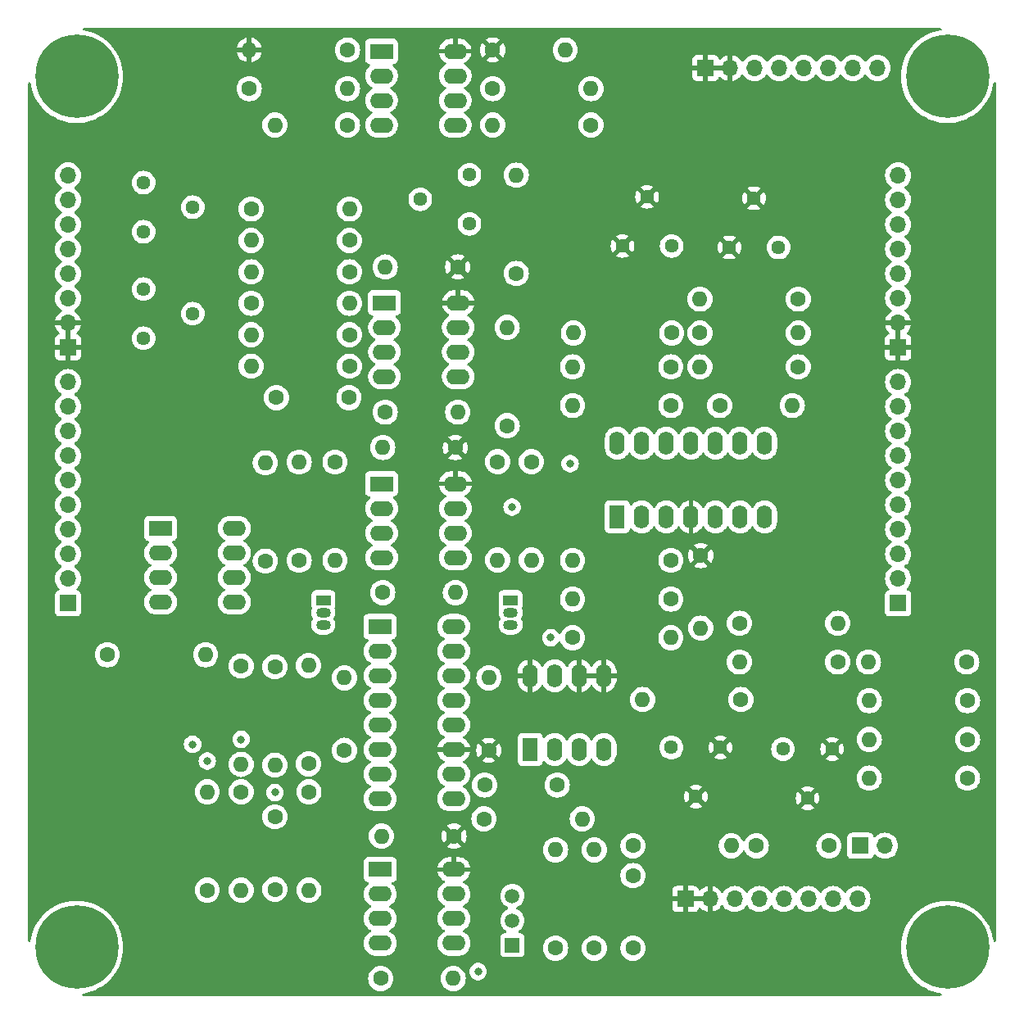
<source format=gbr>
%TF.GenerationSoftware,KiCad,Pcbnew,8.0.6*%
%TF.CreationDate,2024-12-08T11:54:58-05:00*%
%TF.ProjectId,SimpleSaw,53696d70-6c65-4536-9177-2e6b69636164,rev?*%
%TF.SameCoordinates,Original*%
%TF.FileFunction,Copper,L2,Inr*%
%TF.FilePolarity,Positive*%
%FSLAX46Y46*%
G04 Gerber Fmt 4.6, Leading zero omitted, Abs format (unit mm)*
G04 Created by KiCad (PCBNEW 8.0.6) date 2024-12-08 11:54:58*
%MOMM*%
%LPD*%
G01*
G04 APERTURE LIST*
%TA.AperFunction,ComponentPad*%
%ADD10C,1.600000*%
%TD*%
%TA.AperFunction,ComponentPad*%
%ADD11O,1.600000X1.600000*%
%TD*%
%TA.AperFunction,ComponentPad*%
%ADD12C,1.440000*%
%TD*%
%TA.AperFunction,ComponentPad*%
%ADD13R,1.700000X1.700000*%
%TD*%
%TA.AperFunction,ComponentPad*%
%ADD14O,1.700000X1.700000*%
%TD*%
%TA.AperFunction,ComponentPad*%
%ADD15C,8.600000*%
%TD*%
%TA.AperFunction,ComponentPad*%
%ADD16R,1.500000X1.500000*%
%TD*%
%TA.AperFunction,ComponentPad*%
%ADD17C,1.500000*%
%TD*%
%TA.AperFunction,ComponentPad*%
%ADD18R,2.400000X1.600000*%
%TD*%
%TA.AperFunction,ComponentPad*%
%ADD19O,2.400000X1.600000*%
%TD*%
%TA.AperFunction,ComponentPad*%
%ADD20R,1.600000X2.400000*%
%TD*%
%TA.AperFunction,ComponentPad*%
%ADD21O,1.600000X2.400000*%
%TD*%
%TA.AperFunction,ComponentPad*%
%ADD22R,1.500000X1.050000*%
%TD*%
%TA.AperFunction,ComponentPad*%
%ADD23O,1.500000X1.050000*%
%TD*%
%TA.AperFunction,ViaPad*%
%ADD24C,0.800000*%
%TD*%
G04 APERTURE END LIST*
D10*
%TO.N,Net-(U7C--)*%
%TO.C,R38*%
X66500000Y-31500000D03*
D11*
%TO.N,/SAW_OUT*%
X56340000Y-31500000D03*
%TD*%
D10*
%TO.N,/+12V*%
%TO.C,C14*%
X47600000Y-74635000D03*
D11*
%TO.N,GND*%
X47600000Y-67135000D03*
%TD*%
D12*
%TO.N,Net-(R12-Pad2)*%
%TO.C,RV3*%
X45595000Y-15140000D03*
%TO.N,Net-(U4B-+)*%
X40515000Y-17680000D03*
%TO.N,/-5V_BUFF*%
X45595000Y-20220000D03*
%TD*%
D10*
%TO.N,/+12V*%
%TO.C,C16*%
X44000000Y-83500000D03*
D11*
%TO.N,GND*%
X36500000Y-83500000D03*
%TD*%
D12*
%TO.N,Net-(R29-Pad1)*%
%TO.C,RV4*%
X66460000Y-74345000D03*
%TO.N,/+12V*%
X69000000Y-79425000D03*
X71540000Y-74345000D03*
%TD*%
D10*
%TO.N,/+5V_BUFF*%
%TO.C,R25*%
X62500000Y-84500000D03*
D11*
%TO.N,Net-(U6--)*%
X72660000Y-84500000D03*
%TD*%
D10*
%TO.N,/+12V*%
%TO.C,C12*%
X48000000Y-2250000D03*
D11*
%TO.N,GND*%
X55500000Y-2250000D03*
%TD*%
D13*
%TO.N,/+12V*%
%TO.C,J3*%
X89900000Y-33000000D03*
D14*
X89900000Y-30460000D03*
%TO.N,+5V*%
X89900000Y-27920000D03*
X89900000Y-25380000D03*
%TO.N,GND*%
X89900000Y-22840000D03*
X89900000Y-20300000D03*
%TO.N,/-12V*%
X89900000Y-17760000D03*
X89900000Y-15220000D03*
%TD*%
D15*
%TO.N,GND*%
%TO.C,H1*%
X5000000Y-5000000D03*
%TD*%
D10*
%TO.N,/SAW_OUT*%
%TO.C,R24*%
X47095000Y-81720000D03*
D11*
%TO.N,Net-(U6-+)*%
X57255000Y-81720000D03*
%TD*%
D10*
%TO.N,Net-(Q2-B)*%
%TO.C,R17*%
X28000000Y-55000000D03*
D11*
%TO.N,Net-(R17-Pad2)*%
X28000000Y-44840000D03*
%TD*%
D10*
%TO.N,Net-(C1-Pad1)*%
%TO.C,R11*%
X33195000Y-34930000D03*
D11*
%TO.N,Net-(U3A--)*%
X23035000Y-34930000D03*
%TD*%
D10*
%TO.N,Net-(R33-Pad1)*%
%TO.C,R33*%
X83660000Y-65500000D03*
D11*
%TO.N,Net-(U7B--)*%
X73500000Y-65500000D03*
%TD*%
D16*
%TO.N,Net-(Q4-D)*%
%TO.C,Q4*%
X50035000Y-94760000D03*
D17*
%TO.N,Net-(Q4-S)*%
X50035000Y-92220000D03*
%TO.N,Net-(Q4-G)*%
X50035000Y-89680000D03*
%TD*%
D10*
%TO.N,Net-(Q3-Pad10)*%
%TO.C,R27*%
X22000000Y-78920000D03*
D11*
%TO.N,Net-(C5-Pad2)*%
X22000000Y-89080000D03*
%TD*%
D10*
%TO.N,GND*%
%TO.C,R6*%
X22840000Y-6250000D03*
D11*
%TO.N,/+5V_NOBUFF*%
X33000000Y-6250000D03*
%TD*%
D18*
%TO.N,Net-(R10-Pad1)*%
%TO.C,U1*%
X36820000Y-28380000D03*
D19*
%TO.N,Net-(U1A--)*%
X36820000Y-30920000D03*
%TO.N,GND*%
X36820000Y-33460000D03*
%TO.N,/-12V*%
X36820000Y-36000000D03*
%TO.N,GND*%
X44440000Y-36000000D03*
%TO.N,Net-(U1B--)*%
X44440000Y-33460000D03*
%TO.N,Net-(R9-Pad2)*%
X44440000Y-30920000D03*
%TO.N,/+12V*%
X44440000Y-28380000D03*
%TD*%
D10*
%TO.N,Net-(J6-Pin_3)*%
%TO.C,R40*%
X97080000Y-69500000D03*
D11*
%TO.N,Net-(R39-Pad2)*%
X86920000Y-69500000D03*
%TD*%
D10*
%TO.N,Net-(R29-Pad1)*%
%TO.C,R29*%
X56260000Y-63000000D03*
D11*
%TO.N,Net-(U7A--)*%
X66420000Y-63000000D03*
%TD*%
D10*
%TO.N,Net-(U5A--)*%
%TO.C,R26*%
X29000000Y-78920000D03*
D11*
%TO.N,/+5V_BUFF*%
X29000000Y-89080000D03*
%TD*%
D10*
%TO.N,Net-(R13-Pad1)*%
%TO.C,R13*%
X52000000Y-44805000D03*
D11*
%TO.N,Net-(Q1-B)*%
X52000000Y-54965000D03*
%TD*%
D15*
%TO.N,GND*%
%TO.C,H2*%
X95000000Y-5000000D03*
%TD*%
D12*
%TO.N,Net-(R33-Pad1)*%
%TO.C,RV5*%
X78000000Y-74500000D03*
%TO.N,/+12V*%
X80540000Y-79580000D03*
X83080000Y-74500000D03*
%TD*%
D18*
%TO.N,Net-(C5-Pad2)*%
%TO.C,U5*%
X36380000Y-86960000D03*
D19*
%TO.N,Net-(U5A--)*%
X36380000Y-89500000D03*
%TO.N,GND*%
X36380000Y-92040000D03*
%TO.N,/-12V*%
X36380000Y-94580000D03*
%TO.N,GND*%
X44000000Y-94580000D03*
%TO.N,Net-(Q4-S)*%
X44000000Y-92040000D03*
%TO.N,/SAW_OUT*%
X44000000Y-89500000D03*
%TO.N,/+12V*%
X44000000Y-86960000D03*
%TD*%
D10*
%TO.N,/+5V_NOBUFF*%
%TO.C,R5*%
X33000000Y-2250000D03*
D11*
%TO.N,/+12V*%
X22840000Y-2250000D03*
%TD*%
D13*
%TO.N,/+12V*%
%TO.C,J7*%
X4110000Y-33000000D03*
D14*
X4110000Y-30460000D03*
%TO.N,+5V*%
X4110000Y-27920000D03*
X4110000Y-25380000D03*
%TO.N,GND*%
X4110000Y-22840000D03*
X4110000Y-20300000D03*
%TO.N,/-12V*%
X4110000Y-17760000D03*
X4110000Y-15220000D03*
%TD*%
D10*
%TO.N,Net-(R1-Pad2)*%
%TO.C,R3*%
X33195000Y-25180000D03*
D11*
%TO.N,Net-(U1A--)*%
X23035000Y-25180000D03*
%TD*%
D10*
%TO.N,Net-(U4A-+)*%
%TO.C,R23*%
X25500000Y-66000000D03*
D11*
%TO.N,Net-(Q3-Pad10)*%
X25500000Y-76160000D03*
%TD*%
D10*
%TO.N,GND*%
%TO.C,R12*%
X50440000Y-25340000D03*
D11*
%TO.N,Net-(R12-Pad2)*%
X50440000Y-15180000D03*
%TD*%
D10*
%TO.N,Net-(C1-Pad1)*%
%TO.C,C1*%
X33145000Y-38180000D03*
%TO.N,GND*%
X25645000Y-38180000D03*
%TD*%
%TO.N,Net-(U5A--)*%
%TO.C,C5*%
X25500000Y-81500000D03*
%TO.N,Net-(C5-Pad2)*%
X25500000Y-89000000D03*
%TD*%
%TO.N,/-12V*%
%TO.C,C7*%
X36895000Y-39680000D03*
D11*
%TO.N,GND*%
X44395000Y-39680000D03*
%TD*%
D10*
%TO.N,Net-(U7D--)*%
%TO.C,R43*%
X66420000Y-39000000D03*
D11*
%TO.N,Net-(R43-Pad2)*%
X56260000Y-39000000D03*
%TD*%
D10*
%TO.N,/+12V*%
%TO.C,C13*%
X44395000Y-24680000D03*
D11*
%TO.N,GND*%
X36895000Y-24680000D03*
%TD*%
D13*
%TO.N,/SYNC*%
%TO.C,J5*%
X86000000Y-84500000D03*
D14*
%TO.N,GND*%
X88540000Y-84500000D03*
%TD*%
D10*
%TO.N,GND*%
%TO.C,R14*%
X48500000Y-44805000D03*
D11*
%TO.N,Net-(Q1-E)*%
X48500000Y-54965000D03*
%TD*%
D10*
%TO.N,Net-(R37-Pad1)*%
%TO.C,R37*%
X79580000Y-28000000D03*
D11*
%TO.N,Net-(U7C--)*%
X69420000Y-28000000D03*
%TD*%
D13*
%TO.N,/+12V*%
%TO.C,J2*%
X67920000Y-90000000D03*
D14*
X70460000Y-90000000D03*
%TO.N,+5V*%
X73000000Y-90000000D03*
X75540000Y-90000000D03*
%TO.N,GND*%
X78080000Y-90000000D03*
X80620000Y-90000000D03*
%TO.N,/-12V*%
X83160000Y-90000000D03*
X85700000Y-90000000D03*
%TD*%
D10*
%TO.N,Net-(U6-+)*%
%TO.C,C4*%
X54675000Y-78220000D03*
%TO.N,Net-(Q4-G)*%
X47175000Y-78220000D03*
%TD*%
%TO.N,Net-(Q4-D)*%
%TO.C,R22*%
X58500000Y-95080000D03*
D11*
%TO.N,/SAW_OUT*%
X58500000Y-84920000D03*
%TD*%
D10*
%TO.N,Net-(R41-Pad1)*%
%TO.C,R41*%
X79580000Y-35000000D03*
D11*
%TO.N,Net-(U7D--)*%
X69420000Y-35000000D03*
%TD*%
D10*
%TO.N,Net-(U1A--)*%
%TO.C,R4*%
X23045000Y-28430000D03*
D11*
%TO.N,Net-(R10-Pad1)*%
X33205000Y-28430000D03*
%TD*%
D10*
%TO.N,Net-(U7B--)*%
%TO.C,R35*%
X73500000Y-61500000D03*
D11*
%TO.N,Net-(R35-Pad2)*%
X83660000Y-61500000D03*
%TD*%
D10*
%TO.N,/-12V*%
%TO.C,C8*%
X32675000Y-74635000D03*
D11*
%TO.N,GND*%
X32675000Y-67135000D03*
%TD*%
D13*
%TO.N,Net-(J6-Pin_1)*%
%TO.C,J6*%
X89900000Y-59436000D03*
D14*
%TO.N,Net-(J6-Pin_2)*%
X89900000Y-56896000D03*
%TO.N,Net-(J6-Pin_3)*%
X89900000Y-54356000D03*
%TO.N,Net-(J6-Pin_4)*%
X89900000Y-51816000D03*
%TO.N,TRIGGER_IN*%
X89900000Y-49276000D03*
X89900000Y-46736000D03*
%TO.N,GATE_IN*%
X89900000Y-44196000D03*
X89900000Y-41656000D03*
%TO.N,GND*%
X89900000Y-39116000D03*
%TO.N,+5V*%
X89900000Y-36576000D03*
%TD*%
D12*
%TO.N,Net-(R41-Pad1)*%
%TO.C,RV7*%
X77540000Y-22655000D03*
%TO.N,/+12V*%
X75000000Y-17575000D03*
X72460000Y-22655000D03*
%TD*%
D13*
%TO.N,/CV1*%
%TO.C,J4*%
X4110000Y-59436000D03*
D14*
%TO.N,/CV2*%
X4110000Y-56896000D03*
%TO.N,/CV3*%
X4110000Y-54356000D03*
%TO.N,/CV4*%
X4110000Y-51816000D03*
%TO.N,TRIGGER_IN*%
X4110000Y-49276000D03*
X4110000Y-46736000D03*
%TO.N,GATE_IN*%
X4110000Y-44196000D03*
X4110000Y-41656000D03*
%TO.N,GND*%
X4110000Y-39116000D03*
%TO.N,+5V*%
X4110000Y-36576000D03*
%TD*%
D10*
%TO.N,Net-(U7C--)*%
%TO.C,R39*%
X69420000Y-31500000D03*
D11*
%TO.N,Net-(R39-Pad2)*%
X79580000Y-31500000D03*
%TD*%
D10*
%TO.N,Net-(J6-Pin_2)*%
%TO.C,R36*%
X97080000Y-73500000D03*
D11*
%TO.N,Net-(R35-Pad2)*%
X86920000Y-73500000D03*
%TD*%
D10*
%TO.N,/-12V*%
%TO.C,C9*%
X36645000Y-58335000D03*
D11*
%TO.N,GND*%
X44145000Y-58335000D03*
%TD*%
D10*
%TO.N,/SYNC*%
%TO.C,C3*%
X82750000Y-84500000D03*
%TO.N,Net-(U6--)*%
X75250000Y-84500000D03*
%TD*%
D18*
%TO.N,Net-(Q2-C)*%
%TO.C,U3*%
X36350000Y-61845000D03*
D19*
%TO.N,unconnected-(U3C-DIODE_BIAS-Pad2)*%
X36350000Y-64385000D03*
%TO.N,GND*%
X36350000Y-66925000D03*
%TO.N,Net-(U3A--)*%
X36350000Y-69465000D03*
%TO.N,GND*%
X36350000Y-72005000D03*
%TO.N,/-12V*%
X36350000Y-74545000D03*
%TO.N,N/C*%
X36350000Y-77085000D03*
X36350000Y-79625000D03*
X43970000Y-79625000D03*
X43970000Y-77085000D03*
%TO.N,/+12V*%
X43970000Y-74545000D03*
%TO.N,Net-(U3A--)*%
X43970000Y-72005000D03*
X43970000Y-69465000D03*
%TO.N,GND*%
X43970000Y-66925000D03*
%TO.N,unconnected-(U3A-DIODE_BIAS-Pad15)*%
X43970000Y-64385000D03*
%TO.N,Net-(Q1-C)*%
X43970000Y-61845000D03*
%TD*%
D10*
%TO.N,/-5V_NOBUFF*%
%TO.C,R7*%
X48000000Y-6250000D03*
D11*
%TO.N,/-12V*%
X58160000Y-6250000D03*
%TD*%
D10*
%TO.N,/-12V*%
%TO.C,C6*%
X33000000Y-10000000D03*
D11*
%TO.N,GND*%
X25500000Y-10000000D03*
%TD*%
D10*
%TO.N,Net-(U7D--)*%
%TO.C,R42*%
X66420000Y-35000000D03*
D11*
%TO.N,/SAW_OUT*%
X56260000Y-35000000D03*
%TD*%
D10*
%TO.N,Net-(Q4-S)*%
%TO.C,C2*%
X62500000Y-87580000D03*
%TO.N,Net-(Q4-D)*%
X62500000Y-95080000D03*
%TD*%
%TO.N,GND*%
%TO.C,R15*%
X31705000Y-44840000D03*
D11*
%TO.N,Net-(Q2-E)*%
X31705000Y-55000000D03*
%TD*%
D18*
%TO.N,/+5V_BUFF*%
%TO.C,U2*%
X36500000Y-2380000D03*
D19*
X36500000Y-4920000D03*
%TO.N,/+5V_NOBUFF*%
X36500000Y-7460000D03*
%TO.N,/-12V*%
X36500000Y-10000000D03*
%TO.N,/-5V_NOBUFF*%
X44120000Y-10000000D03*
%TO.N,/-5V_BUFF*%
X44120000Y-7460000D03*
X44120000Y-4920000D03*
%TO.N,/+12V*%
X44120000Y-2380000D03*
%TD*%
D20*
%TO.N,/-12V*%
%TO.C,U6*%
X51875000Y-74545000D03*
D21*
%TO.N,Net-(U6-+)*%
X54415000Y-74545000D03*
%TO.N,Net-(U6--)*%
X56955000Y-74545000D03*
%TO.N,/-12V*%
X59495000Y-74545000D03*
%TO.N,/+12V*%
X59495000Y-66925000D03*
X56955000Y-66925000D03*
%TO.N,Net-(Q4-G)*%
X54415000Y-66925000D03*
%TO.N,/+12V*%
X51875000Y-66925000D03*
%TD*%
D10*
%TO.N,Net-(J6-Pin_4)*%
%TO.C,R44*%
X97000000Y-65500000D03*
D11*
%TO.N,Net-(R43-Pad2)*%
X86840000Y-65500000D03*
%TD*%
D10*
%TO.N,Net-(J6-Pin_1)*%
%TO.C,R31*%
X97080000Y-77500000D03*
D11*
%TO.N,Net-(R30-Pad2)*%
X86920000Y-77500000D03*
%TD*%
D12*
%TO.N,/+5V_BUFF*%
%TO.C,RV1*%
X11920000Y-21040000D03*
%TO.N,Net-(R1-Pad1)*%
X17000000Y-18500000D03*
%TO.N,/-5V_BUFF*%
X11920000Y-15960000D03*
%TD*%
D22*
%TO.N,Net-(Q2-E)*%
%TO.C,Q2*%
X30490000Y-59115000D03*
D23*
%TO.N,Net-(Q2-B)*%
X30490000Y-60385000D03*
%TO.N,Net-(Q2-C)*%
X30490000Y-61655000D03*
%TD*%
D15*
%TO.N,GND*%
%TO.C,H4*%
X95000000Y-95000000D03*
%TD*%
D10*
%TO.N,/-12V*%
%TO.C,C11*%
X71460000Y-39000000D03*
D11*
%TO.N,GND*%
X78960000Y-39000000D03*
%TD*%
D10*
%TO.N,Net-(R1-Pad2)*%
%TO.C,R2*%
X33195000Y-21930000D03*
D11*
%TO.N,Net-(R2-Pad2)*%
X23035000Y-21930000D03*
%TD*%
D10*
%TO.N,GND*%
%TO.C,R28*%
X54500000Y-95080000D03*
D11*
%TO.N,Net-(Q4-G)*%
X54500000Y-84920000D03*
%TD*%
D22*
%TO.N,Net-(Q1-E)*%
%TO.C,Q1*%
X49850000Y-59115000D03*
D23*
%TO.N,Net-(Q1-B)*%
X49850000Y-60385000D03*
%TO.N,Net-(Q1-C)*%
X49850000Y-61655000D03*
%TD*%
D18*
%TO.N,Net-(R17-Pad2)*%
%TO.C,U4*%
X36525000Y-47085000D03*
D19*
%TO.N,Net-(U4A--)*%
X36525000Y-49625000D03*
%TO.N,Net-(U4A-+)*%
X36525000Y-52165000D03*
%TO.N,/-12V*%
X36525000Y-54705000D03*
%TO.N,Net-(U4B-+)*%
X44145000Y-54705000D03*
%TO.N,Net-(Q1-E)*%
X44145000Y-52165000D03*
%TO.N,Net-(R13-Pad1)*%
X44145000Y-49625000D03*
%TO.N,/+12V*%
X44145000Y-47085000D03*
%TD*%
D12*
%TO.N,Net-(R9-Pad2)*%
%TO.C,RV2*%
X11920000Y-32040000D03*
%TO.N,Net-(R2-Pad2)*%
X17000000Y-29500000D03*
%TO.N,GND*%
X11920000Y-26960000D03*
%TD*%
D10*
%TO.N,Net-(U7B--)*%
%TO.C,R34*%
X73660000Y-69380000D03*
D11*
%TO.N,/SAW_OUT*%
X63500000Y-69380000D03*
%TD*%
D10*
%TO.N,Net-(U7A--)*%
%TO.C,R32*%
X66420000Y-59000000D03*
D11*
%TO.N,/SAW_OUT*%
X56260000Y-59000000D03*
%TD*%
D10*
%TO.N,/-12V*%
%TO.C,C10*%
X36425000Y-98220000D03*
D11*
%TO.N,GND*%
X43925000Y-98220000D03*
%TD*%
D18*
%TO.N,/CV1*%
%TO.C,SW1*%
X13675000Y-51700000D03*
D19*
%TO.N,/CV2*%
X13675000Y-54240000D03*
%TO.N,/CV3*%
X13675000Y-56780000D03*
%TO.N,/CV4*%
X13675000Y-59320000D03*
%TO.N,Net-(R1-Pad2)*%
X21295000Y-59320000D03*
X21295000Y-56780000D03*
X21295000Y-54240000D03*
X21295000Y-51700000D03*
%TD*%
D10*
%TO.N,GND*%
%TO.C,R16*%
X18500000Y-89080000D03*
D11*
X18500000Y-78920000D03*
%TD*%
D20*
%TO.N,Net-(R30-Pad2)*%
%TO.C,U7*%
X60875000Y-50500000D03*
D21*
%TO.N,Net-(U7A--)*%
X63415000Y-50500000D03*
%TO.N,GND*%
X65955000Y-50500000D03*
%TO.N,/+12V*%
X68495000Y-50500000D03*
%TO.N,GND*%
X71035000Y-50500000D03*
%TO.N,Net-(U7B--)*%
X73575000Y-50500000D03*
%TO.N,Net-(R35-Pad2)*%
X76115000Y-50500000D03*
%TO.N,Net-(R39-Pad2)*%
X76115000Y-42880000D03*
%TO.N,Net-(U7C--)*%
X73575000Y-42880000D03*
%TO.N,GND*%
X71035000Y-42880000D03*
%TO.N,/-12V*%
X68495000Y-42880000D03*
%TO.N,GND*%
X65955000Y-42880000D03*
%TO.N,Net-(U7D--)*%
X63415000Y-42880000D03*
%TO.N,Net-(R43-Pad2)*%
X60875000Y-42880000D03*
%TD*%
D15*
%TO.N,GND*%
%TO.C,H3*%
X5000000Y-95000000D03*
%TD*%
D12*
%TO.N,Net-(R37-Pad1)*%
%TO.C,RV6*%
X66500000Y-22500000D03*
%TO.N,/+12V*%
X63960000Y-17420000D03*
X61420000Y-22500000D03*
%TD*%
D10*
%TO.N,/+12V*%
%TO.C,C15*%
X44145000Y-43335000D03*
D11*
%TO.N,GND*%
X36645000Y-43335000D03*
%TD*%
D10*
%TO.N,Net-(U1B--)*%
%TO.C,R9*%
X49500000Y-41080000D03*
D11*
%TO.N,Net-(R9-Pad2)*%
X49500000Y-30920000D03*
%TD*%
D10*
%TO.N,GND*%
%TO.C,R21*%
X28970000Y-76025000D03*
D11*
%TO.N,Net-(U4A-+)*%
X28970000Y-65865000D03*
%TD*%
D10*
%TO.N,GND*%
%TO.C,R8*%
X58160000Y-10000000D03*
D11*
%TO.N,/-5V_NOBUFF*%
X48000000Y-10000000D03*
%TD*%
D10*
%TO.N,Net-(R10-Pad1)*%
%TO.C,R10*%
X33195000Y-31680000D03*
D11*
%TO.N,Net-(U3A--)*%
X23035000Y-31680000D03*
%TD*%
D10*
%TO.N,Net-(R1-Pad1)*%
%TO.C,R1*%
X23045000Y-18680000D03*
D11*
%TO.N,Net-(R1-Pad2)*%
X33205000Y-18680000D03*
%TD*%
D10*
%TO.N,Net-(Q3-Pad14)*%
%TO.C,R19*%
X8170000Y-64750000D03*
D11*
%TO.N,/+5V_BUFF*%
X18330000Y-64750000D03*
%TD*%
D10*
%TO.N,Net-(Q2-E)*%
%TO.C,R18*%
X24500000Y-55080000D03*
D11*
%TO.N,Net-(U4A--)*%
X24500000Y-44920000D03*
%TD*%
D10*
%TO.N,Net-(U7A--)*%
%TO.C,R30*%
X66420000Y-55000000D03*
D11*
%TO.N,Net-(R30-Pad2)*%
X56260000Y-55000000D03*
%TD*%
D13*
%TO.N,/+12V*%
%TO.C,J1*%
X70000000Y-4110000D03*
D14*
X72540000Y-4110000D03*
%TO.N,+5V*%
X75080000Y-4110000D03*
X77620000Y-4110000D03*
%TO.N,GND*%
X80160000Y-4110000D03*
X82700000Y-4110000D03*
%TO.N,/-12V*%
X85240000Y-4110000D03*
X87780000Y-4110000D03*
%TD*%
D10*
%TO.N,/+12V*%
%TO.C,C17*%
X69500000Y-54500000D03*
D11*
%TO.N,GND*%
X69500000Y-62000000D03*
%TD*%
D10*
%TO.N,Net-(U4A--)*%
%TO.C,R20*%
X22000000Y-65920000D03*
D11*
%TO.N,Net-(Q3-Pad12)*%
X22000000Y-76080000D03*
%TD*%
D24*
%TO.N,GND*%
X18500000Y-75750000D03*
X56000000Y-45000000D03*
X22000000Y-73500000D03*
X54000000Y-63000000D03*
X25500000Y-79000000D03*
%TO.N,Net-(U1B--)*%
X50000000Y-49500000D03*
X16987347Y-74012653D03*
%TO.N,/+5V_BUFF*%
X46500000Y-97500000D03*
%TD*%
%TA.AperFunction,Conductor*%
%TO.N,/+12V*%
G36*
X69994075Y-89807007D02*
G01*
X69960000Y-89934174D01*
X69960000Y-90065826D01*
X69994075Y-90192993D01*
X70026988Y-90250000D01*
X68353012Y-90250000D01*
X68385925Y-90192993D01*
X68420000Y-90065826D01*
X68420000Y-89934174D01*
X68385925Y-89807007D01*
X68353012Y-89750000D01*
X70026988Y-89750000D01*
X69994075Y-89807007D01*
G37*
%TD.AperFunction*%
%TA.AperFunction,Conductor*%
G36*
X59174920Y-66679394D02*
G01*
X59122259Y-66770606D01*
X59095000Y-66872339D01*
X59095000Y-66977661D01*
X59122259Y-67079394D01*
X59174920Y-67170606D01*
X59179314Y-67175000D01*
X57270686Y-67175000D01*
X57275080Y-67170606D01*
X57327741Y-67079394D01*
X57355000Y-66977661D01*
X57355000Y-66872339D01*
X57327741Y-66770606D01*
X57275080Y-66679394D01*
X57270686Y-66675000D01*
X59179314Y-66675000D01*
X59174920Y-66679394D01*
G37*
%TD.AperFunction*%
%TA.AperFunction,Conductor*%
G36*
X4360000Y-32566988D02*
G01*
X4302993Y-32534075D01*
X4175826Y-32500000D01*
X4044174Y-32500000D01*
X3917007Y-32534075D01*
X3860000Y-32566988D01*
X3860000Y-30893012D01*
X3917007Y-30925925D01*
X4044174Y-30960000D01*
X4175826Y-30960000D01*
X4302993Y-30925925D01*
X4360000Y-30893012D01*
X4360000Y-32566988D01*
G37*
%TD.AperFunction*%
%TA.AperFunction,Conductor*%
G36*
X90150000Y-32566988D02*
G01*
X90092993Y-32534075D01*
X89965826Y-32500000D01*
X89834174Y-32500000D01*
X89707007Y-32534075D01*
X89650000Y-32566988D01*
X89650000Y-30893012D01*
X89707007Y-30925925D01*
X89834174Y-30960000D01*
X89965826Y-30960000D01*
X90092993Y-30925925D01*
X90150000Y-30893012D01*
X90150000Y-32566988D01*
G37*
%TD.AperFunction*%
%TA.AperFunction,Conductor*%
G36*
X72074075Y-3917007D02*
G01*
X72040000Y-4044174D01*
X72040000Y-4175826D01*
X72074075Y-4302993D01*
X72106988Y-4360000D01*
X70433012Y-4360000D01*
X70465925Y-4302993D01*
X70500000Y-4175826D01*
X70500000Y-4044174D01*
X70465925Y-3917007D01*
X70433012Y-3860000D01*
X72106988Y-3860000D01*
X72074075Y-3917007D01*
G37*
%TD.AperFunction*%
%TA.AperFunction,Conductor*%
G36*
X94356566Y-19685D02*
G01*
X94402321Y-72489D01*
X94412265Y-141647D01*
X94383240Y-205203D01*
X94324462Y-242977D01*
X94311668Y-246007D01*
X93930704Y-315142D01*
X93515080Y-429847D01*
X93515055Y-429855D01*
X93111386Y-581354D01*
X93111372Y-581360D01*
X92722906Y-768436D01*
X92722904Y-768437D01*
X92352743Y-989599D01*
X92003931Y-1243026D01*
X92003914Y-1243039D01*
X91679210Y-1526726D01*
X91679205Y-1526730D01*
X91381237Y-1838379D01*
X91381225Y-1838392D01*
X91112404Y-2175485D01*
X91112394Y-2175498D01*
X90874867Y-2535337D01*
X90874867Y-2535338D01*
X90670537Y-2915044D01*
X90670533Y-2915052D01*
X90501076Y-3311519D01*
X90501073Y-3311527D01*
X90367830Y-3721608D01*
X90271885Y-4141972D01*
X90214006Y-4569253D01*
X90214005Y-4569262D01*
X90194661Y-4999996D01*
X90194661Y-5000003D01*
X90214005Y-5430737D01*
X90214005Y-5430745D01*
X90214006Y-5430747D01*
X90217969Y-5460000D01*
X90271885Y-5858027D01*
X90367830Y-6278391D01*
X90501073Y-6688472D01*
X90501076Y-6688480D01*
X90670533Y-7084947D01*
X90670537Y-7084955D01*
X90670539Y-7084958D01*
X90874863Y-7464655D01*
X90874867Y-7464661D01*
X90874867Y-7464662D01*
X91112394Y-7824501D01*
X91112404Y-7824514D01*
X91381225Y-8161607D01*
X91381235Y-8161618D01*
X91381236Y-8161619D01*
X91679210Y-8473274D01*
X92003920Y-8756965D01*
X92003930Y-8756972D01*
X92003931Y-8756973D01*
X92349486Y-9008034D01*
X92352753Y-9010407D01*
X92722900Y-9231560D01*
X92722903Y-9231561D01*
X92722904Y-9231562D01*
X92722906Y-9231563D01*
X93111372Y-9418639D01*
X93111386Y-9418645D01*
X93515055Y-9570144D01*
X93515059Y-9570145D01*
X93515069Y-9570149D01*
X93930711Y-9684859D01*
X94354964Y-9761850D01*
X94784409Y-9800500D01*
X94784416Y-9800500D01*
X95215584Y-9800500D01*
X95215591Y-9800500D01*
X95645036Y-9761850D01*
X96069289Y-9684859D01*
X96484931Y-9570149D01*
X96888619Y-9418643D01*
X97277100Y-9231560D01*
X97647247Y-9010407D01*
X97996080Y-8756965D01*
X98320790Y-8473274D01*
X98618764Y-8161619D01*
X98634719Y-8141613D01*
X98887595Y-7824514D01*
X98887601Y-7824507D01*
X99125137Y-7464655D01*
X99329461Y-7084958D01*
X99498926Y-6688475D01*
X99632168Y-6278397D01*
X99728115Y-5858026D01*
X99753122Y-5673411D01*
X99781628Y-5609623D01*
X99840095Y-5571370D01*
X99909963Y-5570800D01*
X99969047Y-5608093D01*
X99998590Y-5671410D01*
X100000000Y-5690058D01*
X100000000Y-94309941D01*
X99980315Y-94376980D01*
X99927511Y-94422735D01*
X99858353Y-94432679D01*
X99794797Y-94403654D01*
X99757023Y-94344876D01*
X99753122Y-94326586D01*
X99728115Y-94141974D01*
X99632168Y-93721603D01*
X99498926Y-93311525D01*
X99379437Y-93031966D01*
X99329466Y-92915052D01*
X99329462Y-92915044D01*
X99314489Y-92887219D01*
X99125137Y-92535345D01*
X99125132Y-92535337D01*
X98887605Y-92175498D01*
X98887595Y-92175485D01*
X98618774Y-91838392D01*
X98618762Y-91838379D01*
X98573145Y-91790668D01*
X98320790Y-91526726D01*
X98031409Y-91273901D01*
X97996085Y-91243039D01*
X97996068Y-91243026D01*
X97647256Y-90989599D01*
X97647251Y-90989596D01*
X97647247Y-90989593D01*
X97277100Y-90768440D01*
X97277095Y-90768437D01*
X97277093Y-90768436D01*
X96888627Y-90581360D01*
X96888613Y-90581354D01*
X96484944Y-90429855D01*
X96484919Y-90429847D01*
X96069295Y-90315142D01*
X95645043Y-90238151D01*
X95645040Y-90238150D01*
X95645036Y-90238150D01*
X95215591Y-90199500D01*
X94784409Y-90199500D01*
X94354964Y-90238150D01*
X94354960Y-90238150D01*
X94354956Y-90238151D01*
X93930704Y-90315142D01*
X93515080Y-90429847D01*
X93515055Y-90429855D01*
X93111386Y-90581354D01*
X93111372Y-90581360D01*
X92722906Y-90768436D01*
X92722904Y-90768437D01*
X92352743Y-90989599D01*
X92003931Y-91243026D01*
X92003914Y-91243039D01*
X91679210Y-91526726D01*
X91679205Y-91526730D01*
X91381237Y-91838379D01*
X91381225Y-91838392D01*
X91112404Y-92175485D01*
X91112394Y-92175498D01*
X90874867Y-92535337D01*
X90874867Y-92535338D01*
X90874864Y-92535343D01*
X90874863Y-92535345D01*
X90872776Y-92539223D01*
X90670537Y-92915044D01*
X90670533Y-92915052D01*
X90501076Y-93311519D01*
X90501073Y-93311527D01*
X90367830Y-93721608D01*
X90271885Y-94141972D01*
X90214006Y-94569253D01*
X90214005Y-94569262D01*
X90194661Y-94999996D01*
X90194661Y-95000003D01*
X90214005Y-95430737D01*
X90214005Y-95430745D01*
X90214006Y-95430747D01*
X90233136Y-95571971D01*
X90271885Y-95858027D01*
X90367830Y-96278391D01*
X90501073Y-96688472D01*
X90501076Y-96688480D01*
X90670533Y-97084947D01*
X90670537Y-97084955D01*
X90695704Y-97131722D01*
X90874863Y-97464655D01*
X90874867Y-97464661D01*
X90874867Y-97464662D01*
X91112394Y-97824501D01*
X91112404Y-97824514D01*
X91381225Y-98161607D01*
X91381237Y-98161620D01*
X91653799Y-98446697D01*
X91679210Y-98473274D01*
X92003920Y-98756965D01*
X92003930Y-98756972D01*
X92003931Y-98756973D01*
X92163259Y-98872732D01*
X92352753Y-99010407D01*
X92722900Y-99231560D01*
X92722903Y-99231561D01*
X92722904Y-99231562D01*
X92722906Y-99231563D01*
X93111372Y-99418639D01*
X93111386Y-99418645D01*
X93515055Y-99570144D01*
X93515059Y-99570145D01*
X93515069Y-99570149D01*
X93930711Y-99684859D01*
X94261902Y-99744961D01*
X94311668Y-99753993D01*
X94374115Y-99785331D01*
X94409706Y-99845457D01*
X94407141Y-99915279D01*
X94367234Y-99972631D01*
X94302656Y-99999303D01*
X94289527Y-100000000D01*
X5710473Y-100000000D01*
X5643434Y-99980315D01*
X5597679Y-99927511D01*
X5587735Y-99858353D01*
X5616760Y-99794797D01*
X5675538Y-99757023D01*
X5688332Y-99753993D01*
X5729249Y-99746567D01*
X6069289Y-99684859D01*
X6484931Y-99570149D01*
X6888619Y-99418643D01*
X7277100Y-99231560D01*
X7647247Y-99010407D01*
X7996080Y-98756965D01*
X8320790Y-98473274D01*
X8562948Y-98219998D01*
X35119532Y-98219998D01*
X35119532Y-98220001D01*
X35139364Y-98446686D01*
X35139366Y-98446697D01*
X35198258Y-98666488D01*
X35198261Y-98666497D01*
X35294431Y-98872732D01*
X35294432Y-98872734D01*
X35424954Y-99059141D01*
X35585858Y-99220045D01*
X35585861Y-99220047D01*
X35772266Y-99350568D01*
X35978504Y-99446739D01*
X36198308Y-99505635D01*
X36360230Y-99519801D01*
X36424998Y-99525468D01*
X36425000Y-99525468D01*
X36425002Y-99525468D01*
X36481673Y-99520509D01*
X36651692Y-99505635D01*
X36871496Y-99446739D01*
X37077734Y-99350568D01*
X37264139Y-99220047D01*
X37425047Y-99059139D01*
X37555568Y-98872734D01*
X37651739Y-98666496D01*
X37710635Y-98446692D01*
X37730468Y-98220000D01*
X37730468Y-98219998D01*
X42619532Y-98219998D01*
X42619532Y-98220001D01*
X42639364Y-98446686D01*
X42639366Y-98446697D01*
X42698258Y-98666488D01*
X42698261Y-98666497D01*
X42794431Y-98872732D01*
X42794432Y-98872734D01*
X42924954Y-99059141D01*
X43085858Y-99220045D01*
X43085861Y-99220047D01*
X43272266Y-99350568D01*
X43478504Y-99446739D01*
X43698308Y-99505635D01*
X43860230Y-99519801D01*
X43924998Y-99525468D01*
X43925000Y-99525468D01*
X43925002Y-99525468D01*
X43981673Y-99520509D01*
X44151692Y-99505635D01*
X44371496Y-99446739D01*
X44577734Y-99350568D01*
X44764139Y-99220047D01*
X44925047Y-99059139D01*
X45055568Y-98872734D01*
X45151739Y-98666496D01*
X45210635Y-98446692D01*
X45230468Y-98220000D01*
X45210635Y-97993308D01*
X45151739Y-97773504D01*
X45055568Y-97567266D01*
X45008468Y-97500000D01*
X45594540Y-97500000D01*
X45614326Y-97688256D01*
X45614327Y-97688259D01*
X45672818Y-97868277D01*
X45672821Y-97868284D01*
X45767467Y-98032216D01*
X45883972Y-98161607D01*
X45894129Y-98172888D01*
X46047265Y-98284148D01*
X46047270Y-98284151D01*
X46220192Y-98361142D01*
X46220197Y-98361144D01*
X46405354Y-98400500D01*
X46405355Y-98400500D01*
X46594644Y-98400500D01*
X46594646Y-98400500D01*
X46779803Y-98361144D01*
X46952730Y-98284151D01*
X47105871Y-98172888D01*
X47232533Y-98032216D01*
X47327179Y-97868284D01*
X47385674Y-97688256D01*
X47405460Y-97500000D01*
X47385674Y-97311744D01*
X47327179Y-97131716D01*
X47232533Y-96967784D01*
X47105871Y-96827112D01*
X47105870Y-96827111D01*
X46952734Y-96715851D01*
X46952729Y-96715848D01*
X46779807Y-96638857D01*
X46779802Y-96638855D01*
X46634001Y-96607865D01*
X46594646Y-96599500D01*
X46405354Y-96599500D01*
X46372897Y-96606398D01*
X46220197Y-96638855D01*
X46220192Y-96638857D01*
X46047270Y-96715848D01*
X46047265Y-96715851D01*
X45894129Y-96827111D01*
X45767466Y-96967785D01*
X45672821Y-97131715D01*
X45672818Y-97131722D01*
X45614327Y-97311740D01*
X45614326Y-97311744D01*
X45594540Y-97500000D01*
X45008468Y-97500000D01*
X44925047Y-97380861D01*
X44925045Y-97380858D01*
X44764141Y-97219954D01*
X44577734Y-97089432D01*
X44577732Y-97089431D01*
X44371497Y-96993261D01*
X44371488Y-96993258D01*
X44151697Y-96934366D01*
X44151693Y-96934365D01*
X44151692Y-96934365D01*
X44151691Y-96934364D01*
X44151686Y-96934364D01*
X43925002Y-96914532D01*
X43924998Y-96914532D01*
X43698313Y-96934364D01*
X43698302Y-96934366D01*
X43478511Y-96993258D01*
X43478502Y-96993261D01*
X43272267Y-97089431D01*
X43272265Y-97089432D01*
X43085858Y-97219954D01*
X42924954Y-97380858D01*
X42794432Y-97567265D01*
X42794431Y-97567267D01*
X42698261Y-97773502D01*
X42698258Y-97773511D01*
X42639366Y-97993302D01*
X42639364Y-97993313D01*
X42619532Y-98219998D01*
X37730468Y-98219998D01*
X37710635Y-97993308D01*
X37651739Y-97773504D01*
X37555568Y-97567266D01*
X37425047Y-97380861D01*
X37425045Y-97380858D01*
X37264141Y-97219954D01*
X37077734Y-97089432D01*
X37077732Y-97089431D01*
X36871497Y-96993261D01*
X36871488Y-96993258D01*
X36651697Y-96934366D01*
X36651693Y-96934365D01*
X36651692Y-96934365D01*
X36651691Y-96934364D01*
X36651686Y-96934364D01*
X36425002Y-96914532D01*
X36424998Y-96914532D01*
X36198313Y-96934364D01*
X36198302Y-96934366D01*
X35978511Y-96993258D01*
X35978502Y-96993261D01*
X35772267Y-97089431D01*
X35772265Y-97089432D01*
X35585858Y-97219954D01*
X35424954Y-97380858D01*
X35294432Y-97567265D01*
X35294431Y-97567267D01*
X35198261Y-97773502D01*
X35198258Y-97773511D01*
X35139366Y-97993302D01*
X35139364Y-97993313D01*
X35119532Y-98219998D01*
X8562948Y-98219998D01*
X8618764Y-98161619D01*
X8887601Y-97824507D01*
X9125137Y-97464655D01*
X9329461Y-97084958D01*
X9498926Y-96688475D01*
X9632168Y-96278397D01*
X9728115Y-95858026D01*
X9785994Y-95430747D01*
X9805339Y-95000000D01*
X9785994Y-94569253D01*
X9728115Y-94141974D01*
X9632168Y-93721603D01*
X9498926Y-93311525D01*
X9379437Y-93031966D01*
X9329466Y-92915052D01*
X9329462Y-92915044D01*
X9314489Y-92887219D01*
X9125137Y-92535345D01*
X9125132Y-92535337D01*
X8887605Y-92175498D01*
X8887595Y-92175485D01*
X8618774Y-91838392D01*
X8618762Y-91838379D01*
X8573145Y-91790668D01*
X8320790Y-91526726D01*
X8031409Y-91273901D01*
X7996085Y-91243039D01*
X7996068Y-91243026D01*
X7647256Y-90989599D01*
X7647251Y-90989596D01*
X7647247Y-90989593D01*
X7277100Y-90768440D01*
X7277095Y-90768437D01*
X7277093Y-90768436D01*
X6888627Y-90581360D01*
X6888613Y-90581354D01*
X6484944Y-90429855D01*
X6484919Y-90429847D01*
X6069295Y-90315142D01*
X5645043Y-90238151D01*
X5645040Y-90238150D01*
X5645036Y-90238150D01*
X5215591Y-90199500D01*
X4784409Y-90199500D01*
X4354964Y-90238150D01*
X4354960Y-90238150D01*
X4354956Y-90238151D01*
X3930704Y-90315142D01*
X3515080Y-90429847D01*
X3515055Y-90429855D01*
X3111386Y-90581354D01*
X3111372Y-90581360D01*
X2722906Y-90768436D01*
X2722904Y-90768437D01*
X2352743Y-90989599D01*
X2003931Y-91243026D01*
X2003914Y-91243039D01*
X1679210Y-91526726D01*
X1679205Y-91526730D01*
X1381237Y-91838379D01*
X1381225Y-91838392D01*
X1112404Y-92175485D01*
X1112394Y-92175498D01*
X874867Y-92535337D01*
X874867Y-92535338D01*
X874864Y-92535343D01*
X874863Y-92535345D01*
X872776Y-92539223D01*
X670537Y-92915044D01*
X670533Y-92915052D01*
X501076Y-93311519D01*
X501073Y-93311527D01*
X367830Y-93721608D01*
X271885Y-94141972D01*
X271885Y-94141974D01*
X249133Y-94309941D01*
X246878Y-94326586D01*
X218372Y-94390376D01*
X159905Y-94428629D01*
X90037Y-94429199D01*
X30953Y-94391906D01*
X1410Y-94328589D01*
X0Y-94309941D01*
X0Y-89079998D01*
X17194532Y-89079998D01*
X17194532Y-89080001D01*
X17214364Y-89306686D01*
X17214366Y-89306697D01*
X17273258Y-89526488D01*
X17273261Y-89526497D01*
X17369431Y-89732732D01*
X17369432Y-89732734D01*
X17499954Y-89919141D01*
X17660858Y-90080045D01*
X17660861Y-90080047D01*
X17847266Y-90210568D01*
X18053504Y-90306739D01*
X18053509Y-90306740D01*
X18053511Y-90306741D01*
X18106415Y-90320916D01*
X18273308Y-90365635D01*
X18435230Y-90379801D01*
X18499998Y-90385468D01*
X18500000Y-90385468D01*
X18500002Y-90385468D01*
X18556673Y-90380509D01*
X18726692Y-90365635D01*
X18946496Y-90306739D01*
X19152734Y-90210568D01*
X19339139Y-90080047D01*
X19500047Y-89919139D01*
X19630568Y-89732734D01*
X19726739Y-89526496D01*
X19785635Y-89306692D01*
X19805468Y-89080000D01*
X19805468Y-89079998D01*
X20694532Y-89079998D01*
X20694532Y-89080001D01*
X20714364Y-89306686D01*
X20714366Y-89306697D01*
X20773258Y-89526488D01*
X20773261Y-89526497D01*
X20869431Y-89732732D01*
X20869432Y-89732734D01*
X20999954Y-89919141D01*
X21160858Y-90080045D01*
X21160861Y-90080047D01*
X21347266Y-90210568D01*
X21553504Y-90306739D01*
X21553509Y-90306740D01*
X21553511Y-90306741D01*
X21606415Y-90320916D01*
X21773308Y-90365635D01*
X21935230Y-90379801D01*
X21999998Y-90385468D01*
X22000000Y-90385468D01*
X22000002Y-90385468D01*
X22056673Y-90380509D01*
X22226692Y-90365635D01*
X22446496Y-90306739D01*
X22652734Y-90210568D01*
X22839139Y-90080047D01*
X23000047Y-89919139D01*
X23130568Y-89732734D01*
X23226739Y-89526496D01*
X23285635Y-89306692D01*
X23305468Y-89080000D01*
X23304677Y-89070963D01*
X23298468Y-88999998D01*
X24194532Y-88999998D01*
X24194532Y-89000001D01*
X24214364Y-89226686D01*
X24214366Y-89226697D01*
X24273258Y-89446488D01*
X24273261Y-89446497D01*
X24369431Y-89652732D01*
X24369432Y-89652734D01*
X24499954Y-89839141D01*
X24660858Y-90000045D01*
X24660861Y-90000047D01*
X24847266Y-90130568D01*
X25053504Y-90226739D01*
X25053509Y-90226740D01*
X25053511Y-90226741D01*
X25085857Y-90235408D01*
X25273308Y-90285635D01*
X25435230Y-90299801D01*
X25499998Y-90305468D01*
X25500000Y-90305468D01*
X25500002Y-90305468D01*
X25556673Y-90300509D01*
X25726692Y-90285635D01*
X25946496Y-90226739D01*
X26152734Y-90130568D01*
X26339139Y-90000047D01*
X26500047Y-89839139D01*
X26630568Y-89652734D01*
X26726739Y-89446496D01*
X26785635Y-89226692D01*
X26798469Y-89079998D01*
X27694532Y-89079998D01*
X27694532Y-89080001D01*
X27714364Y-89306686D01*
X27714366Y-89306697D01*
X27773258Y-89526488D01*
X27773261Y-89526497D01*
X27869431Y-89732732D01*
X27869432Y-89732734D01*
X27999954Y-89919141D01*
X28160858Y-90080045D01*
X28160861Y-90080047D01*
X28347266Y-90210568D01*
X28553504Y-90306739D01*
X28553509Y-90306740D01*
X28553511Y-90306741D01*
X28606415Y-90320916D01*
X28773308Y-90365635D01*
X28935230Y-90379801D01*
X28999998Y-90385468D01*
X29000000Y-90385468D01*
X29000002Y-90385468D01*
X29056673Y-90380509D01*
X29226692Y-90365635D01*
X29446496Y-90306739D01*
X29652734Y-90210568D01*
X29839139Y-90080047D01*
X30000047Y-89919139D01*
X30130568Y-89732734D01*
X30226739Y-89526496D01*
X30285635Y-89306692D01*
X30305468Y-89080000D01*
X30304677Y-89070963D01*
X30290412Y-88907913D01*
X30285635Y-88853308D01*
X30226739Y-88633504D01*
X30130568Y-88427266D01*
X30000047Y-88240861D01*
X30000045Y-88240858D01*
X29839141Y-88079954D01*
X29652734Y-87949432D01*
X29652732Y-87949431D01*
X29446497Y-87853261D01*
X29446488Y-87853258D01*
X29226697Y-87794366D01*
X29226693Y-87794365D01*
X29226692Y-87794365D01*
X29226691Y-87794364D01*
X29226686Y-87794364D01*
X29000002Y-87774532D01*
X28999998Y-87774532D01*
X28773313Y-87794364D01*
X28773302Y-87794366D01*
X28553511Y-87853258D01*
X28553502Y-87853261D01*
X28347267Y-87949431D01*
X28347265Y-87949432D01*
X28160858Y-88079954D01*
X27999954Y-88240858D01*
X27869432Y-88427265D01*
X27869431Y-88427267D01*
X27773261Y-88633502D01*
X27773258Y-88633511D01*
X27714366Y-88853302D01*
X27714364Y-88853313D01*
X27694532Y-89079998D01*
X26798469Y-89079998D01*
X26805468Y-89000000D01*
X26802133Y-88961886D01*
X26794368Y-88873123D01*
X26785635Y-88773308D01*
X26726739Y-88553504D01*
X26630568Y-88347266D01*
X26500047Y-88160861D01*
X26500045Y-88160858D01*
X26339141Y-87999954D01*
X26152734Y-87869432D01*
X26152732Y-87869431D01*
X25946497Y-87773261D01*
X25946488Y-87773258D01*
X25726697Y-87714366D01*
X25726693Y-87714365D01*
X25726692Y-87714365D01*
X25726691Y-87714364D01*
X25726686Y-87714364D01*
X25500002Y-87694532D01*
X25499998Y-87694532D01*
X25273313Y-87714364D01*
X25273302Y-87714366D01*
X25053511Y-87773258D01*
X25053502Y-87773261D01*
X24847267Y-87869431D01*
X24847265Y-87869432D01*
X24660858Y-87999954D01*
X24499954Y-88160858D01*
X24369432Y-88347265D01*
X24369431Y-88347267D01*
X24273261Y-88553502D01*
X24273258Y-88553511D01*
X24214366Y-88773302D01*
X24214364Y-88773313D01*
X24194532Y-88999998D01*
X23298468Y-88999998D01*
X23290412Y-88907913D01*
X23285635Y-88853308D01*
X23226739Y-88633504D01*
X23130568Y-88427266D01*
X23000047Y-88240861D01*
X23000045Y-88240858D01*
X22839141Y-88079954D01*
X22652734Y-87949432D01*
X22652732Y-87949431D01*
X22446497Y-87853261D01*
X22446488Y-87853258D01*
X22226697Y-87794366D01*
X22226693Y-87794365D01*
X22226692Y-87794365D01*
X22226691Y-87794364D01*
X22226686Y-87794364D01*
X22000002Y-87774532D01*
X21999998Y-87774532D01*
X21773313Y-87794364D01*
X21773302Y-87794366D01*
X21553511Y-87853258D01*
X21553502Y-87853261D01*
X21347267Y-87949431D01*
X21347265Y-87949432D01*
X21160858Y-88079954D01*
X20999954Y-88240858D01*
X20869432Y-88427265D01*
X20869431Y-88427267D01*
X20773261Y-88633502D01*
X20773258Y-88633511D01*
X20714366Y-88853302D01*
X20714364Y-88853313D01*
X20694532Y-89079998D01*
X19805468Y-89079998D01*
X19804677Y-89070963D01*
X19790412Y-88907913D01*
X19785635Y-88853308D01*
X19726739Y-88633504D01*
X19630568Y-88427266D01*
X19500047Y-88240861D01*
X19500045Y-88240858D01*
X19339141Y-88079954D01*
X19152734Y-87949432D01*
X19152732Y-87949431D01*
X18946497Y-87853261D01*
X18946488Y-87853258D01*
X18726697Y-87794366D01*
X18726693Y-87794365D01*
X18726692Y-87794365D01*
X18726691Y-87794364D01*
X18726686Y-87794364D01*
X18500002Y-87774532D01*
X18499998Y-87774532D01*
X18273313Y-87794364D01*
X18273302Y-87794366D01*
X18053511Y-87853258D01*
X18053502Y-87853261D01*
X17847267Y-87949431D01*
X17847265Y-87949432D01*
X17660858Y-88079954D01*
X17499954Y-88240858D01*
X17369432Y-88427265D01*
X17369431Y-88427267D01*
X17273261Y-88633502D01*
X17273258Y-88633511D01*
X17214366Y-88853302D01*
X17214364Y-88853313D01*
X17194532Y-89079998D01*
X0Y-89079998D01*
X0Y-86112135D01*
X34679500Y-86112135D01*
X34679500Y-87807870D01*
X34679501Y-87807876D01*
X34685908Y-87867483D01*
X34736202Y-88002328D01*
X34736206Y-88002335D01*
X34822452Y-88117544D01*
X34822455Y-88117547D01*
X34937664Y-88203793D01*
X34937671Y-88203797D01*
X34982618Y-88220561D01*
X35072517Y-88254091D01*
X35109441Y-88258060D01*
X35173989Y-88284796D01*
X35213838Y-88342188D01*
X35216333Y-88412013D01*
X35180681Y-88472102D01*
X35169071Y-88481666D01*
X35132784Y-88508030D01*
X34988028Y-88652786D01*
X34867715Y-88818386D01*
X34774781Y-89000776D01*
X34711522Y-89195465D01*
X34679500Y-89397648D01*
X34679500Y-89602351D01*
X34711522Y-89804534D01*
X34774781Y-89999223D01*
X34867715Y-90181613D01*
X34988028Y-90347213D01*
X35132786Y-90491971D01*
X35255814Y-90581354D01*
X35298390Y-90612287D01*
X35389840Y-90658883D01*
X35391080Y-90659515D01*
X35441876Y-90707490D01*
X35458671Y-90775311D01*
X35436134Y-90841446D01*
X35391080Y-90880485D01*
X35298386Y-90927715D01*
X35132786Y-91048028D01*
X34988028Y-91192786D01*
X34867715Y-91358386D01*
X34774781Y-91540776D01*
X34711522Y-91735465D01*
X34679500Y-91937648D01*
X34679500Y-92142351D01*
X34711522Y-92344534D01*
X34774781Y-92539223D01*
X34867715Y-92721613D01*
X34988028Y-92887213D01*
X35132786Y-93031971D01*
X35287749Y-93144556D01*
X35298390Y-93152287D01*
X35389840Y-93198883D01*
X35391080Y-93199515D01*
X35441876Y-93247490D01*
X35458671Y-93315311D01*
X35436134Y-93381446D01*
X35391080Y-93420485D01*
X35298386Y-93467715D01*
X35132786Y-93588028D01*
X34988028Y-93732786D01*
X34867715Y-93898386D01*
X34774781Y-94080776D01*
X34711522Y-94275465D01*
X34679500Y-94477648D01*
X34679500Y-94682351D01*
X34711522Y-94884534D01*
X34774781Y-95079223D01*
X34867715Y-95261613D01*
X34988028Y-95427213D01*
X35132786Y-95571971D01*
X35269655Y-95671410D01*
X35298390Y-95692287D01*
X35377768Y-95732732D01*
X35480776Y-95785218D01*
X35480778Y-95785218D01*
X35480781Y-95785220D01*
X35585137Y-95819127D01*
X35675465Y-95848477D01*
X35735755Y-95858026D01*
X35877648Y-95880500D01*
X35877649Y-95880500D01*
X36882351Y-95880500D01*
X36882352Y-95880500D01*
X37084534Y-95848477D01*
X37279219Y-95785220D01*
X37461610Y-95692287D01*
X37593664Y-95596345D01*
X37627213Y-95571971D01*
X37627215Y-95571968D01*
X37627219Y-95571966D01*
X37771966Y-95427219D01*
X37771968Y-95427215D01*
X37771971Y-95427213D01*
X37824732Y-95354590D01*
X37892287Y-95261610D01*
X37985220Y-95079219D01*
X38048477Y-94884534D01*
X38080500Y-94682352D01*
X38080500Y-94477648D01*
X38048477Y-94275465D01*
X37985218Y-94080776D01*
X37951503Y-94014607D01*
X37892287Y-93898390D01*
X37859497Y-93853258D01*
X37771971Y-93732786D01*
X37627213Y-93588028D01*
X37461614Y-93467715D01*
X37439028Y-93456207D01*
X37368917Y-93420483D01*
X37318123Y-93372511D01*
X37301328Y-93304690D01*
X37323865Y-93238555D01*
X37368917Y-93199516D01*
X37461610Y-93152287D01*
X37482770Y-93136913D01*
X37627213Y-93031971D01*
X37627215Y-93031968D01*
X37627219Y-93031966D01*
X37771966Y-92887219D01*
X37771968Y-92887215D01*
X37771971Y-92887213D01*
X37824732Y-92814590D01*
X37892287Y-92721610D01*
X37985220Y-92539219D01*
X38048477Y-92344534D01*
X38080500Y-92142352D01*
X38080500Y-91937648D01*
X38048477Y-91735466D01*
X37985220Y-91540781D01*
X37985218Y-91540778D01*
X37985218Y-91540776D01*
X37920175Y-91413124D01*
X37892287Y-91358390D01*
X37845036Y-91293354D01*
X37771971Y-91192786D01*
X37627213Y-91048028D01*
X37461614Y-90927715D01*
X37439028Y-90916207D01*
X37368917Y-90880483D01*
X37318123Y-90832511D01*
X37301328Y-90764690D01*
X37323865Y-90698555D01*
X37368917Y-90659516D01*
X37461610Y-90612287D01*
X37504186Y-90581354D01*
X37627213Y-90491971D01*
X37627215Y-90491968D01*
X37627219Y-90491966D01*
X37771966Y-90347219D01*
X37771968Y-90347215D01*
X37771971Y-90347213D01*
X37851208Y-90238151D01*
X37892287Y-90181610D01*
X37985220Y-89999219D01*
X38048477Y-89804534D01*
X38080500Y-89602352D01*
X38080500Y-89397648D01*
X42299500Y-89397648D01*
X42299500Y-89602351D01*
X42331522Y-89804534D01*
X42394781Y-89999223D01*
X42487715Y-90181613D01*
X42608028Y-90347213D01*
X42752786Y-90491971D01*
X42875814Y-90581354D01*
X42918390Y-90612287D01*
X43009840Y-90658883D01*
X43011080Y-90659515D01*
X43061876Y-90707490D01*
X43078671Y-90775311D01*
X43056134Y-90841446D01*
X43011080Y-90880485D01*
X42918386Y-90927715D01*
X42752786Y-91048028D01*
X42608028Y-91192786D01*
X42487715Y-91358386D01*
X42394781Y-91540776D01*
X42331522Y-91735465D01*
X42299500Y-91937648D01*
X42299500Y-92142351D01*
X42331522Y-92344534D01*
X42394781Y-92539223D01*
X42487715Y-92721613D01*
X42608028Y-92887213D01*
X42752786Y-93031971D01*
X42907749Y-93144556D01*
X42918390Y-93152287D01*
X43009840Y-93198883D01*
X43011080Y-93199515D01*
X43061876Y-93247490D01*
X43078671Y-93315311D01*
X43056134Y-93381446D01*
X43011080Y-93420485D01*
X42918386Y-93467715D01*
X42752786Y-93588028D01*
X42608028Y-93732786D01*
X42487715Y-93898386D01*
X42394781Y-94080776D01*
X42331522Y-94275465D01*
X42299500Y-94477648D01*
X42299500Y-94682351D01*
X42331522Y-94884534D01*
X42394781Y-95079223D01*
X42487715Y-95261613D01*
X42608028Y-95427213D01*
X42752786Y-95571971D01*
X42889655Y-95671410D01*
X42918390Y-95692287D01*
X42997768Y-95732732D01*
X43100776Y-95785218D01*
X43100778Y-95785218D01*
X43100781Y-95785220D01*
X43205137Y-95819127D01*
X43295465Y-95848477D01*
X43355755Y-95858026D01*
X43497648Y-95880500D01*
X43497649Y-95880500D01*
X44502351Y-95880500D01*
X44502352Y-95880500D01*
X44704534Y-95848477D01*
X44899219Y-95785220D01*
X45081610Y-95692287D01*
X45213664Y-95596345D01*
X45247213Y-95571971D01*
X45247215Y-95571968D01*
X45247219Y-95571966D01*
X45391966Y-95427219D01*
X45391968Y-95427215D01*
X45391971Y-95427213D01*
X45444732Y-95354590D01*
X45512287Y-95261610D01*
X45605220Y-95079219D01*
X45668477Y-94884534D01*
X45700500Y-94682352D01*
X45700500Y-94477648D01*
X45668477Y-94275465D01*
X45605218Y-94080776D01*
X45571503Y-94014607D01*
X45512287Y-93898390D01*
X45479497Y-93853258D01*
X45391971Y-93732786D01*
X45247213Y-93588028D01*
X45081614Y-93467715D01*
X45059028Y-93456207D01*
X44988917Y-93420483D01*
X44938123Y-93372511D01*
X44921328Y-93304690D01*
X44943865Y-93238555D01*
X44988917Y-93199516D01*
X45081610Y-93152287D01*
X45102770Y-93136913D01*
X45247213Y-93031971D01*
X45247215Y-93031968D01*
X45247219Y-93031966D01*
X45391966Y-92887219D01*
X45391968Y-92887215D01*
X45391971Y-92887213D01*
X45444732Y-92814590D01*
X45512287Y-92721610D01*
X45605220Y-92539219D01*
X45668477Y-92344534D01*
X45700500Y-92142352D01*
X45700500Y-91937648D01*
X45668477Y-91735466D01*
X45605220Y-91540781D01*
X45605218Y-91540778D01*
X45605218Y-91540776D01*
X45540175Y-91413124D01*
X45512287Y-91358390D01*
X45465036Y-91293354D01*
X45391971Y-91192786D01*
X45247213Y-91048028D01*
X45081614Y-90927715D01*
X45059028Y-90916207D01*
X44988917Y-90880483D01*
X44938123Y-90832511D01*
X44921328Y-90764690D01*
X44943865Y-90698555D01*
X44988917Y-90659516D01*
X45081610Y-90612287D01*
X45124186Y-90581354D01*
X45247213Y-90491971D01*
X45247215Y-90491968D01*
X45247219Y-90491966D01*
X45391966Y-90347219D01*
X45391968Y-90347215D01*
X45391971Y-90347213D01*
X45471208Y-90238151D01*
X45512287Y-90181610D01*
X45605220Y-89999219D01*
X45668477Y-89804534D01*
X45688202Y-89679997D01*
X48779723Y-89679997D01*
X48779723Y-89680002D01*
X48785847Y-89750000D01*
X48793645Y-89839139D01*
X48798793Y-89897975D01*
X48798793Y-89897979D01*
X48855422Y-90109322D01*
X48855424Y-90109326D01*
X48855425Y-90109330D01*
X48889130Y-90181610D01*
X48947897Y-90307638D01*
X48972998Y-90343486D01*
X49073402Y-90486877D01*
X49228123Y-90641598D01*
X49403916Y-90764690D01*
X49407361Y-90767102D01*
X49558583Y-90837618D01*
X49611022Y-90883790D01*
X49630174Y-90950984D01*
X49609958Y-91017865D01*
X49558583Y-91062382D01*
X49407361Y-91132898D01*
X49407357Y-91132900D01*
X49228121Y-91258402D01*
X49073402Y-91413121D01*
X48947900Y-91592357D01*
X48947898Y-91592361D01*
X48855426Y-91790668D01*
X48855422Y-91790677D01*
X48798793Y-92002020D01*
X48798793Y-92002024D01*
X48779723Y-92219997D01*
X48779723Y-92220002D01*
X48798793Y-92437975D01*
X48798793Y-92437979D01*
X48855422Y-92649322D01*
X48855424Y-92649326D01*
X48855425Y-92649330D01*
X48889130Y-92721610D01*
X48947897Y-92847638D01*
X48947898Y-92847639D01*
X49073402Y-93026877D01*
X49228123Y-93181598D01*
X49374263Y-93283926D01*
X49417887Y-93338502D01*
X49425081Y-93408000D01*
X49393558Y-93470355D01*
X49333328Y-93505769D01*
X49303141Y-93509500D01*
X49237130Y-93509500D01*
X49237123Y-93509501D01*
X49177516Y-93515908D01*
X49042671Y-93566202D01*
X49042664Y-93566206D01*
X48927455Y-93652452D01*
X48927452Y-93652455D01*
X48841206Y-93767664D01*
X48841202Y-93767671D01*
X48790908Y-93902517D01*
X48785865Y-93949431D01*
X48784501Y-93962123D01*
X48784500Y-93962135D01*
X48784500Y-95557870D01*
X48784501Y-95557876D01*
X48790908Y-95617483D01*
X48841202Y-95752328D01*
X48841206Y-95752335D01*
X48927452Y-95867544D01*
X48927455Y-95867547D01*
X49042664Y-95953793D01*
X49042671Y-95953797D01*
X49177517Y-96004091D01*
X49177516Y-96004091D01*
X49184444Y-96004835D01*
X49237127Y-96010500D01*
X50832872Y-96010499D01*
X50892483Y-96004091D01*
X51027331Y-95953796D01*
X51142546Y-95867546D01*
X51228796Y-95752331D01*
X51279091Y-95617483D01*
X51285500Y-95557873D01*
X51285500Y-95079998D01*
X53194532Y-95079998D01*
X53194532Y-95080001D01*
X53214364Y-95306686D01*
X53214366Y-95306697D01*
X53273258Y-95526488D01*
X53273261Y-95526497D01*
X53369431Y-95732732D01*
X53369432Y-95732734D01*
X53499954Y-95919141D01*
X53660858Y-96080045D01*
X53660861Y-96080047D01*
X53847266Y-96210568D01*
X54053504Y-96306739D01*
X54273308Y-96365635D01*
X54435230Y-96379801D01*
X54499998Y-96385468D01*
X54500000Y-96385468D01*
X54500002Y-96385468D01*
X54556673Y-96380509D01*
X54726692Y-96365635D01*
X54946496Y-96306739D01*
X55152734Y-96210568D01*
X55339139Y-96080047D01*
X55500047Y-95919139D01*
X55630568Y-95732734D01*
X55726739Y-95526496D01*
X55785635Y-95306692D01*
X55805468Y-95080000D01*
X55805468Y-95079998D01*
X57194532Y-95079998D01*
X57194532Y-95080001D01*
X57214364Y-95306686D01*
X57214366Y-95306697D01*
X57273258Y-95526488D01*
X57273261Y-95526497D01*
X57369431Y-95732732D01*
X57369432Y-95732734D01*
X57499954Y-95919141D01*
X57660858Y-96080045D01*
X57660861Y-96080047D01*
X57847266Y-96210568D01*
X58053504Y-96306739D01*
X58273308Y-96365635D01*
X58435230Y-96379801D01*
X58499998Y-96385468D01*
X58500000Y-96385468D01*
X58500002Y-96385468D01*
X58556673Y-96380509D01*
X58726692Y-96365635D01*
X58946496Y-96306739D01*
X59152734Y-96210568D01*
X59339139Y-96080047D01*
X59500047Y-95919139D01*
X59630568Y-95732734D01*
X59726739Y-95526496D01*
X59785635Y-95306692D01*
X59805468Y-95080000D01*
X59805468Y-95079998D01*
X61194532Y-95079998D01*
X61194532Y-95080001D01*
X61214364Y-95306686D01*
X61214366Y-95306697D01*
X61273258Y-95526488D01*
X61273261Y-95526497D01*
X61369431Y-95732732D01*
X61369432Y-95732734D01*
X61499954Y-95919141D01*
X61660858Y-96080045D01*
X61660861Y-96080047D01*
X61847266Y-96210568D01*
X62053504Y-96306739D01*
X62273308Y-96365635D01*
X62435230Y-96379801D01*
X62499998Y-96385468D01*
X62500000Y-96385468D01*
X62500002Y-96385468D01*
X62556673Y-96380509D01*
X62726692Y-96365635D01*
X62946496Y-96306739D01*
X63152734Y-96210568D01*
X63339139Y-96080047D01*
X63500047Y-95919139D01*
X63630568Y-95732734D01*
X63726739Y-95526496D01*
X63785635Y-95306692D01*
X63805468Y-95080000D01*
X63785635Y-94853308D01*
X63726739Y-94633504D01*
X63630568Y-94427266D01*
X63500047Y-94240861D01*
X63500045Y-94240858D01*
X63339141Y-94079954D01*
X63152734Y-93949432D01*
X63152732Y-93949431D01*
X62946497Y-93853261D01*
X62946488Y-93853258D01*
X62726697Y-93794366D01*
X62726693Y-93794365D01*
X62726692Y-93794365D01*
X62726691Y-93794364D01*
X62726686Y-93794364D01*
X62500002Y-93774532D01*
X62499998Y-93774532D01*
X62273313Y-93794364D01*
X62273302Y-93794366D01*
X62053511Y-93853258D01*
X62053502Y-93853261D01*
X61847267Y-93949431D01*
X61847265Y-93949432D01*
X61660858Y-94079954D01*
X61499954Y-94240858D01*
X61369432Y-94427265D01*
X61369431Y-94427267D01*
X61273261Y-94633502D01*
X61273258Y-94633511D01*
X61214366Y-94853302D01*
X61214364Y-94853313D01*
X61194532Y-95079998D01*
X59805468Y-95079998D01*
X59785635Y-94853308D01*
X59726739Y-94633504D01*
X59630568Y-94427266D01*
X59500047Y-94240861D01*
X59500045Y-94240858D01*
X59339141Y-94079954D01*
X59152734Y-93949432D01*
X59152732Y-93949431D01*
X58946497Y-93853261D01*
X58946488Y-93853258D01*
X58726697Y-93794366D01*
X58726693Y-93794365D01*
X58726692Y-93794365D01*
X58726691Y-93794364D01*
X58726686Y-93794364D01*
X58500002Y-93774532D01*
X58499998Y-93774532D01*
X58273313Y-93794364D01*
X58273302Y-93794366D01*
X58053511Y-93853258D01*
X58053502Y-93853261D01*
X57847267Y-93949431D01*
X57847265Y-93949432D01*
X57660858Y-94079954D01*
X57499954Y-94240858D01*
X57369432Y-94427265D01*
X57369431Y-94427267D01*
X57273261Y-94633502D01*
X57273258Y-94633511D01*
X57214366Y-94853302D01*
X57214364Y-94853313D01*
X57194532Y-95079998D01*
X55805468Y-95079998D01*
X55785635Y-94853308D01*
X55726739Y-94633504D01*
X55630568Y-94427266D01*
X55500047Y-94240861D01*
X55500045Y-94240858D01*
X55339141Y-94079954D01*
X55152734Y-93949432D01*
X55152732Y-93949431D01*
X54946497Y-93853261D01*
X54946488Y-93853258D01*
X54726697Y-93794366D01*
X54726693Y-93794365D01*
X54726692Y-93794365D01*
X54726691Y-93794364D01*
X54726686Y-93794364D01*
X54500002Y-93774532D01*
X54499998Y-93774532D01*
X54273313Y-93794364D01*
X54273302Y-93794366D01*
X54053511Y-93853258D01*
X54053502Y-93853261D01*
X53847267Y-93949431D01*
X53847265Y-93949432D01*
X53660858Y-94079954D01*
X53499954Y-94240858D01*
X53369432Y-94427265D01*
X53369431Y-94427267D01*
X53273261Y-94633502D01*
X53273258Y-94633511D01*
X53214366Y-94853302D01*
X53214364Y-94853313D01*
X53194532Y-95079998D01*
X51285500Y-95079998D01*
X51285499Y-93962128D01*
X51279091Y-93902517D01*
X51277550Y-93898386D01*
X51228797Y-93767671D01*
X51228793Y-93767664D01*
X51142547Y-93652455D01*
X51142544Y-93652452D01*
X51027335Y-93566206D01*
X51027328Y-93566202D01*
X50892482Y-93515908D01*
X50892483Y-93515908D01*
X50832883Y-93509501D01*
X50832881Y-93509500D01*
X50832873Y-93509500D01*
X50832865Y-93509500D01*
X50766862Y-93509500D01*
X50699823Y-93489815D01*
X50654068Y-93437011D01*
X50644124Y-93367853D01*
X50673149Y-93304297D01*
X50695734Y-93283928D01*
X50841877Y-93181598D01*
X50996598Y-93026877D01*
X51122102Y-92847639D01*
X51214575Y-92649330D01*
X51271207Y-92437977D01*
X51290277Y-92220000D01*
X51271207Y-92002023D01*
X51214575Y-91790670D01*
X51122102Y-91592362D01*
X51122100Y-91592359D01*
X51122099Y-91592357D01*
X50996599Y-91413124D01*
X50927071Y-91343596D01*
X50841877Y-91258402D01*
X50662639Y-91132898D01*
X50511414Y-91062381D01*
X50458977Y-91016210D01*
X50439825Y-90949016D01*
X50460041Y-90882135D01*
X50511414Y-90837618D01*
X50662639Y-90767102D01*
X50841877Y-90641598D01*
X50996598Y-90486877D01*
X51122102Y-90307639D01*
X51214575Y-90109330D01*
X51271207Y-89897977D01*
X51290277Y-89680000D01*
X51287891Y-89652732D01*
X51283269Y-89599901D01*
X51271207Y-89462023D01*
X51229586Y-89306692D01*
X51214577Y-89250677D01*
X51214576Y-89250676D01*
X51214575Y-89250670D01*
X51145321Y-89102155D01*
X66570000Y-89102155D01*
X66570000Y-89750000D01*
X67486988Y-89750000D01*
X67454075Y-89807007D01*
X67420000Y-89934174D01*
X67420000Y-90065826D01*
X67454075Y-90192993D01*
X67486988Y-90250000D01*
X66570000Y-90250000D01*
X66570000Y-90897844D01*
X66576401Y-90957372D01*
X66576403Y-90957379D01*
X66626645Y-91092086D01*
X66626649Y-91092093D01*
X66712809Y-91207187D01*
X66712812Y-91207190D01*
X66827906Y-91293350D01*
X66827913Y-91293354D01*
X66962620Y-91343596D01*
X66962627Y-91343598D01*
X67022155Y-91349999D01*
X67022172Y-91350000D01*
X67670000Y-91350000D01*
X67670000Y-90433012D01*
X67727007Y-90465925D01*
X67854174Y-90500000D01*
X67985826Y-90500000D01*
X68112993Y-90465925D01*
X68170000Y-90433012D01*
X68170000Y-91350000D01*
X68817828Y-91350000D01*
X68817844Y-91349999D01*
X68877372Y-91343598D01*
X68877379Y-91343596D01*
X69012086Y-91293354D01*
X69012093Y-91293350D01*
X69127187Y-91207190D01*
X69127190Y-91207187D01*
X69213350Y-91092093D01*
X69213354Y-91092086D01*
X69262614Y-90960013D01*
X69304485Y-90904079D01*
X69369949Y-90879662D01*
X69438222Y-90894513D01*
X69466477Y-90915665D01*
X69588917Y-91038105D01*
X69782421Y-91173600D01*
X69996507Y-91273429D01*
X69996516Y-91273433D01*
X70210000Y-91330634D01*
X70210000Y-90433012D01*
X70267007Y-90465925D01*
X70394174Y-90500000D01*
X70525826Y-90500000D01*
X70652993Y-90465925D01*
X70710000Y-90433012D01*
X70710000Y-91330633D01*
X70923483Y-91273433D01*
X70923492Y-91273429D01*
X71137578Y-91173600D01*
X71331082Y-91038105D01*
X71498105Y-90871082D01*
X71628119Y-90685405D01*
X71682696Y-90641781D01*
X71752195Y-90634588D01*
X71814549Y-90666110D01*
X71831269Y-90685405D01*
X71961505Y-90871401D01*
X72128599Y-91038495D01*
X72205135Y-91092086D01*
X72322165Y-91174032D01*
X72322167Y-91174033D01*
X72322170Y-91174035D01*
X72536337Y-91273903D01*
X72764592Y-91335063D01*
X72935319Y-91350000D01*
X72999999Y-91355659D01*
X73000000Y-91355659D01*
X73000001Y-91355659D01*
X73064681Y-91350000D01*
X73235408Y-91335063D01*
X73463663Y-91273903D01*
X73677830Y-91174035D01*
X73871401Y-91038495D01*
X74038495Y-90871401D01*
X74168425Y-90685842D01*
X74223002Y-90642217D01*
X74292500Y-90635023D01*
X74354855Y-90666546D01*
X74371575Y-90685842D01*
X74501500Y-90871395D01*
X74501505Y-90871401D01*
X74668599Y-91038495D01*
X74745135Y-91092086D01*
X74862165Y-91174032D01*
X74862167Y-91174033D01*
X74862170Y-91174035D01*
X75076337Y-91273903D01*
X75304592Y-91335063D01*
X75475319Y-91350000D01*
X75539999Y-91355659D01*
X75540000Y-91355659D01*
X75540001Y-91355659D01*
X75604681Y-91350000D01*
X75775408Y-91335063D01*
X76003663Y-91273903D01*
X76217830Y-91174035D01*
X76411401Y-91038495D01*
X76578495Y-90871401D01*
X76708425Y-90685842D01*
X76763002Y-90642217D01*
X76832500Y-90635023D01*
X76894855Y-90666546D01*
X76911575Y-90685842D01*
X77041500Y-90871395D01*
X77041505Y-90871401D01*
X77208599Y-91038495D01*
X77285135Y-91092086D01*
X77402165Y-91174032D01*
X77402167Y-91174033D01*
X77402170Y-91174035D01*
X77616337Y-91273903D01*
X77844592Y-91335063D01*
X78015319Y-91350000D01*
X78079999Y-91355659D01*
X78080000Y-91355659D01*
X78080001Y-91355659D01*
X78144681Y-91350000D01*
X78315408Y-91335063D01*
X78543663Y-91273903D01*
X78757830Y-91174035D01*
X78951401Y-91038495D01*
X79118495Y-90871401D01*
X79248425Y-90685842D01*
X79303002Y-90642217D01*
X79372500Y-90635023D01*
X79434855Y-90666546D01*
X79451575Y-90685842D01*
X79581500Y-90871395D01*
X79581505Y-90871401D01*
X79748599Y-91038495D01*
X79825135Y-91092086D01*
X79942165Y-91174032D01*
X79942167Y-91174033D01*
X79942170Y-91174035D01*
X80156337Y-91273903D01*
X80384592Y-91335063D01*
X80555319Y-91350000D01*
X80619999Y-91355659D01*
X80620000Y-91355659D01*
X80620001Y-91355659D01*
X80684681Y-91350000D01*
X80855408Y-91335063D01*
X81083663Y-91273903D01*
X81297830Y-91174035D01*
X81491401Y-91038495D01*
X81658495Y-90871401D01*
X81788425Y-90685842D01*
X81843002Y-90642217D01*
X81912500Y-90635023D01*
X81974855Y-90666546D01*
X81991575Y-90685842D01*
X82121500Y-90871395D01*
X82121505Y-90871401D01*
X82288599Y-91038495D01*
X82365135Y-91092086D01*
X82482165Y-91174032D01*
X82482167Y-91174033D01*
X82482170Y-91174035D01*
X82696337Y-91273903D01*
X82924592Y-91335063D01*
X83095319Y-91350000D01*
X83159999Y-91355659D01*
X83160000Y-91355659D01*
X83160001Y-91355659D01*
X83224681Y-91350000D01*
X83395408Y-91335063D01*
X83623663Y-91273903D01*
X83837830Y-91174035D01*
X84031401Y-91038495D01*
X84198495Y-90871401D01*
X84328425Y-90685842D01*
X84383002Y-90642217D01*
X84452500Y-90635023D01*
X84514855Y-90666546D01*
X84531575Y-90685842D01*
X84661500Y-90871395D01*
X84661505Y-90871401D01*
X84828599Y-91038495D01*
X84905135Y-91092086D01*
X85022165Y-91174032D01*
X85022167Y-91174033D01*
X85022170Y-91174035D01*
X85236337Y-91273903D01*
X85464592Y-91335063D01*
X85635319Y-91350000D01*
X85699999Y-91355659D01*
X85700000Y-91355659D01*
X85700001Y-91355659D01*
X85764681Y-91350000D01*
X85935408Y-91335063D01*
X86163663Y-91273903D01*
X86377830Y-91174035D01*
X86571401Y-91038495D01*
X86738495Y-90871401D01*
X86874035Y-90677830D01*
X86973903Y-90463663D01*
X87035063Y-90235408D01*
X87055659Y-90000000D01*
X87035063Y-89764592D01*
X86973903Y-89536337D01*
X86874035Y-89322171D01*
X86868731Y-89314595D01*
X86738494Y-89128597D01*
X86571402Y-88961506D01*
X86571395Y-88961501D01*
X86377834Y-88825967D01*
X86377830Y-88825965D01*
X86336600Y-88806739D01*
X86163663Y-88726097D01*
X86163659Y-88726096D01*
X86163655Y-88726094D01*
X85935413Y-88664938D01*
X85935403Y-88664936D01*
X85700001Y-88644341D01*
X85699999Y-88644341D01*
X85464596Y-88664936D01*
X85464586Y-88664938D01*
X85236344Y-88726094D01*
X85236335Y-88726098D01*
X85022171Y-88825964D01*
X85022169Y-88825965D01*
X84828597Y-88961505D01*
X84661505Y-89128597D01*
X84531575Y-89314158D01*
X84476998Y-89357783D01*
X84407500Y-89364977D01*
X84345145Y-89333454D01*
X84328425Y-89314158D01*
X84198494Y-89128597D01*
X84031402Y-88961506D01*
X84031395Y-88961501D01*
X83837834Y-88825967D01*
X83837830Y-88825965D01*
X83796600Y-88806739D01*
X83623663Y-88726097D01*
X83623659Y-88726096D01*
X83623655Y-88726094D01*
X83395413Y-88664938D01*
X83395403Y-88664936D01*
X83160001Y-88644341D01*
X83159999Y-88644341D01*
X82924596Y-88664936D01*
X82924586Y-88664938D01*
X82696344Y-88726094D01*
X82696335Y-88726098D01*
X82482171Y-88825964D01*
X82482169Y-88825965D01*
X82288597Y-88961505D01*
X82121505Y-89128597D01*
X81991575Y-89314158D01*
X81936998Y-89357783D01*
X81867500Y-89364977D01*
X81805145Y-89333454D01*
X81788425Y-89314158D01*
X81658494Y-89128597D01*
X81491402Y-88961506D01*
X81491395Y-88961501D01*
X81297834Y-88825967D01*
X81297830Y-88825965D01*
X81256600Y-88806739D01*
X81083663Y-88726097D01*
X81083659Y-88726096D01*
X81083655Y-88726094D01*
X80855413Y-88664938D01*
X80855403Y-88664936D01*
X80620001Y-88644341D01*
X80619999Y-88644341D01*
X80384596Y-88664936D01*
X80384586Y-88664938D01*
X80156344Y-88726094D01*
X80156335Y-88726098D01*
X79942171Y-88825964D01*
X79942169Y-88825965D01*
X79748597Y-88961505D01*
X79581505Y-89128597D01*
X79451575Y-89314158D01*
X79396998Y-89357783D01*
X79327500Y-89364977D01*
X79265145Y-89333454D01*
X79248425Y-89314158D01*
X79118494Y-89128597D01*
X78951402Y-88961506D01*
X78951395Y-88961501D01*
X78757834Y-88825967D01*
X78757830Y-88825965D01*
X78716600Y-88806739D01*
X78543663Y-88726097D01*
X78543659Y-88726096D01*
X78543655Y-88726094D01*
X78315413Y-88664938D01*
X78315403Y-88664936D01*
X78080001Y-88644341D01*
X78079999Y-88644341D01*
X77844596Y-88664936D01*
X77844586Y-88664938D01*
X77616344Y-88726094D01*
X77616335Y-88726098D01*
X77402171Y-88825964D01*
X77402169Y-88825965D01*
X77208597Y-88961505D01*
X77041505Y-89128597D01*
X76911575Y-89314158D01*
X76856998Y-89357783D01*
X76787500Y-89364977D01*
X76725145Y-89333454D01*
X76708425Y-89314158D01*
X76578494Y-89128597D01*
X76411402Y-88961506D01*
X76411395Y-88961501D01*
X76217834Y-88825967D01*
X76217830Y-88825965D01*
X76176600Y-88806739D01*
X76003663Y-88726097D01*
X76003659Y-88726096D01*
X76003655Y-88726094D01*
X75775413Y-88664938D01*
X75775403Y-88664936D01*
X75540001Y-88644341D01*
X75539999Y-88644341D01*
X75304596Y-88664936D01*
X75304586Y-88664938D01*
X75076344Y-88726094D01*
X75076335Y-88726098D01*
X74862171Y-88825964D01*
X74862169Y-88825965D01*
X74668597Y-88961505D01*
X74501505Y-89128597D01*
X74371575Y-89314158D01*
X74316998Y-89357783D01*
X74247500Y-89364977D01*
X74185145Y-89333454D01*
X74168425Y-89314158D01*
X74038494Y-89128597D01*
X73871402Y-88961506D01*
X73871395Y-88961501D01*
X73677834Y-88825967D01*
X73677830Y-88825965D01*
X73636600Y-88806739D01*
X73463663Y-88726097D01*
X73463659Y-88726096D01*
X73463655Y-88726094D01*
X73235413Y-88664938D01*
X73235403Y-88664936D01*
X73000001Y-88644341D01*
X72999999Y-88644341D01*
X72764596Y-88664936D01*
X72764586Y-88664938D01*
X72536344Y-88726094D01*
X72536335Y-88726098D01*
X72322171Y-88825964D01*
X72322169Y-88825965D01*
X72128597Y-88961505D01*
X71961508Y-89128594D01*
X71831269Y-89314595D01*
X71776692Y-89358219D01*
X71707193Y-89365412D01*
X71644839Y-89333890D01*
X71628119Y-89314594D01*
X71498113Y-89128926D01*
X71498108Y-89128920D01*
X71331082Y-88961894D01*
X71137578Y-88826399D01*
X70923492Y-88726570D01*
X70923486Y-88726567D01*
X70710000Y-88669364D01*
X70710000Y-89566988D01*
X70652993Y-89534075D01*
X70525826Y-89500000D01*
X70394174Y-89500000D01*
X70267007Y-89534075D01*
X70210000Y-89566988D01*
X70210000Y-88669364D01*
X70209999Y-88669364D01*
X69996513Y-88726567D01*
X69996507Y-88726570D01*
X69782422Y-88826399D01*
X69782420Y-88826400D01*
X69588926Y-88961886D01*
X69466477Y-89084335D01*
X69405154Y-89117819D01*
X69335462Y-89112835D01*
X69279529Y-89070963D01*
X69262614Y-89039986D01*
X69213354Y-88907913D01*
X69213350Y-88907906D01*
X69127190Y-88792812D01*
X69127187Y-88792809D01*
X69012093Y-88706649D01*
X69012086Y-88706645D01*
X68877379Y-88656403D01*
X68877372Y-88656401D01*
X68817844Y-88650000D01*
X68170000Y-88650000D01*
X68170000Y-89566988D01*
X68112993Y-89534075D01*
X67985826Y-89500000D01*
X67854174Y-89500000D01*
X67727007Y-89534075D01*
X67670000Y-89566988D01*
X67670000Y-88650000D01*
X67022155Y-88650000D01*
X66962627Y-88656401D01*
X66962620Y-88656403D01*
X66827913Y-88706645D01*
X66827906Y-88706649D01*
X66712812Y-88792809D01*
X66712809Y-88792812D01*
X66626649Y-88907906D01*
X66626645Y-88907913D01*
X66576403Y-89042620D01*
X66576401Y-89042627D01*
X66570000Y-89102155D01*
X51145321Y-89102155D01*
X51122102Y-89052362D01*
X51122100Y-89052359D01*
X51122099Y-89052357D01*
X50996599Y-88873124D01*
X50930213Y-88806738D01*
X50841877Y-88718402D01*
X50662639Y-88592898D01*
X50662640Y-88592898D01*
X50662638Y-88592897D01*
X50563484Y-88546661D01*
X50464330Y-88500425D01*
X50464326Y-88500424D01*
X50464322Y-88500422D01*
X50252977Y-88443793D01*
X50035002Y-88424723D01*
X50034998Y-88424723D01*
X49889682Y-88437436D01*
X49817023Y-88443793D01*
X49817020Y-88443793D01*
X49605677Y-88500422D01*
X49605668Y-88500426D01*
X49407361Y-88592898D01*
X49407357Y-88592900D01*
X49228121Y-88718402D01*
X49073402Y-88873121D01*
X48947900Y-89052357D01*
X48947898Y-89052361D01*
X48855426Y-89250668D01*
X48855422Y-89250677D01*
X48798793Y-89462020D01*
X48798793Y-89462024D01*
X48779723Y-89679997D01*
X45688202Y-89679997D01*
X45700500Y-89602352D01*
X45700500Y-89397648D01*
X45688545Y-89322169D01*
X45668477Y-89195465D01*
X45630959Y-89079998D01*
X45605220Y-89000781D01*
X45605218Y-89000778D01*
X45605218Y-89000776D01*
X45540175Y-88873124D01*
X45512287Y-88818390D01*
X45493704Y-88792812D01*
X45391971Y-88652786D01*
X45247213Y-88508028D01*
X45081611Y-88387713D01*
X44988369Y-88340203D01*
X44937574Y-88292229D01*
X44920779Y-88224407D01*
X44943317Y-88158273D01*
X44988371Y-88119234D01*
X45081347Y-88071861D01*
X45246894Y-87951582D01*
X45246895Y-87951582D01*
X45391582Y-87806895D01*
X45391582Y-87806894D01*
X45511859Y-87641349D01*
X45543119Y-87579998D01*
X61194532Y-87579998D01*
X61194532Y-87580001D01*
X61214364Y-87806686D01*
X61214366Y-87806697D01*
X61273258Y-88026488D01*
X61273261Y-88026497D01*
X61369431Y-88232732D01*
X61369432Y-88232734D01*
X61499954Y-88419141D01*
X61660858Y-88580045D01*
X61660861Y-88580047D01*
X61847266Y-88710568D01*
X62053504Y-88806739D01*
X62273308Y-88865635D01*
X62435230Y-88879801D01*
X62499998Y-88885468D01*
X62500000Y-88885468D01*
X62500002Y-88885468D01*
X62556673Y-88880509D01*
X62726692Y-88865635D01*
X62946496Y-88806739D01*
X63152734Y-88710568D01*
X63339139Y-88580047D01*
X63500047Y-88419139D01*
X63630568Y-88232734D01*
X63726739Y-88026496D01*
X63785635Y-87806692D01*
X63805468Y-87580000D01*
X63785635Y-87353308D01*
X63726739Y-87133504D01*
X63630568Y-86927266D01*
X63500047Y-86740861D01*
X63500045Y-86740858D01*
X63339141Y-86579954D01*
X63152734Y-86449432D01*
X63152732Y-86449431D01*
X62946497Y-86353261D01*
X62946488Y-86353258D01*
X62726697Y-86294366D01*
X62726693Y-86294365D01*
X62726692Y-86294365D01*
X62726691Y-86294364D01*
X62726686Y-86294364D01*
X62500002Y-86274532D01*
X62499998Y-86274532D01*
X62273313Y-86294364D01*
X62273302Y-86294366D01*
X62053511Y-86353258D01*
X62053502Y-86353261D01*
X61847267Y-86449431D01*
X61847265Y-86449432D01*
X61660858Y-86579954D01*
X61499954Y-86740858D01*
X61369432Y-86927265D01*
X61369431Y-86927267D01*
X61273261Y-87133502D01*
X61273258Y-87133511D01*
X61214366Y-87353302D01*
X61214364Y-87353313D01*
X61194532Y-87579998D01*
X45543119Y-87579998D01*
X45604755Y-87459029D01*
X45667990Y-87264413D01*
X45676609Y-87210000D01*
X44315686Y-87210000D01*
X44320080Y-87205606D01*
X44372741Y-87114394D01*
X44400000Y-87012661D01*
X44400000Y-86907339D01*
X44372741Y-86805606D01*
X44320080Y-86714394D01*
X44315686Y-86710000D01*
X45676609Y-86710000D01*
X45667990Y-86655586D01*
X45604755Y-86460970D01*
X45511859Y-86278650D01*
X45391582Y-86113105D01*
X45391582Y-86113104D01*
X45246895Y-85968417D01*
X45081349Y-85848140D01*
X44899031Y-85755244D01*
X44704417Y-85692009D01*
X44502317Y-85660000D01*
X44250000Y-85660000D01*
X44250000Y-86644314D01*
X44245606Y-86639920D01*
X44154394Y-86587259D01*
X44052661Y-86560000D01*
X43947339Y-86560000D01*
X43845606Y-86587259D01*
X43754394Y-86639920D01*
X43750000Y-86644314D01*
X43750000Y-85660000D01*
X43497683Y-85660000D01*
X43295582Y-85692009D01*
X43100968Y-85755244D01*
X42918650Y-85848140D01*
X42753105Y-85968417D01*
X42753104Y-85968417D01*
X42608417Y-86113104D01*
X42608417Y-86113105D01*
X42488140Y-86278650D01*
X42395244Y-86460970D01*
X42332009Y-86655586D01*
X42323391Y-86710000D01*
X43684314Y-86710000D01*
X43679920Y-86714394D01*
X43627259Y-86805606D01*
X43600000Y-86907339D01*
X43600000Y-87012661D01*
X43627259Y-87114394D01*
X43679920Y-87205606D01*
X43684314Y-87210000D01*
X42323391Y-87210000D01*
X42332009Y-87264413D01*
X42395244Y-87459029D01*
X42488140Y-87641349D01*
X42608417Y-87806894D01*
X42608417Y-87806895D01*
X42753104Y-87951582D01*
X42918652Y-88071861D01*
X43011628Y-88119234D01*
X43062425Y-88167208D01*
X43079220Y-88235029D01*
X43056683Y-88301164D01*
X43011630Y-88340203D01*
X42918388Y-88387713D01*
X42752786Y-88508028D01*
X42608028Y-88652786D01*
X42487715Y-88818386D01*
X42394781Y-89000776D01*
X42331522Y-89195465D01*
X42299500Y-89397648D01*
X38080500Y-89397648D01*
X38068545Y-89322169D01*
X38048477Y-89195465D01*
X38010959Y-89079998D01*
X37985220Y-89000781D01*
X37985218Y-89000778D01*
X37985218Y-89000776D01*
X37920175Y-88873124D01*
X37892287Y-88818390D01*
X37873704Y-88792812D01*
X37771971Y-88652786D01*
X37627219Y-88508034D01*
X37590930Y-88481669D01*
X37548264Y-88426339D01*
X37542285Y-88356726D01*
X37574890Y-88294931D01*
X37635728Y-88260573D01*
X37650562Y-88258060D01*
X37687483Y-88254091D01*
X37722954Y-88240861D01*
X37822331Y-88203796D01*
X37937546Y-88117546D01*
X38023796Y-88002331D01*
X38074091Y-87867483D01*
X38080500Y-87807873D01*
X38080499Y-86112128D01*
X38074091Y-86052517D01*
X38023796Y-85917669D01*
X38023795Y-85917668D01*
X38023793Y-85917664D01*
X37937547Y-85802455D01*
X37937544Y-85802452D01*
X37822335Y-85716206D01*
X37822328Y-85716202D01*
X37687482Y-85665908D01*
X37687483Y-85665908D01*
X37627883Y-85659501D01*
X37627881Y-85659500D01*
X37627873Y-85659500D01*
X37627864Y-85659500D01*
X35132129Y-85659500D01*
X35132123Y-85659501D01*
X35072516Y-85665908D01*
X34937671Y-85716202D01*
X34937664Y-85716206D01*
X34822455Y-85802452D01*
X34822452Y-85802455D01*
X34736206Y-85917664D01*
X34736202Y-85917671D01*
X34685908Y-86052517D01*
X34679501Y-86112116D01*
X34679501Y-86112123D01*
X34679500Y-86112135D01*
X0Y-86112135D01*
X0Y-84919998D01*
X53194532Y-84919998D01*
X53194532Y-84920001D01*
X53214364Y-85146686D01*
X53214366Y-85146697D01*
X53273258Y-85366488D01*
X53273261Y-85366497D01*
X53369431Y-85572732D01*
X53369432Y-85572734D01*
X53499954Y-85759141D01*
X53660858Y-85920045D01*
X53660861Y-85920047D01*
X53847266Y-86050568D01*
X54053504Y-86146739D01*
X54273308Y-86205635D01*
X54435230Y-86219801D01*
X54499998Y-86225468D01*
X54500000Y-86225468D01*
X54500002Y-86225468D01*
X54556673Y-86220509D01*
X54726692Y-86205635D01*
X54946496Y-86146739D01*
X55152734Y-86050568D01*
X55339139Y-85920047D01*
X55500047Y-85759139D01*
X55630568Y-85572734D01*
X55726739Y-85366496D01*
X55785635Y-85146692D01*
X55805468Y-84920000D01*
X55805468Y-84919998D01*
X57194532Y-84919998D01*
X57194532Y-84920001D01*
X57214364Y-85146686D01*
X57214366Y-85146697D01*
X57273258Y-85366488D01*
X57273261Y-85366497D01*
X57369431Y-85572732D01*
X57369432Y-85572734D01*
X57499954Y-85759141D01*
X57660858Y-85920045D01*
X57660861Y-85920047D01*
X57847266Y-86050568D01*
X58053504Y-86146739D01*
X58273308Y-86205635D01*
X58435230Y-86219801D01*
X58499998Y-86225468D01*
X58500000Y-86225468D01*
X58500002Y-86225468D01*
X58556673Y-86220509D01*
X58726692Y-86205635D01*
X58946496Y-86146739D01*
X59152734Y-86050568D01*
X59339139Y-85920047D01*
X59500047Y-85759139D01*
X59630568Y-85572734D01*
X59726739Y-85366496D01*
X59785635Y-85146692D01*
X59805468Y-84920000D01*
X59785635Y-84693308D01*
X59733838Y-84499998D01*
X61194532Y-84499998D01*
X61194532Y-84500001D01*
X61214364Y-84726686D01*
X61214366Y-84726697D01*
X61273258Y-84946488D01*
X61273261Y-84946497D01*
X61369431Y-85152732D01*
X61369432Y-85152734D01*
X61499954Y-85339141D01*
X61660858Y-85500045D01*
X61660861Y-85500047D01*
X61847266Y-85630568D01*
X62053504Y-85726739D01*
X62273308Y-85785635D01*
X62435230Y-85799801D01*
X62499998Y-85805468D01*
X62500000Y-85805468D01*
X62500002Y-85805468D01*
X62556673Y-85800509D01*
X62726692Y-85785635D01*
X62946496Y-85726739D01*
X63152734Y-85630568D01*
X63339139Y-85500047D01*
X63500047Y-85339139D01*
X63630568Y-85152734D01*
X63726739Y-84946496D01*
X63785635Y-84726692D01*
X63805468Y-84500000D01*
X63805468Y-84499998D01*
X71354532Y-84499998D01*
X71354532Y-84500001D01*
X71374364Y-84726686D01*
X71374366Y-84726697D01*
X71433258Y-84946488D01*
X71433261Y-84946497D01*
X71529431Y-85152732D01*
X71529432Y-85152734D01*
X71659954Y-85339141D01*
X71820858Y-85500045D01*
X71820861Y-85500047D01*
X72007266Y-85630568D01*
X72213504Y-85726739D01*
X72433308Y-85785635D01*
X72595230Y-85799801D01*
X72659998Y-85805468D01*
X72660000Y-85805468D01*
X72660002Y-85805468D01*
X72716673Y-85800509D01*
X72886692Y-85785635D01*
X73106496Y-85726739D01*
X73312734Y-85630568D01*
X73499139Y-85500047D01*
X73660047Y-85339139D01*
X73790568Y-85152734D01*
X73842619Y-85041110D01*
X73888790Y-84988673D01*
X73955984Y-84969521D01*
X74022865Y-84989737D01*
X74067380Y-85041110D01*
X74113661Y-85140358D01*
X74119431Y-85152732D01*
X74119432Y-85152734D01*
X74249954Y-85339141D01*
X74410858Y-85500045D01*
X74410861Y-85500047D01*
X74597266Y-85630568D01*
X74803504Y-85726739D01*
X75023308Y-85785635D01*
X75185230Y-85799801D01*
X75249998Y-85805468D01*
X75250000Y-85805468D01*
X75250002Y-85805468D01*
X75306673Y-85800509D01*
X75476692Y-85785635D01*
X75696496Y-85726739D01*
X75902734Y-85630568D01*
X76089139Y-85500047D01*
X76250047Y-85339139D01*
X76380568Y-85152734D01*
X76476739Y-84946496D01*
X76535635Y-84726692D01*
X76555468Y-84500000D01*
X76555468Y-84499998D01*
X81444532Y-84499998D01*
X81444532Y-84500001D01*
X81464364Y-84726686D01*
X81464366Y-84726697D01*
X81523258Y-84946488D01*
X81523261Y-84946497D01*
X81619431Y-85152732D01*
X81619432Y-85152734D01*
X81749954Y-85339141D01*
X81910858Y-85500045D01*
X81910861Y-85500047D01*
X82097266Y-85630568D01*
X82303504Y-85726739D01*
X82523308Y-85785635D01*
X82685230Y-85799801D01*
X82749998Y-85805468D01*
X82750000Y-85805468D01*
X82750002Y-85805468D01*
X82806673Y-85800509D01*
X82976692Y-85785635D01*
X83196496Y-85726739D01*
X83402734Y-85630568D01*
X83589139Y-85500047D01*
X83750047Y-85339139D01*
X83880568Y-85152734D01*
X83976739Y-84946496D01*
X84035635Y-84726692D01*
X84055468Y-84500000D01*
X84035635Y-84273308D01*
X83984069Y-84080861D01*
X83976741Y-84053511D01*
X83976738Y-84053502D01*
X83926763Y-83946331D01*
X83880568Y-83847266D01*
X83750047Y-83660861D01*
X83750045Y-83660858D01*
X83691322Y-83602135D01*
X84649500Y-83602135D01*
X84649500Y-85397870D01*
X84649501Y-85397876D01*
X84655908Y-85457483D01*
X84706202Y-85592328D01*
X84706206Y-85592335D01*
X84792452Y-85707544D01*
X84792455Y-85707547D01*
X84907664Y-85793793D01*
X84907671Y-85793797D01*
X85042517Y-85844091D01*
X85042516Y-85844091D01*
X85049444Y-85844835D01*
X85102127Y-85850500D01*
X86897872Y-85850499D01*
X86957483Y-85844091D01*
X87092331Y-85793796D01*
X87207546Y-85707546D01*
X87293796Y-85592331D01*
X87342810Y-85460916D01*
X87384681Y-85404984D01*
X87450145Y-85380566D01*
X87518418Y-85395417D01*
X87546673Y-85416569D01*
X87668599Y-85538495D01*
X87765384Y-85606265D01*
X87862165Y-85674032D01*
X87862167Y-85674033D01*
X87862170Y-85674035D01*
X88076337Y-85773903D01*
X88304592Y-85835063D01*
X88481034Y-85850500D01*
X88539999Y-85855659D01*
X88540000Y-85855659D01*
X88540001Y-85855659D01*
X88598966Y-85850500D01*
X88775408Y-85835063D01*
X89003663Y-85773903D01*
X89217830Y-85674035D01*
X89411401Y-85538495D01*
X89578495Y-85371401D01*
X89714035Y-85177830D01*
X89813903Y-84963663D01*
X89875063Y-84735408D01*
X89895659Y-84500000D01*
X89875063Y-84264592D01*
X89813903Y-84036337D01*
X89714035Y-83822171D01*
X89691111Y-83789431D01*
X89578494Y-83628597D01*
X89411402Y-83461506D01*
X89411395Y-83461501D01*
X89217834Y-83325967D01*
X89217830Y-83325965D01*
X89217828Y-83325964D01*
X89003663Y-83226097D01*
X89003659Y-83226096D01*
X89003655Y-83226094D01*
X88775413Y-83164938D01*
X88775403Y-83164936D01*
X88540001Y-83144341D01*
X88539999Y-83144341D01*
X88304596Y-83164936D01*
X88304586Y-83164938D01*
X88076344Y-83226094D01*
X88076335Y-83226098D01*
X87862171Y-83325964D01*
X87862169Y-83325965D01*
X87668600Y-83461503D01*
X87546673Y-83583430D01*
X87485350Y-83616914D01*
X87415658Y-83611930D01*
X87359725Y-83570058D01*
X87342810Y-83539081D01*
X87293797Y-83407671D01*
X87293793Y-83407664D01*
X87207547Y-83292455D01*
X87207544Y-83292452D01*
X87092335Y-83206206D01*
X87092328Y-83206202D01*
X86957482Y-83155908D01*
X86957483Y-83155908D01*
X86897883Y-83149501D01*
X86897881Y-83149500D01*
X86897873Y-83149500D01*
X86897864Y-83149500D01*
X85102129Y-83149500D01*
X85102123Y-83149501D01*
X85042516Y-83155908D01*
X84907671Y-83206202D01*
X84907664Y-83206206D01*
X84792455Y-83292452D01*
X84792452Y-83292455D01*
X84706206Y-83407664D01*
X84706202Y-83407671D01*
X84655908Y-83542517D01*
X84649501Y-83602116D01*
X84649500Y-83602135D01*
X83691322Y-83602135D01*
X83589141Y-83499954D01*
X83402734Y-83369432D01*
X83402732Y-83369431D01*
X83196497Y-83273261D01*
X83196488Y-83273258D01*
X82976697Y-83214366D01*
X82976693Y-83214365D01*
X82976692Y-83214365D01*
X82976691Y-83214364D01*
X82976686Y-83214364D01*
X82750002Y-83194532D01*
X82749998Y-83194532D01*
X82523313Y-83214364D01*
X82523302Y-83214366D01*
X82303511Y-83273258D01*
X82303502Y-83273261D01*
X82097267Y-83369431D01*
X82097265Y-83369432D01*
X81910858Y-83499954D01*
X81749954Y-83660858D01*
X81619432Y-83847265D01*
X81619431Y-83847267D01*
X81523261Y-84053502D01*
X81523258Y-84053511D01*
X81464366Y-84273302D01*
X81464364Y-84273313D01*
X81444532Y-84499998D01*
X76555468Y-84499998D01*
X76535635Y-84273308D01*
X76484069Y-84080861D01*
X76476741Y-84053511D01*
X76476738Y-84053502D01*
X76426763Y-83946331D01*
X76380568Y-83847266D01*
X76250047Y-83660861D01*
X76250045Y-83660858D01*
X76089141Y-83499954D01*
X75902734Y-83369432D01*
X75902732Y-83369431D01*
X75696497Y-83273261D01*
X75696488Y-83273258D01*
X75476697Y-83214366D01*
X75476693Y-83214365D01*
X75476692Y-83214365D01*
X75476691Y-83214364D01*
X75476686Y-83214364D01*
X75250002Y-83194532D01*
X75249998Y-83194532D01*
X75023313Y-83214364D01*
X75023302Y-83214366D01*
X74803511Y-83273258D01*
X74803502Y-83273261D01*
X74597267Y-83369431D01*
X74597265Y-83369432D01*
X74410858Y-83499954D01*
X74249954Y-83660858D01*
X74119432Y-83847265D01*
X74119431Y-83847267D01*
X74067382Y-83958887D01*
X74021209Y-84011326D01*
X73954016Y-84030478D01*
X73887135Y-84010262D01*
X73842618Y-83958887D01*
X73836763Y-83946331D01*
X73790568Y-83847266D01*
X73660047Y-83660861D01*
X73660045Y-83660858D01*
X73499141Y-83499954D01*
X73312734Y-83369432D01*
X73312732Y-83369431D01*
X73106497Y-83273261D01*
X73106488Y-83273258D01*
X72886697Y-83214366D01*
X72886693Y-83214365D01*
X72886692Y-83214365D01*
X72886691Y-83214364D01*
X72886686Y-83214364D01*
X72660002Y-83194532D01*
X72659998Y-83194532D01*
X72433313Y-83214364D01*
X72433302Y-83214366D01*
X72213511Y-83273258D01*
X72213502Y-83273261D01*
X72007267Y-83369431D01*
X72007265Y-83369432D01*
X71820858Y-83499954D01*
X71659954Y-83660858D01*
X71529432Y-83847265D01*
X71529431Y-83847267D01*
X71433261Y-84053502D01*
X71433258Y-84053511D01*
X71374366Y-84273302D01*
X71374364Y-84273313D01*
X71354532Y-84499998D01*
X63805468Y-84499998D01*
X63785635Y-84273308D01*
X63734069Y-84080861D01*
X63726741Y-84053511D01*
X63726738Y-84053502D01*
X63676763Y-83946331D01*
X63630568Y-83847266D01*
X63500047Y-83660861D01*
X63500045Y-83660858D01*
X63339141Y-83499954D01*
X63152734Y-83369432D01*
X63152732Y-83369431D01*
X62946497Y-83273261D01*
X62946488Y-83273258D01*
X62726697Y-83214366D01*
X62726693Y-83214365D01*
X62726692Y-83214365D01*
X62726691Y-83214364D01*
X62726686Y-83214364D01*
X62500002Y-83194532D01*
X62499998Y-83194532D01*
X62273313Y-83214364D01*
X62273302Y-83214366D01*
X62053511Y-83273258D01*
X62053502Y-83273261D01*
X61847267Y-83369431D01*
X61847265Y-83369432D01*
X61660858Y-83499954D01*
X61499954Y-83660858D01*
X61369432Y-83847265D01*
X61369431Y-83847267D01*
X61273261Y-84053502D01*
X61273258Y-84053511D01*
X61214366Y-84273302D01*
X61214364Y-84273313D01*
X61194532Y-84499998D01*
X59733838Y-84499998D01*
X59726739Y-84473504D01*
X59630568Y-84267266D01*
X59500047Y-84080861D01*
X59500045Y-84080858D01*
X59339141Y-83919954D01*
X59152734Y-83789432D01*
X59152732Y-83789431D01*
X58946497Y-83693261D01*
X58946488Y-83693258D01*
X58726697Y-83634366D01*
X58726693Y-83634365D01*
X58726692Y-83634365D01*
X58726691Y-83634364D01*
X58726686Y-83634364D01*
X58500002Y-83614532D01*
X58499998Y-83614532D01*
X58273313Y-83634364D01*
X58273302Y-83634366D01*
X58053511Y-83693258D01*
X58053502Y-83693261D01*
X57847267Y-83789431D01*
X57847265Y-83789432D01*
X57660858Y-83919954D01*
X57499954Y-84080858D01*
X57369432Y-84267265D01*
X57369431Y-84267267D01*
X57273261Y-84473502D01*
X57273258Y-84473511D01*
X57214366Y-84693302D01*
X57214364Y-84693313D01*
X57194532Y-84919998D01*
X55805468Y-84919998D01*
X55785635Y-84693308D01*
X55726739Y-84473504D01*
X55630568Y-84267266D01*
X55500047Y-84080861D01*
X55500045Y-84080858D01*
X55339141Y-83919954D01*
X55152734Y-83789432D01*
X55152732Y-83789431D01*
X54946497Y-83693261D01*
X54946488Y-83693258D01*
X54726697Y-83634366D01*
X54726693Y-83634365D01*
X54726692Y-83634365D01*
X54726691Y-83634364D01*
X54726686Y-83634364D01*
X54500002Y-83614532D01*
X54499998Y-83614532D01*
X54273313Y-83634364D01*
X54273302Y-83634366D01*
X54053511Y-83693258D01*
X54053502Y-83693261D01*
X53847267Y-83789431D01*
X53847265Y-83789432D01*
X53660858Y-83919954D01*
X53499954Y-84080858D01*
X53369432Y-84267265D01*
X53369431Y-84267267D01*
X53273261Y-84473502D01*
X53273258Y-84473511D01*
X53214366Y-84693302D01*
X53214364Y-84693313D01*
X53194532Y-84919998D01*
X0Y-84919998D01*
X0Y-83499998D01*
X35194532Y-83499998D01*
X35194532Y-83500001D01*
X35214364Y-83726686D01*
X35214366Y-83726697D01*
X35273258Y-83946488D01*
X35273261Y-83946497D01*
X35369431Y-84152732D01*
X35369432Y-84152734D01*
X35499954Y-84339141D01*
X35660858Y-84500045D01*
X35660861Y-84500047D01*
X35847266Y-84630568D01*
X36053504Y-84726739D01*
X36053509Y-84726740D01*
X36053511Y-84726741D01*
X36085857Y-84735408D01*
X36273308Y-84785635D01*
X36435230Y-84799801D01*
X36499998Y-84805468D01*
X36500000Y-84805468D01*
X36500002Y-84805468D01*
X36556673Y-84800509D01*
X36726692Y-84785635D01*
X36946496Y-84726739D01*
X37152734Y-84630568D01*
X37339139Y-84500047D01*
X37500047Y-84339139D01*
X37630568Y-84152734D01*
X37726739Y-83946496D01*
X37785635Y-83726692D01*
X37805468Y-83500000D01*
X37805468Y-83499997D01*
X42695034Y-83499997D01*
X42695034Y-83500002D01*
X42714858Y-83726599D01*
X42714860Y-83726610D01*
X42773730Y-83946317D01*
X42773735Y-83946331D01*
X42869863Y-84152478D01*
X42920974Y-84225472D01*
X43600000Y-83546446D01*
X43600000Y-83552661D01*
X43627259Y-83654394D01*
X43679920Y-83745606D01*
X43754394Y-83820080D01*
X43845606Y-83872741D01*
X43947339Y-83900000D01*
X43953553Y-83900000D01*
X43274526Y-84579025D01*
X43347513Y-84630132D01*
X43347521Y-84630136D01*
X43553668Y-84726264D01*
X43553682Y-84726269D01*
X43773389Y-84785139D01*
X43773400Y-84785141D01*
X43999998Y-84804966D01*
X44000002Y-84804966D01*
X44226599Y-84785141D01*
X44226610Y-84785139D01*
X44446317Y-84726269D01*
X44446331Y-84726264D01*
X44652478Y-84630136D01*
X44725471Y-84579024D01*
X44046447Y-83900000D01*
X44052661Y-83900000D01*
X44154394Y-83872741D01*
X44245606Y-83820080D01*
X44320080Y-83745606D01*
X44372741Y-83654394D01*
X44400000Y-83552661D01*
X44400000Y-83546447D01*
X45079024Y-84225471D01*
X45130136Y-84152478D01*
X45226264Y-83946331D01*
X45226269Y-83946317D01*
X45285139Y-83726610D01*
X45285141Y-83726599D01*
X45304966Y-83500002D01*
X45304966Y-83499997D01*
X45285141Y-83273400D01*
X45285139Y-83273389D01*
X45226269Y-83053682D01*
X45226264Y-83053668D01*
X45130136Y-82847521D01*
X45130132Y-82847513D01*
X45079025Y-82774526D01*
X44400000Y-83453551D01*
X44400000Y-83447339D01*
X44372741Y-83345606D01*
X44320080Y-83254394D01*
X44245606Y-83179920D01*
X44154394Y-83127259D01*
X44052661Y-83100000D01*
X44046448Y-83100000D01*
X44725472Y-82420974D01*
X44652478Y-82369863D01*
X44446331Y-82273735D01*
X44446317Y-82273730D01*
X44226610Y-82214860D01*
X44226599Y-82214858D01*
X44000002Y-82195034D01*
X43999998Y-82195034D01*
X43773400Y-82214858D01*
X43773389Y-82214860D01*
X43553682Y-82273730D01*
X43553673Y-82273734D01*
X43347516Y-82369866D01*
X43347512Y-82369868D01*
X43274526Y-82420973D01*
X43274526Y-82420974D01*
X43953553Y-83100000D01*
X43947339Y-83100000D01*
X43845606Y-83127259D01*
X43754394Y-83179920D01*
X43679920Y-83254394D01*
X43627259Y-83345606D01*
X43600000Y-83447339D01*
X43600000Y-83453552D01*
X42920974Y-82774526D01*
X42920973Y-82774526D01*
X42869868Y-82847512D01*
X42869866Y-82847516D01*
X42773734Y-83053673D01*
X42773730Y-83053682D01*
X42714860Y-83273389D01*
X42714858Y-83273400D01*
X42695034Y-83499997D01*
X37805468Y-83499997D01*
X37785635Y-83273308D01*
X37726739Y-83053504D01*
X37630568Y-82847266D01*
X37500047Y-82660861D01*
X37500045Y-82660858D01*
X37339141Y-82499954D01*
X37152734Y-82369432D01*
X37152732Y-82369431D01*
X36946497Y-82273261D01*
X36946488Y-82273258D01*
X36726697Y-82214366D01*
X36726693Y-82214365D01*
X36726692Y-82214365D01*
X36726691Y-82214364D01*
X36726686Y-82214364D01*
X36500002Y-82194532D01*
X36499998Y-82194532D01*
X36273313Y-82214364D01*
X36273302Y-82214366D01*
X36053511Y-82273258D01*
X36053502Y-82273261D01*
X35847267Y-82369431D01*
X35847265Y-82369432D01*
X35660858Y-82499954D01*
X35499954Y-82660858D01*
X35369432Y-82847265D01*
X35369431Y-82847267D01*
X35273261Y-83053502D01*
X35273258Y-83053511D01*
X35214366Y-83273302D01*
X35214364Y-83273313D01*
X35194532Y-83499998D01*
X0Y-83499998D01*
X0Y-81499998D01*
X24194532Y-81499998D01*
X24194532Y-81500001D01*
X24214364Y-81726686D01*
X24214366Y-81726697D01*
X24273258Y-81946488D01*
X24273261Y-81946497D01*
X24369431Y-82152732D01*
X24369432Y-82152734D01*
X24499954Y-82339141D01*
X24660858Y-82500045D01*
X24660861Y-82500047D01*
X24847266Y-82630568D01*
X25053504Y-82726739D01*
X25273308Y-82785635D01*
X25435230Y-82799801D01*
X25499998Y-82805468D01*
X25500000Y-82805468D01*
X25500002Y-82805468D01*
X25556673Y-82800509D01*
X25726692Y-82785635D01*
X25946496Y-82726739D01*
X26152734Y-82630568D01*
X26339139Y-82500047D01*
X26500047Y-82339139D01*
X26630568Y-82152734D01*
X26726739Y-81946496D01*
X26785635Y-81726692D01*
X26786221Y-81719998D01*
X45789532Y-81719998D01*
X45789532Y-81720001D01*
X45809364Y-81946686D01*
X45809366Y-81946697D01*
X45868258Y-82166488D01*
X45868261Y-82166497D01*
X45964431Y-82372732D01*
X45964432Y-82372734D01*
X46094954Y-82559141D01*
X46255858Y-82720045D01*
X46255861Y-82720047D01*
X46442266Y-82850568D01*
X46648504Y-82946739D01*
X46868308Y-83005635D01*
X47030230Y-83019801D01*
X47094998Y-83025468D01*
X47095000Y-83025468D01*
X47095002Y-83025468D01*
X47151673Y-83020509D01*
X47321692Y-83005635D01*
X47541496Y-82946739D01*
X47747734Y-82850568D01*
X47934139Y-82720047D01*
X48095047Y-82559139D01*
X48225568Y-82372734D01*
X48321739Y-82166496D01*
X48380635Y-81946692D01*
X48400468Y-81720000D01*
X48400468Y-81719998D01*
X55949532Y-81719998D01*
X55949532Y-81720001D01*
X55969364Y-81946686D01*
X55969366Y-81946697D01*
X56028258Y-82166488D01*
X56028261Y-82166497D01*
X56124431Y-82372732D01*
X56124432Y-82372734D01*
X56254954Y-82559141D01*
X56415858Y-82720045D01*
X56415861Y-82720047D01*
X56602266Y-82850568D01*
X56808504Y-82946739D01*
X57028308Y-83005635D01*
X57190230Y-83019801D01*
X57254998Y-83025468D01*
X57255000Y-83025468D01*
X57255002Y-83025468D01*
X57311673Y-83020509D01*
X57481692Y-83005635D01*
X57701496Y-82946739D01*
X57907734Y-82850568D01*
X58094139Y-82720047D01*
X58255047Y-82559139D01*
X58385568Y-82372734D01*
X58481739Y-82166496D01*
X58540635Y-81946692D01*
X58560468Y-81720000D01*
X58540635Y-81493308D01*
X58481739Y-81273504D01*
X58385568Y-81067266D01*
X58255047Y-80880861D01*
X58255045Y-80880858D01*
X58094141Y-80719954D01*
X57907734Y-80589432D01*
X57907732Y-80589431D01*
X57701497Y-80493261D01*
X57701488Y-80493258D01*
X57481697Y-80434366D01*
X57481693Y-80434365D01*
X57481692Y-80434365D01*
X57481691Y-80434364D01*
X57481686Y-80434364D01*
X57255002Y-80414532D01*
X57254998Y-80414532D01*
X57028313Y-80434364D01*
X57028302Y-80434366D01*
X56808511Y-80493258D01*
X56808502Y-80493261D01*
X56602267Y-80589431D01*
X56602265Y-80589432D01*
X56415858Y-80719954D01*
X56254954Y-80880858D01*
X56124432Y-81067265D01*
X56124431Y-81067267D01*
X56028261Y-81273502D01*
X56028258Y-81273511D01*
X55969366Y-81493302D01*
X55969364Y-81493313D01*
X55949532Y-81719998D01*
X48400468Y-81719998D01*
X48380635Y-81493308D01*
X48321739Y-81273504D01*
X48225568Y-81067266D01*
X48095047Y-80880861D01*
X48095045Y-80880858D01*
X47934141Y-80719954D01*
X47747734Y-80589432D01*
X47747732Y-80589431D01*
X47541497Y-80493261D01*
X47541488Y-80493258D01*
X47321697Y-80434366D01*
X47321693Y-80434365D01*
X47321692Y-80434365D01*
X47321691Y-80434364D01*
X47321686Y-80434364D01*
X47095002Y-80414532D01*
X47094998Y-80414532D01*
X46868313Y-80434364D01*
X46868302Y-80434366D01*
X46648511Y-80493258D01*
X46648502Y-80493261D01*
X46442267Y-80589431D01*
X46442265Y-80589432D01*
X46255858Y-80719954D01*
X46094954Y-80880858D01*
X45964432Y-81067265D01*
X45964431Y-81067267D01*
X45868261Y-81273502D01*
X45868258Y-81273511D01*
X45809366Y-81493302D01*
X45809364Y-81493313D01*
X45789532Y-81719998D01*
X26786221Y-81719998D01*
X26805468Y-81500000D01*
X26785635Y-81273308D01*
X26730427Y-81067267D01*
X26726741Y-81053511D01*
X26726738Y-81053502D01*
X26667049Y-80925500D01*
X26630568Y-80847266D01*
X26500047Y-80660861D01*
X26500045Y-80660858D01*
X26339141Y-80499954D01*
X26152734Y-80369432D01*
X26152732Y-80369431D01*
X25946497Y-80273261D01*
X25946488Y-80273258D01*
X25726697Y-80214366D01*
X25726693Y-80214365D01*
X25726692Y-80214365D01*
X25726691Y-80214364D01*
X25726686Y-80214364D01*
X25500002Y-80194532D01*
X25499998Y-80194532D01*
X25273313Y-80214364D01*
X25273302Y-80214366D01*
X25053511Y-80273258D01*
X25053502Y-80273261D01*
X24847267Y-80369431D01*
X24847265Y-80369432D01*
X24660858Y-80499954D01*
X24499954Y-80660858D01*
X24369432Y-80847265D01*
X24369431Y-80847267D01*
X24273261Y-81053502D01*
X24273258Y-81053511D01*
X24214366Y-81273302D01*
X24214364Y-81273313D01*
X24194532Y-81499998D01*
X0Y-81499998D01*
X0Y-78919998D01*
X17194532Y-78919998D01*
X17194532Y-78920001D01*
X17214364Y-79146686D01*
X17214366Y-79146697D01*
X17273258Y-79366488D01*
X17273261Y-79366497D01*
X17369431Y-79572732D01*
X17369432Y-79572734D01*
X17499954Y-79759141D01*
X17660858Y-79920045D01*
X17660861Y-79920047D01*
X17847266Y-80050568D01*
X18053504Y-80146739D01*
X18273308Y-80205635D01*
X18435230Y-80219801D01*
X18499998Y-80225468D01*
X18500000Y-80225468D01*
X18500002Y-80225468D01*
X18556673Y-80220509D01*
X18726692Y-80205635D01*
X18946496Y-80146739D01*
X19152734Y-80050568D01*
X19339139Y-79920047D01*
X19500047Y-79759139D01*
X19630568Y-79572734D01*
X19726739Y-79366496D01*
X19785635Y-79146692D01*
X19805468Y-78920000D01*
X19805468Y-78919998D01*
X20694532Y-78919998D01*
X20694532Y-78920001D01*
X20714364Y-79146686D01*
X20714366Y-79146697D01*
X20773258Y-79366488D01*
X20773261Y-79366497D01*
X20869431Y-79572732D01*
X20869432Y-79572734D01*
X20999954Y-79759141D01*
X21160858Y-79920045D01*
X21160861Y-79920047D01*
X21347266Y-80050568D01*
X21553504Y-80146739D01*
X21773308Y-80205635D01*
X21935230Y-80219801D01*
X21999998Y-80225468D01*
X22000000Y-80225468D01*
X22000002Y-80225468D01*
X22056673Y-80220509D01*
X22226692Y-80205635D01*
X22446496Y-80146739D01*
X22652734Y-80050568D01*
X22839139Y-79920047D01*
X23000047Y-79759139D01*
X23130568Y-79572734D01*
X23226739Y-79366496D01*
X23285635Y-79146692D01*
X23298469Y-79000000D01*
X24594540Y-79000000D01*
X24614326Y-79188256D01*
X24614327Y-79188259D01*
X24672818Y-79368277D01*
X24672821Y-79368284D01*
X24767467Y-79532216D01*
X24862404Y-79637654D01*
X24894129Y-79672888D01*
X25047265Y-79784148D01*
X25047270Y-79784151D01*
X25220192Y-79861142D01*
X25220197Y-79861144D01*
X25405354Y-79900500D01*
X25405355Y-79900500D01*
X25594644Y-79900500D01*
X25594646Y-79900500D01*
X25779803Y-79861144D01*
X25952730Y-79784151D01*
X26105871Y-79672888D01*
X26232533Y-79532216D01*
X26327179Y-79368284D01*
X26385674Y-79188256D01*
X26405460Y-79000000D01*
X26397052Y-78919998D01*
X27694532Y-78919998D01*
X27694532Y-78920001D01*
X27714364Y-79146686D01*
X27714366Y-79146697D01*
X27773258Y-79366488D01*
X27773261Y-79366497D01*
X27869431Y-79572732D01*
X27869432Y-79572734D01*
X27999954Y-79759141D01*
X28160858Y-79920045D01*
X28160861Y-79920047D01*
X28347266Y-80050568D01*
X28553504Y-80146739D01*
X28773308Y-80205635D01*
X28935230Y-80219801D01*
X28999998Y-80225468D01*
X29000000Y-80225468D01*
X29000002Y-80225468D01*
X29056673Y-80220509D01*
X29226692Y-80205635D01*
X29446496Y-80146739D01*
X29652734Y-80050568D01*
X29839139Y-79920047D01*
X30000047Y-79759139D01*
X30130568Y-79572734D01*
X30226739Y-79366496D01*
X30285635Y-79146692D01*
X30305468Y-78920000D01*
X30304765Y-78911969D01*
X30295448Y-78805468D01*
X30285635Y-78693308D01*
X30226739Y-78473504D01*
X30130568Y-78267266D01*
X30000047Y-78080861D01*
X30000045Y-78080858D01*
X29839141Y-77919954D01*
X29652734Y-77789432D01*
X29652732Y-77789431D01*
X29446497Y-77693261D01*
X29446488Y-77693258D01*
X29226697Y-77634366D01*
X29226693Y-77634365D01*
X29226692Y-77634365D01*
X29226691Y-77634364D01*
X29226686Y-77634364D01*
X29000002Y-77614532D01*
X28999998Y-77614532D01*
X28773313Y-77634364D01*
X28773302Y-77634366D01*
X28553511Y-77693258D01*
X28553502Y-77693261D01*
X28347267Y-77789431D01*
X28347265Y-77789432D01*
X28160858Y-77919954D01*
X27999954Y-78080858D01*
X27869432Y-78267265D01*
X27869431Y-78267267D01*
X27773261Y-78473502D01*
X27773258Y-78473511D01*
X27714366Y-78693302D01*
X27714364Y-78693313D01*
X27694532Y-78919998D01*
X26397052Y-78919998D01*
X26385674Y-78811744D01*
X26327179Y-78631716D01*
X26232533Y-78467784D01*
X26105871Y-78327112D01*
X26058218Y-78292490D01*
X25952734Y-78215851D01*
X25952729Y-78215848D01*
X25779807Y-78138857D01*
X25779802Y-78138855D01*
X25634001Y-78107865D01*
X25594646Y-78099500D01*
X25405354Y-78099500D01*
X25372897Y-78106398D01*
X25220197Y-78138855D01*
X25220192Y-78138857D01*
X25047270Y-78215848D01*
X25047265Y-78215851D01*
X24894129Y-78327111D01*
X24767466Y-78467785D01*
X24672821Y-78631715D01*
X24672818Y-78631722D01*
X24622810Y-78785633D01*
X24614326Y-78811744D01*
X24594540Y-79000000D01*
X23298469Y-79000000D01*
X23305468Y-78920000D01*
X23304765Y-78911969D01*
X23295448Y-78805468D01*
X23285635Y-78693308D01*
X23226739Y-78473504D01*
X23130568Y-78267266D01*
X23000047Y-78080861D01*
X23000045Y-78080858D01*
X22839141Y-77919954D01*
X22652734Y-77789432D01*
X22652732Y-77789431D01*
X22446497Y-77693261D01*
X22446488Y-77693258D01*
X22226697Y-77634366D01*
X22226693Y-77634365D01*
X22226692Y-77634365D01*
X22226691Y-77634364D01*
X22226686Y-77634364D01*
X22102825Y-77623528D01*
X22037756Y-77598076D01*
X21998367Y-77543682D01*
X21972646Y-77589061D01*
X21910799Y-77621569D01*
X21897175Y-77623528D01*
X21773312Y-77634364D01*
X21773302Y-77634366D01*
X21553511Y-77693258D01*
X21553502Y-77693261D01*
X21347267Y-77789431D01*
X21347265Y-77789432D01*
X21160858Y-77919954D01*
X20999954Y-78080858D01*
X20869432Y-78267265D01*
X20869431Y-78267267D01*
X20773261Y-78473502D01*
X20773258Y-78473511D01*
X20714366Y-78693302D01*
X20714364Y-78693313D01*
X20694532Y-78919998D01*
X19805468Y-78919998D01*
X19804765Y-78911969D01*
X19795448Y-78805468D01*
X19785635Y-78693308D01*
X19726739Y-78473504D01*
X19630568Y-78267266D01*
X19500047Y-78080861D01*
X19500045Y-78080858D01*
X19339141Y-77919954D01*
X19152734Y-77789432D01*
X19152732Y-77789431D01*
X18946497Y-77693261D01*
X18946488Y-77693258D01*
X18726697Y-77634366D01*
X18726693Y-77634365D01*
X18726692Y-77634365D01*
X18726691Y-77634364D01*
X18726686Y-77634364D01*
X18500002Y-77614532D01*
X18499998Y-77614532D01*
X18273313Y-77634364D01*
X18273302Y-77634366D01*
X18053511Y-77693258D01*
X18053502Y-77693261D01*
X17847267Y-77789431D01*
X17847265Y-77789432D01*
X17660858Y-77919954D01*
X17499954Y-78080858D01*
X17369432Y-78267265D01*
X17369431Y-78267267D01*
X17273261Y-78473502D01*
X17273258Y-78473511D01*
X17214366Y-78693302D01*
X17214364Y-78693313D01*
X17194532Y-78919998D01*
X0Y-78919998D01*
X0Y-75750000D01*
X17594540Y-75750000D01*
X17614326Y-75938256D01*
X17614327Y-75938259D01*
X17672818Y-76118277D01*
X17672821Y-76118284D01*
X17767467Y-76282216D01*
X17876569Y-76403386D01*
X17894129Y-76422888D01*
X18047265Y-76534148D01*
X18047270Y-76534151D01*
X18220192Y-76611142D01*
X18220197Y-76611144D01*
X18405354Y-76650500D01*
X18405355Y-76650500D01*
X18594644Y-76650500D01*
X18594646Y-76650500D01*
X18779803Y-76611144D01*
X18952730Y-76534151D01*
X19105871Y-76422888D01*
X19232533Y-76282216D01*
X19327179Y-76118284D01*
X19339619Y-76079998D01*
X20694532Y-76079998D01*
X20694532Y-76080001D01*
X20714364Y-76306686D01*
X20714366Y-76306697D01*
X20773258Y-76526488D01*
X20773261Y-76526497D01*
X20869431Y-76732732D01*
X20869432Y-76732734D01*
X20999954Y-76919141D01*
X21160858Y-77080045D01*
X21160861Y-77080047D01*
X21347266Y-77210568D01*
X21553504Y-77306739D01*
X21553509Y-77306740D01*
X21553511Y-77306741D01*
X21568044Y-77310635D01*
X21773308Y-77365635D01*
X21887141Y-77375594D01*
X21897175Y-77376472D01*
X21962243Y-77401925D01*
X22001631Y-77456317D01*
X22027353Y-77410939D01*
X22089200Y-77378431D01*
X22102825Y-77376472D01*
X22109699Y-77375870D01*
X22226692Y-77365635D01*
X22446496Y-77306739D01*
X22652734Y-77210568D01*
X22839139Y-77080047D01*
X23000047Y-76919139D01*
X23130568Y-76732734D01*
X23226739Y-76526496D01*
X23285635Y-76306692D01*
X23298469Y-76159998D01*
X24194532Y-76159998D01*
X24194532Y-76160001D01*
X24214364Y-76386686D01*
X24214366Y-76386697D01*
X24273258Y-76606488D01*
X24273261Y-76606497D01*
X24369431Y-76812732D01*
X24369432Y-76812734D01*
X24499954Y-76999141D01*
X24660858Y-77160045D01*
X24699857Y-77187352D01*
X24847266Y-77290568D01*
X25053504Y-77386739D01*
X25273308Y-77445635D01*
X25435230Y-77459801D01*
X25499998Y-77465468D01*
X25500000Y-77465468D01*
X25500002Y-77465468D01*
X25556673Y-77460509D01*
X25726692Y-77445635D01*
X25946496Y-77386739D01*
X26152734Y-77290568D01*
X26339139Y-77160047D01*
X26500047Y-76999139D01*
X26630568Y-76812734D01*
X26726739Y-76606496D01*
X26785635Y-76386692D01*
X26805468Y-76160000D01*
X26804612Y-76150220D01*
X26796482Y-76057287D01*
X26793657Y-76024998D01*
X27664532Y-76024998D01*
X27664532Y-76025001D01*
X27684364Y-76251686D01*
X27684366Y-76251697D01*
X27743258Y-76471488D01*
X27743261Y-76471497D01*
X27839431Y-76677732D01*
X27839432Y-76677734D01*
X27969954Y-76864141D01*
X28130858Y-77025045D01*
X28130861Y-77025047D01*
X28317266Y-77155568D01*
X28523504Y-77251739D01*
X28743308Y-77310635D01*
X28905230Y-77324801D01*
X28969998Y-77330468D01*
X28970000Y-77330468D01*
X28970002Y-77330468D01*
X29026673Y-77325509D01*
X29196692Y-77310635D01*
X29416496Y-77251739D01*
X29622734Y-77155568D01*
X29809139Y-77025047D01*
X29970047Y-76864139D01*
X30100568Y-76677734D01*
X30196739Y-76471496D01*
X30255635Y-76251692D01*
X30275468Y-76025000D01*
X30270893Y-75972713D01*
X30267445Y-75933302D01*
X30255635Y-75798308D01*
X30196739Y-75578504D01*
X30100568Y-75372266D01*
X29998582Y-75226613D01*
X29970045Y-75185858D01*
X29809141Y-75024954D01*
X29622734Y-74894432D01*
X29622732Y-74894431D01*
X29416497Y-74798261D01*
X29416488Y-74798258D01*
X29196697Y-74739366D01*
X29196693Y-74739365D01*
X29196692Y-74739365D01*
X29196691Y-74739364D01*
X29196686Y-74739364D01*
X28970002Y-74719532D01*
X28969998Y-74719532D01*
X28743313Y-74739364D01*
X28743302Y-74739366D01*
X28523511Y-74798258D01*
X28523502Y-74798261D01*
X28317267Y-74894431D01*
X28317265Y-74894432D01*
X28130858Y-75024954D01*
X27969954Y-75185858D01*
X27839432Y-75372265D01*
X27839431Y-75372267D01*
X27743261Y-75578502D01*
X27743258Y-75578511D01*
X27684366Y-75798302D01*
X27684364Y-75798313D01*
X27664532Y-76024998D01*
X26793657Y-76024998D01*
X26785635Y-75933308D01*
X26726739Y-75713504D01*
X26630568Y-75507266D01*
X26500047Y-75320861D01*
X26500045Y-75320858D01*
X26339141Y-75159954D01*
X26152734Y-75029432D01*
X26152732Y-75029431D01*
X25946497Y-74933261D01*
X25946488Y-74933258D01*
X25726697Y-74874366D01*
X25726693Y-74874365D01*
X25726692Y-74874365D01*
X25726691Y-74874364D01*
X25726686Y-74874364D01*
X25500002Y-74854532D01*
X25499998Y-74854532D01*
X25273313Y-74874364D01*
X25273302Y-74874366D01*
X25053511Y-74933258D01*
X25053502Y-74933261D01*
X24847267Y-75029431D01*
X24847265Y-75029432D01*
X24660858Y-75159954D01*
X24499954Y-75320858D01*
X24369432Y-75507265D01*
X24369431Y-75507267D01*
X24273261Y-75713502D01*
X24273258Y-75713511D01*
X24214366Y-75933302D01*
X24214364Y-75933313D01*
X24194532Y-76159998D01*
X23298469Y-76159998D01*
X23303495Y-76102547D01*
X23305468Y-76080001D01*
X23305468Y-76079998D01*
X23297361Y-75987335D01*
X23285635Y-75853308D01*
X23233111Y-75657284D01*
X23226741Y-75633511D01*
X23226738Y-75633502D01*
X23196968Y-75569660D01*
X23130568Y-75427266D01*
X23000047Y-75240861D01*
X23000045Y-75240858D01*
X22839141Y-75079954D01*
X22652734Y-74949432D01*
X22652732Y-74949431D01*
X22446497Y-74853261D01*
X22446488Y-74853258D01*
X22226697Y-74794366D01*
X22226693Y-74794365D01*
X22226692Y-74794365D01*
X22226691Y-74794364D01*
X22226686Y-74794364D01*
X22000002Y-74774532D01*
X21999998Y-74774532D01*
X21773313Y-74794364D01*
X21773302Y-74794366D01*
X21553511Y-74853258D01*
X21553502Y-74853261D01*
X21347267Y-74949431D01*
X21347265Y-74949432D01*
X21160858Y-75079954D01*
X20999954Y-75240858D01*
X20869432Y-75427265D01*
X20869431Y-75427267D01*
X20773261Y-75633502D01*
X20773258Y-75633511D01*
X20714366Y-75853302D01*
X20714364Y-75853313D01*
X20694532Y-76079998D01*
X19339619Y-76079998D01*
X19385674Y-75938256D01*
X19405460Y-75750000D01*
X19385674Y-75561744D01*
X19327179Y-75381716D01*
X19232533Y-75217784D01*
X19105871Y-75077112D01*
X19064910Y-75047352D01*
X18952734Y-74965851D01*
X18952729Y-74965848D01*
X18779807Y-74888857D01*
X18779802Y-74888855D01*
X18612326Y-74853258D01*
X18594646Y-74849500D01*
X18405354Y-74849500D01*
X18387674Y-74853258D01*
X18220197Y-74888855D01*
X18220192Y-74888857D01*
X18047270Y-74965848D01*
X18047265Y-74965851D01*
X17894129Y-75077111D01*
X17767466Y-75217785D01*
X17672821Y-75381715D01*
X17672818Y-75381722D01*
X17614327Y-75561740D01*
X17614326Y-75561744D01*
X17594540Y-75750000D01*
X0Y-75750000D01*
X0Y-74012653D01*
X16081887Y-74012653D01*
X16101673Y-74200909D01*
X16101674Y-74200912D01*
X16160165Y-74380930D01*
X16160168Y-74380937D01*
X16254814Y-74544869D01*
X16353431Y-74654394D01*
X16381476Y-74685541D01*
X16534612Y-74796801D01*
X16534617Y-74796804D01*
X16707539Y-74873795D01*
X16707544Y-74873797D01*
X16892701Y-74913153D01*
X16892702Y-74913153D01*
X17081991Y-74913153D01*
X17081993Y-74913153D01*
X17267150Y-74873797D01*
X17440077Y-74796804D01*
X17593218Y-74685541D01*
X17638727Y-74634998D01*
X31369532Y-74634998D01*
X31369532Y-74635001D01*
X31389364Y-74861686D01*
X31389366Y-74861697D01*
X31448258Y-75081488D01*
X31448261Y-75081497D01*
X31544431Y-75287732D01*
X31544432Y-75287734D01*
X31674954Y-75474141D01*
X31835858Y-75635045D01*
X31835861Y-75635047D01*
X32022266Y-75765568D01*
X32228504Y-75861739D01*
X32448308Y-75920635D01*
X32610230Y-75934801D01*
X32674998Y-75940468D01*
X32675000Y-75940468D01*
X32675002Y-75940468D01*
X32731673Y-75935509D01*
X32901692Y-75920635D01*
X33121496Y-75861739D01*
X33327734Y-75765568D01*
X33514139Y-75635047D01*
X33675047Y-75474139D01*
X33805568Y-75287734D01*
X33901739Y-75081496D01*
X33960635Y-74861692D01*
X33980468Y-74635000D01*
X33960635Y-74408308D01*
X33901739Y-74188504D01*
X33805568Y-73982266D01*
X33675047Y-73795861D01*
X33675045Y-73795858D01*
X33514141Y-73634954D01*
X33327734Y-73504432D01*
X33327732Y-73504431D01*
X33121497Y-73408261D01*
X33121488Y-73408258D01*
X32901697Y-73349366D01*
X32901693Y-73349365D01*
X32901692Y-73349365D01*
X32901691Y-73349364D01*
X32901686Y-73349364D01*
X32675002Y-73329532D01*
X32674998Y-73329532D01*
X32448313Y-73349364D01*
X32448302Y-73349366D01*
X32228511Y-73408258D01*
X32228502Y-73408261D01*
X32022267Y-73504431D01*
X32022265Y-73504432D01*
X31835858Y-73634954D01*
X31674954Y-73795858D01*
X31544432Y-73982265D01*
X31544431Y-73982267D01*
X31448261Y-74188502D01*
X31448258Y-74188511D01*
X31389366Y-74408302D01*
X31389364Y-74408313D01*
X31369532Y-74634998D01*
X17638727Y-74634998D01*
X17719880Y-74544869D01*
X17814526Y-74380937D01*
X17873021Y-74200909D01*
X17892807Y-74012653D01*
X17873021Y-73824397D01*
X17814526Y-73644369D01*
X17731175Y-73500000D01*
X21094540Y-73500000D01*
X21114326Y-73688256D01*
X21114327Y-73688259D01*
X21172818Y-73868277D01*
X21172821Y-73868284D01*
X21267467Y-74032216D01*
X21375982Y-74152734D01*
X21394129Y-74172888D01*
X21547265Y-74284148D01*
X21547270Y-74284151D01*
X21720192Y-74361142D01*
X21720197Y-74361144D01*
X21905354Y-74400500D01*
X21905355Y-74400500D01*
X22094644Y-74400500D01*
X22094646Y-74400500D01*
X22279803Y-74361144D01*
X22452730Y-74284151D01*
X22605871Y-74172888D01*
X22732533Y-74032216D01*
X22827179Y-73868284D01*
X22885674Y-73688256D01*
X22905460Y-73500000D01*
X22885674Y-73311744D01*
X22827179Y-73131716D01*
X22732533Y-72967784D01*
X22605871Y-72827112D01*
X22605870Y-72827111D01*
X22452734Y-72715851D01*
X22452729Y-72715848D01*
X22279807Y-72638857D01*
X22279802Y-72638855D01*
X22134001Y-72607865D01*
X22094646Y-72599500D01*
X21905354Y-72599500D01*
X21872897Y-72606398D01*
X21720197Y-72638855D01*
X21720192Y-72638857D01*
X21547270Y-72715848D01*
X21547265Y-72715851D01*
X21394129Y-72827111D01*
X21267466Y-72967785D01*
X21172821Y-73131715D01*
X21172818Y-73131722D01*
X21114327Y-73311740D01*
X21114326Y-73311744D01*
X21094540Y-73500000D01*
X17731175Y-73500000D01*
X17719880Y-73480437D01*
X17593218Y-73339765D01*
X17590116Y-73337511D01*
X17440081Y-73228504D01*
X17440076Y-73228501D01*
X17267154Y-73151510D01*
X17267149Y-73151508D01*
X17118148Y-73119838D01*
X17081993Y-73112153D01*
X16892701Y-73112153D01*
X16868547Y-73117287D01*
X16707544Y-73151508D01*
X16707539Y-73151510D01*
X16534617Y-73228501D01*
X16534612Y-73228504D01*
X16381476Y-73339764D01*
X16254813Y-73480438D01*
X16160168Y-73644368D01*
X16160165Y-73644375D01*
X16125428Y-73751286D01*
X16101673Y-73824397D01*
X16081887Y-74012653D01*
X0Y-74012653D01*
X0Y-64749998D01*
X6864532Y-64749998D01*
X6864532Y-64750001D01*
X6884364Y-64976686D01*
X6884366Y-64976697D01*
X6943258Y-65196488D01*
X6943261Y-65196497D01*
X7039431Y-65402732D01*
X7039432Y-65402734D01*
X7169954Y-65589141D01*
X7330858Y-65750045D01*
X7330861Y-65750047D01*
X7517266Y-65880568D01*
X7723504Y-65976739D01*
X7723509Y-65976740D01*
X7723511Y-65976741D01*
X7776415Y-65990916D01*
X7943308Y-66035635D01*
X8105230Y-66049801D01*
X8169998Y-66055468D01*
X8170000Y-66055468D01*
X8170002Y-66055468D01*
X8226673Y-66050509D01*
X8396692Y-66035635D01*
X8616496Y-65976739D01*
X8822734Y-65880568D01*
X9009139Y-65750047D01*
X9170047Y-65589139D01*
X9300568Y-65402734D01*
X9396739Y-65196496D01*
X9455635Y-64976692D01*
X9475468Y-64750000D01*
X9475468Y-64749998D01*
X17024532Y-64749998D01*
X17024532Y-64750001D01*
X17044364Y-64976686D01*
X17044366Y-64976697D01*
X17103258Y-65196488D01*
X17103261Y-65196497D01*
X17199431Y-65402732D01*
X17199432Y-65402734D01*
X17329954Y-65589141D01*
X17490858Y-65750045D01*
X17490861Y-65750047D01*
X17677266Y-65880568D01*
X17883504Y-65976739D01*
X17883509Y-65976740D01*
X17883511Y-65976741D01*
X17936415Y-65990916D01*
X18103308Y-66035635D01*
X18265230Y-66049801D01*
X18329998Y-66055468D01*
X18330000Y-66055468D01*
X18330002Y-66055468D01*
X18386673Y-66050509D01*
X18556692Y-66035635D01*
X18776496Y-65976739D01*
X18898177Y-65919998D01*
X20694532Y-65919998D01*
X20694532Y-65920001D01*
X20714364Y-66146686D01*
X20714366Y-66146697D01*
X20773258Y-66366488D01*
X20773261Y-66366497D01*
X20869431Y-66572732D01*
X20869432Y-66572734D01*
X20999954Y-66759141D01*
X21160858Y-66920045D01*
X21160861Y-66920047D01*
X21347266Y-67050568D01*
X21553504Y-67146739D01*
X21553509Y-67146740D01*
X21553511Y-67146741D01*
X21568044Y-67150635D01*
X21773308Y-67205635D01*
X21935230Y-67219801D01*
X21999998Y-67225468D01*
X22000000Y-67225468D01*
X22000002Y-67225468D01*
X22056673Y-67220509D01*
X22226692Y-67205635D01*
X22446496Y-67146739D01*
X22652734Y-67050568D01*
X22839139Y-66920047D01*
X23000047Y-66759139D01*
X23130568Y-66572734D01*
X23226739Y-66366496D01*
X23285635Y-66146692D01*
X23298469Y-65999998D01*
X24194532Y-65999998D01*
X24194532Y-66000001D01*
X24214364Y-66226686D01*
X24214366Y-66226697D01*
X24273258Y-66446488D01*
X24273261Y-66446497D01*
X24369431Y-66652732D01*
X24369432Y-66652734D01*
X24499954Y-66839141D01*
X24660858Y-67000045D01*
X24699857Y-67027352D01*
X24847266Y-67130568D01*
X25053504Y-67226739D01*
X25273308Y-67285635D01*
X25435230Y-67299801D01*
X25499998Y-67305468D01*
X25500000Y-67305468D01*
X25500002Y-67305468D01*
X25556673Y-67300509D01*
X25726692Y-67285635D01*
X25946496Y-67226739D01*
X26152734Y-67130568D01*
X26339139Y-67000047D01*
X26500047Y-66839139D01*
X26630568Y-66652734D01*
X26726739Y-66446496D01*
X26785635Y-66226692D01*
X26805468Y-66000000D01*
X26803913Y-65982232D01*
X26793657Y-65864998D01*
X27664532Y-65864998D01*
X27664532Y-65865001D01*
X27684364Y-66091686D01*
X27684366Y-66091697D01*
X27743258Y-66311488D01*
X27743261Y-66311497D01*
X27839431Y-66517732D01*
X27839432Y-66517734D01*
X27969954Y-66704141D01*
X28130858Y-66865045D01*
X28130861Y-66865047D01*
X28317266Y-66995568D01*
X28523504Y-67091739D01*
X28743308Y-67150635D01*
X28905230Y-67164801D01*
X28969998Y-67170468D01*
X28970000Y-67170468D01*
X28970002Y-67170468D01*
X29026673Y-67165509D01*
X29196692Y-67150635D01*
X29255050Y-67134998D01*
X31369532Y-67134998D01*
X31369532Y-67135001D01*
X31389364Y-67361686D01*
X31389366Y-67361697D01*
X31448258Y-67581488D01*
X31448261Y-67581497D01*
X31544431Y-67787732D01*
X31544432Y-67787734D01*
X31674954Y-67974141D01*
X31835858Y-68135045D01*
X31882693Y-68167839D01*
X32022266Y-68265568D01*
X32228504Y-68361739D01*
X32448308Y-68420635D01*
X32610230Y-68434801D01*
X32674998Y-68440468D01*
X32675000Y-68440468D01*
X32675002Y-68440468D01*
X32731673Y-68435509D01*
X32901692Y-68420635D01*
X33121496Y-68361739D01*
X33327734Y-68265568D01*
X33514139Y-68135047D01*
X33675047Y-67974139D01*
X33805568Y-67787734D01*
X33901739Y-67581496D01*
X33960635Y-67361692D01*
X33980468Y-67135000D01*
X33960635Y-66908308D01*
X33901739Y-66688504D01*
X33805568Y-66482266D01*
X33675047Y-66295861D01*
X33675045Y-66295858D01*
X33514141Y-66134954D01*
X33327734Y-66004432D01*
X33327732Y-66004431D01*
X33121497Y-65908261D01*
X33121488Y-65908258D01*
X32901697Y-65849366D01*
X32901693Y-65849365D01*
X32901692Y-65849365D01*
X32901691Y-65849364D01*
X32901686Y-65849364D01*
X32675002Y-65829532D01*
X32674998Y-65829532D01*
X32448313Y-65849364D01*
X32448302Y-65849366D01*
X32228511Y-65908258D01*
X32228502Y-65908261D01*
X32022267Y-66004431D01*
X32022265Y-66004432D01*
X31835858Y-66134954D01*
X31674954Y-66295858D01*
X31544432Y-66482265D01*
X31544431Y-66482267D01*
X31448261Y-66688502D01*
X31448258Y-66688511D01*
X31389366Y-66908302D01*
X31389364Y-66908313D01*
X31369532Y-67134998D01*
X29255050Y-67134998D01*
X29416496Y-67091739D01*
X29622734Y-66995568D01*
X29809139Y-66865047D01*
X29970047Y-66704139D01*
X30100568Y-66517734D01*
X30196739Y-66311496D01*
X30255635Y-66091692D01*
X30275468Y-65865000D01*
X30270893Y-65812713D01*
X30267445Y-65773302D01*
X30255635Y-65638308D01*
X30196739Y-65418504D01*
X30100568Y-65212266D01*
X29998582Y-65066613D01*
X29970045Y-65025858D01*
X29809141Y-64864954D01*
X29622734Y-64734432D01*
X29622732Y-64734431D01*
X29416497Y-64638261D01*
X29416488Y-64638258D01*
X29196697Y-64579366D01*
X29196693Y-64579365D01*
X29196692Y-64579365D01*
X29196691Y-64579364D01*
X29196686Y-64579364D01*
X28970002Y-64559532D01*
X28969998Y-64559532D01*
X28743313Y-64579364D01*
X28743302Y-64579366D01*
X28523511Y-64638258D01*
X28523502Y-64638261D01*
X28317267Y-64734431D01*
X28317265Y-64734432D01*
X28130858Y-64864954D01*
X27969954Y-65025858D01*
X27839432Y-65212265D01*
X27839431Y-65212267D01*
X27743261Y-65418502D01*
X27743258Y-65418511D01*
X27684366Y-65638302D01*
X27684364Y-65638313D01*
X27664532Y-65864998D01*
X26793657Y-65864998D01*
X26790554Y-65829532D01*
X26785635Y-65773308D01*
X26726739Y-65553504D01*
X26630568Y-65347266D01*
X26500047Y-65160861D01*
X26500045Y-65160858D01*
X26339141Y-64999954D01*
X26152734Y-64869432D01*
X26152732Y-64869431D01*
X25946497Y-64773261D01*
X25946488Y-64773258D01*
X25726697Y-64714366D01*
X25726693Y-64714365D01*
X25726692Y-64714365D01*
X25726691Y-64714364D01*
X25726686Y-64714364D01*
X25500002Y-64694532D01*
X25499998Y-64694532D01*
X25273313Y-64714364D01*
X25273302Y-64714366D01*
X25053511Y-64773258D01*
X25053502Y-64773261D01*
X24847267Y-64869431D01*
X24847265Y-64869432D01*
X24660858Y-64999954D01*
X24499954Y-65160858D01*
X24369432Y-65347265D01*
X24369431Y-65347267D01*
X24273261Y-65553502D01*
X24273258Y-65553511D01*
X24214366Y-65773302D01*
X24214364Y-65773313D01*
X24194532Y-65999998D01*
X23298469Y-65999998D01*
X23305468Y-65920000D01*
X23285635Y-65693308D01*
X23226739Y-65473504D01*
X23130568Y-65267266D01*
X23000047Y-65080861D01*
X23000045Y-65080858D01*
X22839141Y-64919954D01*
X22652734Y-64789432D01*
X22652732Y-64789431D01*
X22446497Y-64693261D01*
X22446488Y-64693258D01*
X22226697Y-64634366D01*
X22226693Y-64634365D01*
X22226692Y-64634365D01*
X22226691Y-64634364D01*
X22226686Y-64634364D01*
X22000002Y-64614532D01*
X21999998Y-64614532D01*
X21773313Y-64634364D01*
X21773302Y-64634366D01*
X21553511Y-64693258D01*
X21553502Y-64693261D01*
X21347267Y-64789431D01*
X21347265Y-64789432D01*
X21160858Y-64919954D01*
X20999954Y-65080858D01*
X20869432Y-65267265D01*
X20869431Y-65267267D01*
X20773261Y-65473502D01*
X20773258Y-65473511D01*
X20714366Y-65693302D01*
X20714364Y-65693313D01*
X20694532Y-65919998D01*
X18898177Y-65919998D01*
X18982734Y-65880568D01*
X19169139Y-65750047D01*
X19330047Y-65589139D01*
X19460568Y-65402734D01*
X19556739Y-65196496D01*
X19615635Y-64976692D01*
X19635468Y-64750000D01*
X19632350Y-64714366D01*
X19615635Y-64523313D01*
X19615635Y-64523308D01*
X19556739Y-64303504D01*
X19460568Y-64097266D01*
X19330047Y-63910861D01*
X19330045Y-63910858D01*
X19169141Y-63749954D01*
X18982734Y-63619432D01*
X18982732Y-63619431D01*
X18776497Y-63523261D01*
X18776488Y-63523258D01*
X18556697Y-63464366D01*
X18556693Y-63464365D01*
X18556692Y-63464365D01*
X18556691Y-63464364D01*
X18556686Y-63464364D01*
X18330002Y-63444532D01*
X18329998Y-63444532D01*
X18103313Y-63464364D01*
X18103302Y-63464366D01*
X17883511Y-63523258D01*
X17883502Y-63523261D01*
X17677267Y-63619431D01*
X17677265Y-63619432D01*
X17490858Y-63749954D01*
X17329954Y-63910858D01*
X17199432Y-64097265D01*
X17199431Y-64097267D01*
X17103261Y-64303502D01*
X17103258Y-64303511D01*
X17044366Y-64523302D01*
X17044364Y-64523313D01*
X17024532Y-64749998D01*
X9475468Y-64749998D01*
X9472350Y-64714366D01*
X9455635Y-64523313D01*
X9455635Y-64523308D01*
X9396739Y-64303504D01*
X9300568Y-64097266D01*
X9170047Y-63910861D01*
X9170045Y-63910858D01*
X9009141Y-63749954D01*
X8822734Y-63619432D01*
X8822732Y-63619431D01*
X8616497Y-63523261D01*
X8616488Y-63523258D01*
X8396697Y-63464366D01*
X8396693Y-63464365D01*
X8396692Y-63464365D01*
X8396691Y-63464364D01*
X8396686Y-63464364D01*
X8170002Y-63444532D01*
X8169998Y-63444532D01*
X7943313Y-63464364D01*
X7943302Y-63464366D01*
X7723511Y-63523258D01*
X7723502Y-63523261D01*
X7517267Y-63619431D01*
X7517265Y-63619432D01*
X7330858Y-63749954D01*
X7169954Y-63910858D01*
X7039432Y-64097265D01*
X7039431Y-64097267D01*
X6943261Y-64303502D01*
X6943258Y-64303511D01*
X6884366Y-64523302D01*
X6884364Y-64523313D01*
X6864532Y-64749998D01*
X0Y-64749998D01*
X0Y-36575999D01*
X2754341Y-36575999D01*
X2754341Y-36576000D01*
X2774936Y-36811403D01*
X2774938Y-36811413D01*
X2836094Y-37039655D01*
X2836096Y-37039659D01*
X2836097Y-37039663D01*
X2901516Y-37179954D01*
X2935965Y-37253830D01*
X2935967Y-37253834D01*
X3071501Y-37447395D01*
X3071506Y-37447402D01*
X3238597Y-37614493D01*
X3238603Y-37614498D01*
X3424158Y-37744425D01*
X3467783Y-37799002D01*
X3474977Y-37868500D01*
X3443454Y-37930855D01*
X3424158Y-37947575D01*
X3238597Y-38077505D01*
X3071505Y-38244597D01*
X2935965Y-38438169D01*
X2935964Y-38438171D01*
X2836098Y-38652335D01*
X2836094Y-38652344D01*
X2774938Y-38880586D01*
X2774936Y-38880596D01*
X2754341Y-39115999D01*
X2754341Y-39116000D01*
X2774936Y-39351403D01*
X2774938Y-39351413D01*
X2836094Y-39579655D01*
X2836096Y-39579659D01*
X2836097Y-39579663D01*
X2870170Y-39652732D01*
X2935965Y-39793830D01*
X2935967Y-39793834D01*
X3071501Y-39987395D01*
X3071506Y-39987402D01*
X3238597Y-40154493D01*
X3238603Y-40154498D01*
X3424158Y-40284425D01*
X3467783Y-40339002D01*
X3474977Y-40408500D01*
X3443454Y-40470855D01*
X3424158Y-40487575D01*
X3238597Y-40617505D01*
X3071505Y-40784597D01*
X2935965Y-40978169D01*
X2935964Y-40978171D01*
X2836098Y-41192335D01*
X2836094Y-41192344D01*
X2774938Y-41420586D01*
X2774936Y-41420596D01*
X2754341Y-41655999D01*
X2754341Y-41656000D01*
X2774936Y-41891403D01*
X2774938Y-41891413D01*
X2836094Y-42119655D01*
X2836096Y-42119659D01*
X2836097Y-42119663D01*
X2878487Y-42210568D01*
X2935965Y-42333830D01*
X2935967Y-42333834D01*
X3071501Y-42527395D01*
X3071506Y-42527402D01*
X3238597Y-42694493D01*
X3238603Y-42694498D01*
X3424158Y-42824425D01*
X3467783Y-42879002D01*
X3474977Y-42948500D01*
X3443454Y-43010855D01*
X3424158Y-43027575D01*
X3238597Y-43157505D01*
X3071505Y-43324597D01*
X2935965Y-43518169D01*
X2935964Y-43518171D01*
X2836098Y-43732335D01*
X2836094Y-43732344D01*
X2774938Y-43960586D01*
X2774936Y-43960596D01*
X2754341Y-44195999D01*
X2754341Y-44196000D01*
X2774936Y-44431403D01*
X2774938Y-44431413D01*
X2836094Y-44659655D01*
X2836096Y-44659659D01*
X2836097Y-44659663D01*
X2907012Y-44811740D01*
X2935965Y-44873830D01*
X2935967Y-44873834D01*
X2968294Y-44920001D01*
X3071004Y-45066686D01*
X3071501Y-45067395D01*
X3071506Y-45067402D01*
X3238597Y-45234493D01*
X3238603Y-45234498D01*
X3424158Y-45364425D01*
X3467783Y-45419002D01*
X3474977Y-45488500D01*
X3443454Y-45550855D01*
X3424158Y-45567575D01*
X3238597Y-45697505D01*
X3071505Y-45864597D01*
X2935965Y-46058169D01*
X2935964Y-46058171D01*
X2836098Y-46272335D01*
X2836094Y-46272344D01*
X2774938Y-46500586D01*
X2774936Y-46500596D01*
X2754341Y-46735999D01*
X2754341Y-46736000D01*
X2774936Y-46971403D01*
X2774938Y-46971413D01*
X2836094Y-47199655D01*
X2836096Y-47199659D01*
X2836097Y-47199663D01*
X2854624Y-47239394D01*
X2935965Y-47413830D01*
X2935967Y-47413834D01*
X3071501Y-47607395D01*
X3071506Y-47607402D01*
X3238597Y-47774493D01*
X3238603Y-47774498D01*
X3424158Y-47904425D01*
X3467783Y-47959002D01*
X3474977Y-48028500D01*
X3443454Y-48090855D01*
X3424158Y-48107575D01*
X3238597Y-48237505D01*
X3071505Y-48404597D01*
X2935965Y-48598169D01*
X2935964Y-48598171D01*
X2836098Y-48812335D01*
X2836094Y-48812344D01*
X2774938Y-49040586D01*
X2774936Y-49040596D01*
X2754341Y-49275999D01*
X2754341Y-49276000D01*
X2774936Y-49511403D01*
X2774938Y-49511413D01*
X2836094Y-49739655D01*
X2836096Y-49739659D01*
X2836097Y-49739663D01*
X2866602Y-49805081D01*
X2935965Y-49953830D01*
X2935967Y-49953834D01*
X3038314Y-50100000D01*
X3057401Y-50127259D01*
X3071501Y-50147395D01*
X3071506Y-50147402D01*
X3238597Y-50314493D01*
X3238603Y-50314498D01*
X3424158Y-50444425D01*
X3467783Y-50499002D01*
X3474977Y-50568500D01*
X3443454Y-50630855D01*
X3424158Y-50647575D01*
X3238597Y-50777505D01*
X3071505Y-50944597D01*
X2935965Y-51138169D01*
X2935964Y-51138171D01*
X2836098Y-51352335D01*
X2836094Y-51352344D01*
X2774938Y-51580586D01*
X2774936Y-51580596D01*
X2754341Y-51815999D01*
X2754341Y-51816000D01*
X2774936Y-52051403D01*
X2774938Y-52051413D01*
X2836094Y-52279655D01*
X2836096Y-52279659D01*
X2836097Y-52279663D01*
X2883636Y-52381610D01*
X2935965Y-52493830D01*
X2935967Y-52493834D01*
X3071501Y-52687395D01*
X3071506Y-52687402D01*
X3238597Y-52854493D01*
X3238603Y-52854498D01*
X3424158Y-52984425D01*
X3467783Y-53039002D01*
X3474977Y-53108500D01*
X3443454Y-53170855D01*
X3424158Y-53187575D01*
X3238597Y-53317505D01*
X3071505Y-53484597D01*
X2935965Y-53678169D01*
X2935964Y-53678171D01*
X2836098Y-53892335D01*
X2836094Y-53892344D01*
X2774938Y-54120586D01*
X2774936Y-54120596D01*
X2754341Y-54355999D01*
X2754341Y-54356000D01*
X2774936Y-54591403D01*
X2774938Y-54591413D01*
X2836094Y-54819655D01*
X2836096Y-54819659D01*
X2836097Y-54819663D01*
X2920189Y-54999998D01*
X2935965Y-55033830D01*
X2935967Y-55033834D01*
X2968294Y-55080001D01*
X3071004Y-55226686D01*
X3071501Y-55227395D01*
X3071506Y-55227402D01*
X3238597Y-55394493D01*
X3238603Y-55394498D01*
X3424158Y-55524425D01*
X3467783Y-55579002D01*
X3474977Y-55648500D01*
X3443454Y-55710855D01*
X3424158Y-55727575D01*
X3238597Y-55857505D01*
X3071505Y-56024597D01*
X2935965Y-56218169D01*
X2935964Y-56218171D01*
X2836098Y-56432335D01*
X2836094Y-56432344D01*
X2774938Y-56660586D01*
X2774936Y-56660596D01*
X2754341Y-56895999D01*
X2754341Y-56896000D01*
X2774936Y-57131403D01*
X2774938Y-57131413D01*
X2836094Y-57359655D01*
X2836096Y-57359659D01*
X2836097Y-57359663D01*
X2935965Y-57573830D01*
X2935967Y-57573834D01*
X3034368Y-57714364D01*
X3071501Y-57767396D01*
X3071506Y-57767402D01*
X3193430Y-57889326D01*
X3226915Y-57950649D01*
X3221931Y-58020341D01*
X3180059Y-58076274D01*
X3149083Y-58093189D01*
X3017669Y-58142203D01*
X3017664Y-58142206D01*
X2902455Y-58228452D01*
X2902452Y-58228455D01*
X2816206Y-58343664D01*
X2816202Y-58343671D01*
X2765908Y-58478517D01*
X2759501Y-58538116D01*
X2759501Y-58538123D01*
X2759500Y-58538135D01*
X2759500Y-60333870D01*
X2759501Y-60333876D01*
X2765908Y-60393483D01*
X2816202Y-60528328D01*
X2816206Y-60528335D01*
X2902452Y-60643544D01*
X2902455Y-60643547D01*
X3017664Y-60729793D01*
X3017671Y-60729797D01*
X3152517Y-60780091D01*
X3152516Y-60780091D01*
X3159444Y-60780835D01*
X3212127Y-60786500D01*
X5007872Y-60786499D01*
X5067483Y-60780091D01*
X5202331Y-60729796D01*
X5317546Y-60643546D01*
X5403796Y-60528331D01*
X5454091Y-60393483D01*
X5460500Y-60333873D01*
X5460499Y-58538128D01*
X5454091Y-58478517D01*
X5451953Y-58472786D01*
X5403797Y-58343671D01*
X5403793Y-58343664D01*
X5317547Y-58228455D01*
X5317544Y-58228452D01*
X5202335Y-58142206D01*
X5202328Y-58142202D01*
X5070917Y-58093189D01*
X5014983Y-58051318D01*
X4990566Y-57985853D01*
X5005418Y-57917580D01*
X5026563Y-57889332D01*
X5148495Y-57767401D01*
X5284035Y-57573830D01*
X5383903Y-57359663D01*
X5445063Y-57131408D01*
X5465659Y-56896000D01*
X5445063Y-56660592D01*
X5383903Y-56432337D01*
X5284035Y-56218171D01*
X5278712Y-56210568D01*
X5148494Y-56024597D01*
X4981402Y-55857506D01*
X4981396Y-55857501D01*
X4795842Y-55727575D01*
X4752217Y-55672998D01*
X4745023Y-55603500D01*
X4776546Y-55541145D01*
X4795842Y-55524425D01*
X4905716Y-55447490D01*
X4981401Y-55394495D01*
X5148495Y-55227401D01*
X5284035Y-55033830D01*
X5383903Y-54819663D01*
X5445063Y-54591408D01*
X5465659Y-54356000D01*
X5445063Y-54120592D01*
X5383903Y-53892337D01*
X5284035Y-53678171D01*
X5224199Y-53592715D01*
X5148494Y-53484597D01*
X4981402Y-53317506D01*
X4981396Y-53317501D01*
X4795842Y-53187575D01*
X4752217Y-53132998D01*
X4745023Y-53063500D01*
X4776546Y-53001145D01*
X4795842Y-52984425D01*
X4824026Y-52964690D01*
X4981401Y-52854495D01*
X5148495Y-52687401D01*
X5284035Y-52493830D01*
X5383903Y-52279663D01*
X5445063Y-52051408D01*
X5465659Y-51816000D01*
X5445063Y-51580592D01*
X5383903Y-51352337D01*
X5284035Y-51138171D01*
X5224199Y-51052715D01*
X5148494Y-50944597D01*
X5056031Y-50852135D01*
X11974500Y-50852135D01*
X11974500Y-52547870D01*
X11974501Y-52547876D01*
X11980908Y-52607483D01*
X12031202Y-52742328D01*
X12031206Y-52742335D01*
X12117452Y-52857544D01*
X12117455Y-52857547D01*
X12232664Y-52943793D01*
X12232671Y-52943797D01*
X12277618Y-52960561D01*
X12367517Y-52994091D01*
X12404441Y-52998060D01*
X12468989Y-53024796D01*
X12508838Y-53082188D01*
X12511333Y-53152013D01*
X12475681Y-53212102D01*
X12464071Y-53221666D01*
X12427784Y-53248030D01*
X12283028Y-53392786D01*
X12162715Y-53558386D01*
X12069781Y-53740776D01*
X12006522Y-53935465D01*
X11987799Y-54053682D01*
X11974500Y-54137648D01*
X11974500Y-54342352D01*
X11976662Y-54355999D01*
X12006522Y-54544534D01*
X12069781Y-54739223D01*
X12162715Y-54921613D01*
X12283028Y-55087213D01*
X12427786Y-55231971D01*
X12530633Y-55306692D01*
X12593390Y-55352287D01*
X12676224Y-55394493D01*
X12686080Y-55399515D01*
X12736876Y-55447490D01*
X12753671Y-55515311D01*
X12731134Y-55581446D01*
X12686080Y-55620485D01*
X12593386Y-55667715D01*
X12427786Y-55788028D01*
X12283028Y-55932786D01*
X12162715Y-56098386D01*
X12069781Y-56280776D01*
X12006522Y-56475465D01*
X11974500Y-56677648D01*
X11974500Y-56882351D01*
X12006522Y-57084534D01*
X12069781Y-57279223D01*
X12162715Y-57461613D01*
X12283028Y-57627213D01*
X12427786Y-57771971D01*
X12582749Y-57884556D01*
X12593390Y-57892287D01*
X12676228Y-57934495D01*
X12686080Y-57939515D01*
X12736876Y-57987490D01*
X12753671Y-58055311D01*
X12731134Y-58121446D01*
X12686080Y-58160485D01*
X12593386Y-58207715D01*
X12427786Y-58328028D01*
X12283028Y-58472786D01*
X12162715Y-58638386D01*
X12069781Y-58820776D01*
X12006522Y-59015465D01*
X11974500Y-59217648D01*
X11974500Y-59422351D01*
X12006522Y-59624534D01*
X12069781Y-59819223D01*
X12162715Y-60001613D01*
X12283028Y-60167213D01*
X12427786Y-60311971D01*
X12539979Y-60393482D01*
X12593390Y-60432287D01*
X12698821Y-60486007D01*
X12775776Y-60525218D01*
X12775778Y-60525218D01*
X12775781Y-60525220D01*
X12835119Y-60544500D01*
X12970465Y-60588477D01*
X13050807Y-60601202D01*
X13172648Y-60620500D01*
X13172649Y-60620500D01*
X14177351Y-60620500D01*
X14177352Y-60620500D01*
X14379534Y-60588477D01*
X14574219Y-60525220D01*
X14756610Y-60432287D01*
X14892053Y-60333883D01*
X14922213Y-60311971D01*
X14922215Y-60311968D01*
X14922219Y-60311966D01*
X15066966Y-60167219D01*
X15066968Y-60167215D01*
X15066971Y-60167213D01*
X15126067Y-60085873D01*
X15187287Y-60001610D01*
X15280220Y-59819219D01*
X15343477Y-59624534D01*
X15375500Y-59422352D01*
X15375500Y-59217648D01*
X15343477Y-59015466D01*
X15334466Y-58987734D01*
X15280218Y-58820776D01*
X15246503Y-58754607D01*
X15187287Y-58638390D01*
X15131567Y-58561697D01*
X15066971Y-58472786D01*
X14922213Y-58328028D01*
X14756614Y-58207715D01*
X14750006Y-58204348D01*
X14663917Y-58160483D01*
X14613123Y-58112511D01*
X14596328Y-58044690D01*
X14618865Y-57978555D01*
X14663917Y-57939516D01*
X14756610Y-57892287D01*
X14777770Y-57876913D01*
X14922213Y-57771971D01*
X14922215Y-57771968D01*
X14922219Y-57771966D01*
X15066966Y-57627219D01*
X15066968Y-57627215D01*
X15066971Y-57627213D01*
X15162402Y-57495861D01*
X15187287Y-57461610D01*
X15280220Y-57279219D01*
X15343477Y-57084534D01*
X15375500Y-56882352D01*
X15375500Y-56677648D01*
X15343477Y-56475466D01*
X15280220Y-56280781D01*
X15280218Y-56280778D01*
X15280218Y-56280776D01*
X15234850Y-56191738D01*
X15187287Y-56098390D01*
X15173959Y-56080045D01*
X15066971Y-55932786D01*
X14922213Y-55788028D01*
X14756614Y-55667715D01*
X14718902Y-55648500D01*
X14663917Y-55620483D01*
X14613123Y-55572511D01*
X14596328Y-55504690D01*
X14618865Y-55438555D01*
X14663917Y-55399516D01*
X14756610Y-55352287D01*
X14819375Y-55306686D01*
X14922213Y-55231971D01*
X14922215Y-55231968D01*
X14922219Y-55231966D01*
X15066966Y-55087219D01*
X15066968Y-55087215D01*
X15066971Y-55087213D01*
X15130335Y-54999998D01*
X15187287Y-54921610D01*
X15280220Y-54739219D01*
X15343477Y-54544534D01*
X15375500Y-54342352D01*
X15375500Y-54137648D01*
X15362201Y-54053682D01*
X15343477Y-53935465D01*
X15280218Y-53740776D01*
X15246503Y-53674607D01*
X15187287Y-53558390D01*
X15144705Y-53499780D01*
X15066971Y-53392786D01*
X14922219Y-53248034D01*
X14885930Y-53221669D01*
X14843264Y-53166339D01*
X14837285Y-53096726D01*
X14869890Y-53034931D01*
X14930728Y-53000573D01*
X14945562Y-52998060D01*
X14982483Y-52994091D01*
X15117328Y-52943797D01*
X15117327Y-52943797D01*
X15117331Y-52943796D01*
X15232546Y-52857546D01*
X15318796Y-52742331D01*
X15369091Y-52607483D01*
X15375500Y-52547873D01*
X15375499Y-51597648D01*
X19594500Y-51597648D01*
X19594500Y-51802351D01*
X19626522Y-52004534D01*
X19689781Y-52199223D01*
X19782715Y-52381613D01*
X19903028Y-52547213D01*
X20047786Y-52691971D01*
X20202749Y-52804556D01*
X20213390Y-52812287D01*
X20296224Y-52854493D01*
X20306080Y-52859515D01*
X20356876Y-52907490D01*
X20373671Y-52975311D01*
X20351134Y-53041446D01*
X20306080Y-53080485D01*
X20213386Y-53127715D01*
X20047786Y-53248028D01*
X19903028Y-53392786D01*
X19782715Y-53558386D01*
X19689781Y-53740776D01*
X19626522Y-53935465D01*
X19607799Y-54053682D01*
X19594500Y-54137648D01*
X19594500Y-54342352D01*
X19596662Y-54355999D01*
X19626522Y-54544534D01*
X19689781Y-54739223D01*
X19782715Y-54921613D01*
X19903028Y-55087213D01*
X20047786Y-55231971D01*
X20150633Y-55306692D01*
X20213390Y-55352287D01*
X20296224Y-55394493D01*
X20306080Y-55399515D01*
X20356876Y-55447490D01*
X20373671Y-55515311D01*
X20351134Y-55581446D01*
X20306080Y-55620485D01*
X20213386Y-55667715D01*
X20047786Y-55788028D01*
X19903028Y-55932786D01*
X19782715Y-56098386D01*
X19689781Y-56280776D01*
X19626522Y-56475465D01*
X19594500Y-56677648D01*
X19594500Y-56882351D01*
X19626522Y-57084534D01*
X19689781Y-57279223D01*
X19782715Y-57461613D01*
X19903028Y-57627213D01*
X20047786Y-57771971D01*
X20202749Y-57884556D01*
X20213390Y-57892287D01*
X20296228Y-57934495D01*
X20306080Y-57939515D01*
X20356876Y-57987490D01*
X20373671Y-58055311D01*
X20351134Y-58121446D01*
X20306080Y-58160485D01*
X20213386Y-58207715D01*
X20047786Y-58328028D01*
X19903028Y-58472786D01*
X19782715Y-58638386D01*
X19689781Y-58820776D01*
X19626522Y-59015465D01*
X19594500Y-59217648D01*
X19594500Y-59422351D01*
X19626522Y-59624534D01*
X19689781Y-59819223D01*
X19782715Y-60001613D01*
X19903028Y-60167213D01*
X20047786Y-60311971D01*
X20159979Y-60393482D01*
X20213390Y-60432287D01*
X20318821Y-60486007D01*
X20395776Y-60525218D01*
X20395778Y-60525218D01*
X20395781Y-60525220D01*
X20455119Y-60544500D01*
X20590465Y-60588477D01*
X20670807Y-60601202D01*
X20792648Y-60620500D01*
X20792649Y-60620500D01*
X21797351Y-60620500D01*
X21797352Y-60620500D01*
X21999534Y-60588477D01*
X22194219Y-60525220D01*
X22376610Y-60432287D01*
X22512053Y-60333883D01*
X22542213Y-60311971D01*
X22542215Y-60311968D01*
X22542219Y-60311966D01*
X22686966Y-60167219D01*
X22686968Y-60167215D01*
X22686971Y-60167213D01*
X22746067Y-60085873D01*
X22807287Y-60001610D01*
X22900220Y-59819219D01*
X22963477Y-59624534D01*
X22995500Y-59422352D01*
X22995500Y-59217648D01*
X22963477Y-59015466D01*
X22954466Y-58987734D01*
X22900218Y-58820776D01*
X22866503Y-58754607D01*
X22807287Y-58638390D01*
X22751567Y-58561697D01*
X22737355Y-58542135D01*
X29239500Y-58542135D01*
X29239500Y-59687870D01*
X29239501Y-59687876D01*
X29245908Y-59747483D01*
X29296202Y-59882328D01*
X29296203Y-59882330D01*
X29296204Y-59882331D01*
X29297028Y-59883432D01*
X29297509Y-59884721D01*
X29300454Y-59890114D01*
X29299678Y-59890537D01*
X29321448Y-59948895D01*
X29312325Y-60005198D01*
X29278910Y-60085868D01*
X29278907Y-60085880D01*
X29239500Y-60283992D01*
X29239500Y-60486007D01*
X29278907Y-60684119D01*
X29278909Y-60684127D01*
X29356213Y-60870755D01*
X29409904Y-60951109D01*
X29430782Y-61017787D01*
X29412297Y-61085167D01*
X29409904Y-61088891D01*
X29356213Y-61169244D01*
X29278909Y-61355872D01*
X29278907Y-61355880D01*
X29239500Y-61553992D01*
X29239500Y-61756007D01*
X29278907Y-61954119D01*
X29278909Y-61954127D01*
X29356212Y-62140752D01*
X29356217Y-62140762D01*
X29468441Y-62308718D01*
X29611281Y-62451558D01*
X29779237Y-62563782D01*
X29779241Y-62563784D01*
X29779244Y-62563786D01*
X29965873Y-62641091D01*
X30163992Y-62680499D01*
X30163996Y-62680500D01*
X30163997Y-62680500D01*
X30816004Y-62680500D01*
X30816005Y-62680499D01*
X31014127Y-62641091D01*
X31200756Y-62563786D01*
X31368718Y-62451558D01*
X31511558Y-62308718D01*
X31623786Y-62140756D01*
X31701091Y-61954127D01*
X31740500Y-61756003D01*
X31740500Y-61553997D01*
X31701091Y-61355873D01*
X31623786Y-61169244D01*
X31570094Y-61088889D01*
X31549217Y-61022214D01*
X31556097Y-60997135D01*
X34649500Y-60997135D01*
X34649500Y-62692870D01*
X34649501Y-62692876D01*
X34655908Y-62752483D01*
X34706202Y-62887328D01*
X34706206Y-62887335D01*
X34792452Y-63002544D01*
X34792455Y-63002547D01*
X34907664Y-63088793D01*
X34907671Y-63088797D01*
X34952618Y-63105561D01*
X35042517Y-63139091D01*
X35079441Y-63143060D01*
X35143989Y-63169796D01*
X35183838Y-63227188D01*
X35186333Y-63297013D01*
X35150681Y-63357102D01*
X35139071Y-63366666D01*
X35102784Y-63393030D01*
X34958028Y-63537786D01*
X34837715Y-63703386D01*
X34744781Y-63885776D01*
X34681522Y-64080465D01*
X34649500Y-64282648D01*
X34649500Y-64487351D01*
X34681522Y-64689534D01*
X34744781Y-64884223D01*
X34803750Y-64999954D01*
X34831035Y-65053504D01*
X34837715Y-65066613D01*
X34958028Y-65232213D01*
X35102786Y-65376971D01*
X35235652Y-65473502D01*
X35268390Y-65497287D01*
X35339299Y-65533417D01*
X35361080Y-65544515D01*
X35411876Y-65592490D01*
X35428671Y-65660311D01*
X35406134Y-65726446D01*
X35361080Y-65765485D01*
X35268386Y-65812715D01*
X35102786Y-65933028D01*
X34958028Y-66077786D01*
X34837715Y-66243386D01*
X34744781Y-66425776D01*
X34681522Y-66620465D01*
X34649500Y-66822648D01*
X34649500Y-67027351D01*
X34681522Y-67229534D01*
X34744781Y-67424223D01*
X34808691Y-67549653D01*
X34824917Y-67581497D01*
X34837715Y-67606613D01*
X34958028Y-67772213D01*
X35102786Y-67916971D01*
X35226172Y-68006614D01*
X35268390Y-68037287D01*
X35359840Y-68083883D01*
X35361080Y-68084515D01*
X35411876Y-68132490D01*
X35428671Y-68200311D01*
X35406134Y-68266446D01*
X35361080Y-68305485D01*
X35268386Y-68352715D01*
X35102786Y-68473028D01*
X34958028Y-68617786D01*
X34837715Y-68783386D01*
X34744781Y-68965776D01*
X34681522Y-69160465D01*
X34649500Y-69362648D01*
X34649500Y-69567351D01*
X34681522Y-69769534D01*
X34744781Y-69964223D01*
X34837715Y-70146613D01*
X34958028Y-70312213D01*
X35102786Y-70456971D01*
X35257749Y-70569556D01*
X35268390Y-70577287D01*
X35326191Y-70606738D01*
X35361080Y-70624515D01*
X35411876Y-70672490D01*
X35428671Y-70740311D01*
X35406134Y-70806446D01*
X35361080Y-70845485D01*
X35268386Y-70892715D01*
X35102786Y-71013028D01*
X34958028Y-71157786D01*
X34837715Y-71323386D01*
X34744781Y-71505776D01*
X34681522Y-71700465D01*
X34649500Y-71902648D01*
X34649500Y-72107351D01*
X34681522Y-72309534D01*
X34744781Y-72504223D01*
X34837715Y-72686613D01*
X34958028Y-72852213D01*
X35102786Y-72996971D01*
X35248263Y-73102664D01*
X35268390Y-73117287D01*
X35359840Y-73163883D01*
X35361080Y-73164515D01*
X35411876Y-73212490D01*
X35428671Y-73280311D01*
X35406134Y-73346446D01*
X35361080Y-73385485D01*
X35268386Y-73432715D01*
X35102786Y-73553028D01*
X34958028Y-73697786D01*
X34837715Y-73863386D01*
X34744781Y-74045776D01*
X34681522Y-74240465D01*
X34649500Y-74442648D01*
X34649500Y-74647351D01*
X34681522Y-74849534D01*
X34744781Y-75044223D01*
X34803750Y-75159954D01*
X34833216Y-75217785D01*
X34837715Y-75226613D01*
X34958028Y-75392213D01*
X35102786Y-75536971D01*
X35226172Y-75626614D01*
X35268390Y-75657287D01*
X35359840Y-75703883D01*
X35361080Y-75704515D01*
X35411876Y-75752490D01*
X35428671Y-75820311D01*
X35406134Y-75886446D01*
X35361080Y-75925485D01*
X35268386Y-75972715D01*
X35102786Y-76093028D01*
X34958028Y-76237786D01*
X34837715Y-76403386D01*
X34744781Y-76585776D01*
X34681522Y-76780465D01*
X34649500Y-76982648D01*
X34649500Y-77187351D01*
X34681522Y-77389534D01*
X34744781Y-77584223D01*
X34837715Y-77766613D01*
X34958028Y-77932213D01*
X35102786Y-78076971D01*
X35257749Y-78189556D01*
X35268390Y-78197287D01*
X35359840Y-78243883D01*
X35361080Y-78244515D01*
X35411876Y-78292490D01*
X35428671Y-78360311D01*
X35406134Y-78426446D01*
X35361080Y-78465485D01*
X35268386Y-78512715D01*
X35102786Y-78633028D01*
X34958028Y-78777786D01*
X34837715Y-78943386D01*
X34744781Y-79125776D01*
X34681522Y-79320465D01*
X34649500Y-79522648D01*
X34649500Y-79727351D01*
X34681522Y-79929534D01*
X34744781Y-80124223D01*
X34837715Y-80306613D01*
X34958028Y-80472213D01*
X35102786Y-80616971D01*
X35244533Y-80719954D01*
X35268390Y-80737287D01*
X35384607Y-80796503D01*
X35450776Y-80830218D01*
X35450778Y-80830218D01*
X35450781Y-80830220D01*
X35555137Y-80864127D01*
X35645465Y-80893477D01*
X35746557Y-80909488D01*
X35847648Y-80925500D01*
X35847649Y-80925500D01*
X36852351Y-80925500D01*
X36852352Y-80925500D01*
X37054534Y-80893477D01*
X37249219Y-80830220D01*
X37431610Y-80737287D01*
X37536802Y-80660861D01*
X37597213Y-80616971D01*
X37597215Y-80616968D01*
X37597219Y-80616966D01*
X37741966Y-80472219D01*
X37741968Y-80472215D01*
X37741971Y-80472213D01*
X37794732Y-80399590D01*
X37862287Y-80306610D01*
X37955220Y-80124219D01*
X38018477Y-79929534D01*
X38050500Y-79727352D01*
X38050500Y-79522648D01*
X38018477Y-79320466D01*
X37998804Y-79259920D01*
X37955218Y-79125776D01*
X37903869Y-79025000D01*
X37862287Y-78943390D01*
X37845292Y-78919998D01*
X37741971Y-78777786D01*
X37597213Y-78633028D01*
X37431614Y-78512715D01*
X37425006Y-78509348D01*
X37338917Y-78465483D01*
X37288123Y-78417511D01*
X37271328Y-78349690D01*
X37293865Y-78283555D01*
X37338917Y-78244516D01*
X37431610Y-78197287D01*
X37452770Y-78181913D01*
X37597213Y-78076971D01*
X37597215Y-78076968D01*
X37597219Y-78076966D01*
X37741966Y-77932219D01*
X37741968Y-77932215D01*
X37741971Y-77932213D01*
X37794732Y-77859590D01*
X37862287Y-77766610D01*
X37955220Y-77584219D01*
X38018477Y-77389534D01*
X38050500Y-77187352D01*
X38050500Y-76982648D01*
X38031730Y-76864139D01*
X38018477Y-76780465D01*
X37961951Y-76606497D01*
X37955220Y-76585781D01*
X37955218Y-76585778D01*
X37955218Y-76585776D01*
X37896989Y-76471497D01*
X37862287Y-76403390D01*
X37837615Y-76369431D01*
X37741971Y-76237786D01*
X37597213Y-76093028D01*
X37431614Y-75972715D01*
X37425006Y-75969348D01*
X37338917Y-75925483D01*
X37288123Y-75877511D01*
X37271328Y-75809690D01*
X37293865Y-75743555D01*
X37338917Y-75704516D01*
X37431610Y-75657287D01*
X37473828Y-75626614D01*
X37597213Y-75536971D01*
X37597215Y-75536968D01*
X37597219Y-75536966D01*
X37741966Y-75392219D01*
X37741968Y-75392215D01*
X37741971Y-75392213D01*
X37817878Y-75287734D01*
X37862287Y-75226610D01*
X37955220Y-75044219D01*
X38018477Y-74849534D01*
X38050500Y-74647352D01*
X38050500Y-74442648D01*
X38030270Y-74314920D01*
X38018477Y-74240465D01*
X37983316Y-74132253D01*
X37955220Y-74045781D01*
X37955218Y-74045778D01*
X37955218Y-74045776D01*
X37904632Y-73946497D01*
X37862287Y-73863390D01*
X37845631Y-73840465D01*
X37741971Y-73697786D01*
X37597213Y-73553028D01*
X37431614Y-73432715D01*
X37425006Y-73429348D01*
X37338917Y-73385483D01*
X37288123Y-73337511D01*
X37271328Y-73269690D01*
X37293865Y-73203555D01*
X37338917Y-73164516D01*
X37431610Y-73117287D01*
X37519391Y-73053511D01*
X37597213Y-72996971D01*
X37597215Y-72996968D01*
X37597219Y-72996966D01*
X37741966Y-72852219D01*
X37741968Y-72852215D01*
X37741971Y-72852213D01*
X37841042Y-72715851D01*
X37862287Y-72686610D01*
X37955220Y-72504219D01*
X38018477Y-72309534D01*
X38050500Y-72107352D01*
X38050500Y-71902648D01*
X38018477Y-71700466D01*
X37955220Y-71505781D01*
X37955218Y-71505778D01*
X37955218Y-71505776D01*
X37921503Y-71439607D01*
X37862287Y-71323390D01*
X37854556Y-71312749D01*
X37741971Y-71157786D01*
X37597213Y-71013028D01*
X37431614Y-70892715D01*
X37425006Y-70889348D01*
X37338917Y-70845483D01*
X37288123Y-70797511D01*
X37271328Y-70729690D01*
X37293865Y-70663555D01*
X37338917Y-70624516D01*
X37431610Y-70577287D01*
X37537923Y-70500047D01*
X37597213Y-70456971D01*
X37597215Y-70456968D01*
X37597219Y-70456966D01*
X37741966Y-70312219D01*
X37741968Y-70312215D01*
X37741971Y-70312213D01*
X37794732Y-70239590D01*
X37862287Y-70146610D01*
X37955220Y-69964219D01*
X38018477Y-69769534D01*
X38050500Y-69567352D01*
X38050500Y-69362648D01*
X38018477Y-69160465D01*
X37955218Y-68965776D01*
X37894833Y-68847265D01*
X37862287Y-68783390D01*
X37821511Y-68727266D01*
X37741971Y-68617786D01*
X37597213Y-68473028D01*
X37431614Y-68352715D01*
X37361462Y-68316971D01*
X37338917Y-68305483D01*
X37288123Y-68257511D01*
X37271328Y-68189690D01*
X37293865Y-68123555D01*
X37338917Y-68084516D01*
X37431610Y-68037287D01*
X37518524Y-67974141D01*
X37597213Y-67916971D01*
X37597215Y-67916968D01*
X37597219Y-67916966D01*
X37741966Y-67772219D01*
X37741968Y-67772215D01*
X37741971Y-67772213D01*
X37794732Y-67699590D01*
X37862287Y-67606610D01*
X37953624Y-67427352D01*
X37955218Y-67424223D01*
X37955218Y-67424222D01*
X37955220Y-67424219D01*
X38018477Y-67229534D01*
X38050500Y-67027352D01*
X38050500Y-66822648D01*
X38031730Y-66704139D01*
X38018477Y-66620465D01*
X37961951Y-66446497D01*
X37955220Y-66425781D01*
X37955218Y-66425778D01*
X37955218Y-66425776D01*
X37921503Y-66359607D01*
X37862287Y-66243390D01*
X37845632Y-66220466D01*
X37741971Y-66077786D01*
X37597213Y-65933028D01*
X37431614Y-65812715D01*
X37425006Y-65809348D01*
X37338917Y-65765483D01*
X37288123Y-65717511D01*
X37271328Y-65649690D01*
X37293865Y-65583555D01*
X37338917Y-65544516D01*
X37431610Y-65497287D01*
X37540037Y-65418511D01*
X37597213Y-65376971D01*
X37597215Y-65376968D01*
X37597219Y-65376966D01*
X37741966Y-65232219D01*
X37741968Y-65232215D01*
X37741971Y-65232213D01*
X37794732Y-65159590D01*
X37862287Y-65066610D01*
X37955220Y-64884219D01*
X38018477Y-64689534D01*
X38050500Y-64487352D01*
X38050500Y-64282648D01*
X38018477Y-64080466D01*
X37955220Y-63885781D01*
X37955218Y-63885778D01*
X37955218Y-63885776D01*
X37903435Y-63784148D01*
X37862287Y-63703390D01*
X37825482Y-63652732D01*
X37741971Y-63537786D01*
X37597219Y-63393034D01*
X37563153Y-63368284D01*
X37560929Y-63366668D01*
X37518264Y-63311339D01*
X37512285Y-63241726D01*
X37544890Y-63179931D01*
X37605728Y-63145573D01*
X37620562Y-63143060D01*
X37657483Y-63139091D01*
X37792328Y-63088797D01*
X37792327Y-63088797D01*
X37792331Y-63088796D01*
X37907546Y-63002546D01*
X37993796Y-62887331D01*
X38044091Y-62752483D01*
X38050500Y-62692873D01*
X38050499Y-61742648D01*
X42269500Y-61742648D01*
X42269500Y-61947351D01*
X42301522Y-62149534D01*
X42364781Y-62344223D01*
X42416889Y-62446488D01*
X42444178Y-62500047D01*
X42457715Y-62526613D01*
X42578028Y-62692213D01*
X42722786Y-62836971D01*
X42877749Y-62949556D01*
X42888390Y-62957287D01*
X42972215Y-62999998D01*
X42981080Y-63004515D01*
X43031876Y-63052490D01*
X43048671Y-63120311D01*
X43026134Y-63186446D01*
X42981080Y-63225485D01*
X42888386Y-63272715D01*
X42722786Y-63393028D01*
X42578028Y-63537786D01*
X42457715Y-63703386D01*
X42364781Y-63885776D01*
X42301522Y-64080465D01*
X42269500Y-64282648D01*
X42269500Y-64487351D01*
X42301522Y-64689534D01*
X42364781Y-64884223D01*
X42423750Y-64999954D01*
X42451035Y-65053504D01*
X42457715Y-65066613D01*
X42578028Y-65232213D01*
X42722786Y-65376971D01*
X42855652Y-65473502D01*
X42888390Y-65497287D01*
X42959299Y-65533417D01*
X42981080Y-65544515D01*
X43031876Y-65592490D01*
X43048671Y-65660311D01*
X43026134Y-65726446D01*
X42981080Y-65765485D01*
X42888386Y-65812715D01*
X42722786Y-65933028D01*
X42578028Y-66077786D01*
X42457715Y-66243386D01*
X42364781Y-66425776D01*
X42301522Y-66620465D01*
X42269500Y-66822648D01*
X42269500Y-67027351D01*
X42301522Y-67229534D01*
X42364781Y-67424223D01*
X42428691Y-67549653D01*
X42444917Y-67581497D01*
X42457715Y-67606613D01*
X42578028Y-67772213D01*
X42722786Y-67916971D01*
X42846172Y-68006614D01*
X42888390Y-68037287D01*
X42979840Y-68083883D01*
X42981080Y-68084515D01*
X43031876Y-68132490D01*
X43048671Y-68200311D01*
X43026134Y-68266446D01*
X42981080Y-68305485D01*
X42888386Y-68352715D01*
X42722786Y-68473028D01*
X42578028Y-68617786D01*
X42457715Y-68783386D01*
X42364781Y-68965776D01*
X42301522Y-69160465D01*
X42269500Y-69362648D01*
X42269500Y-69567351D01*
X42301522Y-69769534D01*
X42364781Y-69964223D01*
X42457715Y-70146613D01*
X42578028Y-70312213D01*
X42722786Y-70456971D01*
X42877749Y-70569556D01*
X42888390Y-70577287D01*
X42946191Y-70606738D01*
X42981080Y-70624515D01*
X43031876Y-70672490D01*
X43048671Y-70740311D01*
X43026134Y-70806446D01*
X42981080Y-70845485D01*
X42888386Y-70892715D01*
X42722786Y-71013028D01*
X42578028Y-71157786D01*
X42457715Y-71323386D01*
X42364781Y-71505776D01*
X42301522Y-71700465D01*
X42269500Y-71902648D01*
X42269500Y-72107351D01*
X42301522Y-72309534D01*
X42364781Y-72504223D01*
X42457715Y-72686613D01*
X42578028Y-72852213D01*
X42722786Y-72996971D01*
X42868263Y-73102664D01*
X42888390Y-73117287D01*
X42955554Y-73151509D01*
X42981629Y-73164795D01*
X43032425Y-73212770D01*
X43049220Y-73280591D01*
X43026682Y-73346726D01*
X42981629Y-73385765D01*
X42888650Y-73433140D01*
X42723105Y-73553417D01*
X42723104Y-73553417D01*
X42578417Y-73698104D01*
X42578417Y-73698105D01*
X42458140Y-73863650D01*
X42365244Y-74045970D01*
X42302009Y-74240586D01*
X42293391Y-74295000D01*
X43654314Y-74295000D01*
X43649920Y-74299394D01*
X43597259Y-74390606D01*
X43570000Y-74492339D01*
X43570000Y-74597661D01*
X43597259Y-74699394D01*
X43649920Y-74790606D01*
X43654314Y-74795000D01*
X42293391Y-74795000D01*
X42302009Y-74849413D01*
X42365244Y-75044029D01*
X42458140Y-75226349D01*
X42578417Y-75391894D01*
X42578417Y-75391895D01*
X42723104Y-75536582D01*
X42888652Y-75656861D01*
X42981628Y-75704234D01*
X43032425Y-75752208D01*
X43049220Y-75820029D01*
X43026683Y-75886164D01*
X42981630Y-75925203D01*
X42888388Y-75972713D01*
X42722786Y-76093028D01*
X42578028Y-76237786D01*
X42457715Y-76403386D01*
X42364781Y-76585776D01*
X42301522Y-76780465D01*
X42269500Y-76982648D01*
X42269500Y-77187351D01*
X42301522Y-77389534D01*
X42364781Y-77584223D01*
X42457715Y-77766613D01*
X42578028Y-77932213D01*
X42722786Y-78076971D01*
X42877749Y-78189556D01*
X42888390Y-78197287D01*
X42979840Y-78243883D01*
X42981080Y-78244515D01*
X43031876Y-78292490D01*
X43048671Y-78360311D01*
X43026134Y-78426446D01*
X42981080Y-78465485D01*
X42888386Y-78512715D01*
X42722786Y-78633028D01*
X42578028Y-78777786D01*
X42457715Y-78943386D01*
X42364781Y-79125776D01*
X42301522Y-79320465D01*
X42269500Y-79522648D01*
X42269500Y-79727351D01*
X42301522Y-79929534D01*
X42364781Y-80124223D01*
X42457715Y-80306613D01*
X42578028Y-80472213D01*
X42722786Y-80616971D01*
X42864533Y-80719954D01*
X42888390Y-80737287D01*
X43004607Y-80796503D01*
X43070776Y-80830218D01*
X43070778Y-80830218D01*
X43070781Y-80830220D01*
X43175137Y-80864127D01*
X43265465Y-80893477D01*
X43366557Y-80909488D01*
X43467648Y-80925500D01*
X43467649Y-80925500D01*
X44472351Y-80925500D01*
X44472352Y-80925500D01*
X44674534Y-80893477D01*
X44869219Y-80830220D01*
X45051610Y-80737287D01*
X45156802Y-80660861D01*
X45217213Y-80616971D01*
X45217215Y-80616968D01*
X45217219Y-80616966D01*
X45361966Y-80472219D01*
X45361968Y-80472215D01*
X45361971Y-80472213D01*
X45414732Y-80399590D01*
X45482287Y-80306610D01*
X45575220Y-80124219D01*
X45638477Y-79929534D01*
X45670500Y-79727352D01*
X45670500Y-79522648D01*
X45638477Y-79320466D01*
X45618804Y-79259920D01*
X45575218Y-79125776D01*
X45523869Y-79025000D01*
X45482287Y-78943390D01*
X45465292Y-78919998D01*
X45361971Y-78777786D01*
X45217213Y-78633028D01*
X45051614Y-78512715D01*
X45045006Y-78509348D01*
X44958917Y-78465483D01*
X44908123Y-78417511D01*
X44891328Y-78349690D01*
X44913865Y-78283555D01*
X44958917Y-78244516D01*
X45007037Y-78219998D01*
X45869532Y-78219998D01*
X45869532Y-78220001D01*
X45889364Y-78446686D01*
X45889366Y-78446697D01*
X45948258Y-78666488D01*
X45948261Y-78666497D01*
X46044431Y-78872732D01*
X46044432Y-78872734D01*
X46174954Y-79059141D01*
X46335858Y-79220045D01*
X46335861Y-79220047D01*
X46522266Y-79350568D01*
X46728504Y-79446739D01*
X46948308Y-79505635D01*
X47110230Y-79519801D01*
X47174998Y-79525468D01*
X47175000Y-79525468D01*
X47175002Y-79525468D01*
X47231673Y-79520509D01*
X47401692Y-79505635D01*
X47621496Y-79446739D01*
X47827734Y-79350568D01*
X48014139Y-79220047D01*
X48175047Y-79059139D01*
X48305568Y-78872734D01*
X48401739Y-78666496D01*
X48460635Y-78446692D01*
X48480468Y-78220000D01*
X48480468Y-78219998D01*
X53369532Y-78219998D01*
X53369532Y-78220001D01*
X53389364Y-78446686D01*
X53389366Y-78446697D01*
X53448258Y-78666488D01*
X53448261Y-78666497D01*
X53544431Y-78872732D01*
X53544432Y-78872734D01*
X53674954Y-79059141D01*
X53835858Y-79220045D01*
X53835861Y-79220047D01*
X54022266Y-79350568D01*
X54228504Y-79446739D01*
X54448308Y-79505635D01*
X54610230Y-79519801D01*
X54674998Y-79525468D01*
X54675000Y-79525468D01*
X54675002Y-79525468D01*
X54731673Y-79520509D01*
X54901692Y-79505635D01*
X55121496Y-79446739D01*
X55168122Y-79424997D01*
X67775340Y-79424997D01*
X67775340Y-79425002D01*
X67793944Y-79637654D01*
X67793945Y-79637662D01*
X67849194Y-79843853D01*
X67849197Y-79843859D01*
X67939413Y-80037329D01*
X67978415Y-80093030D01*
X68600000Y-79471445D01*
X68600000Y-79477661D01*
X68627259Y-79579394D01*
X68679920Y-79670606D01*
X68754394Y-79745080D01*
X68845606Y-79797741D01*
X68947339Y-79825000D01*
X68953553Y-79825000D01*
X68331968Y-80446584D01*
X68387663Y-80485582D01*
X68387669Y-80485586D01*
X68581140Y-80575802D01*
X68581146Y-80575805D01*
X68787337Y-80631054D01*
X68787345Y-80631055D01*
X68999998Y-80649660D01*
X69000002Y-80649660D01*
X69212654Y-80631055D01*
X69212662Y-80631054D01*
X69418853Y-80575805D01*
X69418864Y-80575801D01*
X69612325Y-80485589D01*
X69668030Y-80446583D01*
X69046448Y-79825000D01*
X69052661Y-79825000D01*
X69154394Y-79797741D01*
X69245606Y-79745080D01*
X69320080Y-79670606D01*
X69372741Y-79579394D01*
X69400000Y-79477661D01*
X69400000Y-79471446D01*
X70021583Y-80093029D01*
X70060589Y-80037325D01*
X70150801Y-79843864D01*
X70150805Y-79843853D01*
X70206054Y-79637662D01*
X70206055Y-79637654D01*
X70211099Y-79579997D01*
X79315340Y-79579997D01*
X79315340Y-79580002D01*
X79333944Y-79792654D01*
X79333945Y-79792662D01*
X79389194Y-79998853D01*
X79389197Y-79998859D01*
X79479413Y-80192329D01*
X79518415Y-80248030D01*
X80140000Y-79626445D01*
X80140000Y-79632661D01*
X80167259Y-79734394D01*
X80219920Y-79825606D01*
X80294394Y-79900080D01*
X80385606Y-79952741D01*
X80487339Y-79980000D01*
X80493553Y-79980000D01*
X79871968Y-80601584D01*
X79927663Y-80640582D01*
X79927669Y-80640586D01*
X80121140Y-80730802D01*
X80121146Y-80730805D01*
X80327337Y-80786054D01*
X80327345Y-80786055D01*
X80539998Y-80804660D01*
X80540002Y-80804660D01*
X80752654Y-80786055D01*
X80752662Y-80786054D01*
X80958853Y-80730805D01*
X80958864Y-80730801D01*
X81152325Y-80640589D01*
X81208030Y-80601583D01*
X80586448Y-79980000D01*
X80592661Y-79980000D01*
X80694394Y-79952741D01*
X80785606Y-79900080D01*
X80860080Y-79825606D01*
X80912741Y-79734394D01*
X80940000Y-79632661D01*
X80940000Y-79626446D01*
X81561583Y-80248029D01*
X81600589Y-80192325D01*
X81690801Y-79998864D01*
X81690805Y-79998853D01*
X81746054Y-79792662D01*
X81746055Y-79792654D01*
X81764660Y-79580002D01*
X81764660Y-79579997D01*
X81746055Y-79367345D01*
X81746054Y-79367337D01*
X81690805Y-79161146D01*
X81690802Y-79161140D01*
X81600586Y-78967669D01*
X81600582Y-78967663D01*
X81561584Y-78911968D01*
X80940000Y-79533552D01*
X80940000Y-79527339D01*
X80912741Y-79425606D01*
X80860080Y-79334394D01*
X80785606Y-79259920D01*
X80694394Y-79207259D01*
X80592661Y-79180000D01*
X80586447Y-79180000D01*
X81208030Y-78558415D01*
X81152329Y-78519413D01*
X80958859Y-78429197D01*
X80958853Y-78429194D01*
X80752662Y-78373945D01*
X80752654Y-78373944D01*
X80540002Y-78355340D01*
X80539998Y-78355340D01*
X80327345Y-78373944D01*
X80327337Y-78373945D01*
X80121146Y-78429194D01*
X80121140Y-78429197D01*
X79927671Y-78519412D01*
X79927669Y-78519413D01*
X79871969Y-78558415D01*
X79871968Y-78558415D01*
X80493554Y-79180000D01*
X80487339Y-79180000D01*
X80385606Y-79207259D01*
X80294394Y-79259920D01*
X80219920Y-79334394D01*
X80167259Y-79425606D01*
X80140000Y-79527339D01*
X80140000Y-79533553D01*
X79518415Y-78911968D01*
X79518415Y-78911969D01*
X79479413Y-78967669D01*
X79479412Y-78967671D01*
X79389197Y-79161140D01*
X79389194Y-79161146D01*
X79333945Y-79367337D01*
X79333944Y-79367345D01*
X79315340Y-79579997D01*
X70211099Y-79579997D01*
X70224660Y-79425002D01*
X70224660Y-79424997D01*
X70206055Y-79212345D01*
X70206054Y-79212337D01*
X70150805Y-79006146D01*
X70150802Y-79006140D01*
X70060586Y-78812669D01*
X70060582Y-78812663D01*
X70021584Y-78756968D01*
X69400000Y-79378552D01*
X69400000Y-79372339D01*
X69372741Y-79270606D01*
X69320080Y-79179394D01*
X69245606Y-79104920D01*
X69154394Y-79052259D01*
X69052661Y-79025000D01*
X69046447Y-79025000D01*
X69668030Y-78403415D01*
X69612329Y-78364413D01*
X69418859Y-78274197D01*
X69418853Y-78274194D01*
X69212662Y-78218945D01*
X69212654Y-78218944D01*
X69000002Y-78200340D01*
X68999998Y-78200340D01*
X68787345Y-78218944D01*
X68787337Y-78218945D01*
X68581146Y-78274194D01*
X68581140Y-78274197D01*
X68387671Y-78364412D01*
X68387669Y-78364413D01*
X68331969Y-78403415D01*
X68331968Y-78403415D01*
X68953554Y-79025000D01*
X68947339Y-79025000D01*
X68845606Y-79052259D01*
X68754394Y-79104920D01*
X68679920Y-79179394D01*
X68627259Y-79270606D01*
X68600000Y-79372339D01*
X68600000Y-79378553D01*
X67978415Y-78756968D01*
X67978415Y-78756969D01*
X67939413Y-78812669D01*
X67939412Y-78812671D01*
X67849197Y-79006140D01*
X67849194Y-79006146D01*
X67793945Y-79212337D01*
X67793944Y-79212345D01*
X67775340Y-79424997D01*
X55168122Y-79424997D01*
X55327734Y-79350568D01*
X55514139Y-79220047D01*
X55675047Y-79059139D01*
X55805568Y-78872734D01*
X55901739Y-78666496D01*
X55960635Y-78446692D01*
X55980468Y-78220000D01*
X55960635Y-77993308D01*
X55901739Y-77773504D01*
X55805568Y-77567266D01*
X55758467Y-77499998D01*
X85614532Y-77499998D01*
X85614532Y-77500001D01*
X85634364Y-77726686D01*
X85634366Y-77726697D01*
X85693258Y-77946488D01*
X85693261Y-77946497D01*
X85789431Y-78152732D01*
X85789432Y-78152734D01*
X85919954Y-78339141D01*
X86080858Y-78500045D01*
X86080861Y-78500047D01*
X86267266Y-78630568D01*
X86473504Y-78726739D01*
X86693308Y-78785635D01*
X86855230Y-78799801D01*
X86919998Y-78805468D01*
X86920000Y-78805468D01*
X86920002Y-78805468D01*
X86976673Y-78800509D01*
X87146692Y-78785635D01*
X87366496Y-78726739D01*
X87572734Y-78630568D01*
X87759139Y-78500047D01*
X87920047Y-78339139D01*
X88050568Y-78152734D01*
X88146739Y-77946496D01*
X88205635Y-77726692D01*
X88225468Y-77500000D01*
X88225468Y-77499998D01*
X95774532Y-77499998D01*
X95774532Y-77500001D01*
X95794364Y-77726686D01*
X95794366Y-77726697D01*
X95853258Y-77946488D01*
X95853261Y-77946497D01*
X95949431Y-78152732D01*
X95949432Y-78152734D01*
X96079954Y-78339141D01*
X96240858Y-78500045D01*
X96240861Y-78500047D01*
X96427266Y-78630568D01*
X96633504Y-78726739D01*
X96853308Y-78785635D01*
X97015230Y-78799801D01*
X97079998Y-78805468D01*
X97080000Y-78805468D01*
X97080002Y-78805468D01*
X97136673Y-78800509D01*
X97306692Y-78785635D01*
X97526496Y-78726739D01*
X97732734Y-78630568D01*
X97919139Y-78500047D01*
X98080047Y-78339139D01*
X98210568Y-78152734D01*
X98306739Y-77946496D01*
X98365635Y-77726692D01*
X98385468Y-77500000D01*
X98380711Y-77445633D01*
X98377676Y-77410939D01*
X98365635Y-77273308D01*
X98306739Y-77053504D01*
X98210568Y-76847266D01*
X98112839Y-76707693D01*
X98080045Y-76660858D01*
X97919141Y-76499954D01*
X97732734Y-76369432D01*
X97732732Y-76369431D01*
X97526497Y-76273261D01*
X97526488Y-76273258D01*
X97306697Y-76214366D01*
X97306693Y-76214365D01*
X97306692Y-76214365D01*
X97306691Y-76214364D01*
X97306686Y-76214364D01*
X97080002Y-76194532D01*
X97079998Y-76194532D01*
X96853313Y-76214364D01*
X96853302Y-76214366D01*
X96633511Y-76273258D01*
X96633502Y-76273261D01*
X96427267Y-76369431D01*
X96427265Y-76369432D01*
X96240858Y-76499954D01*
X96079954Y-76660858D01*
X95949432Y-76847265D01*
X95949431Y-76847267D01*
X95853261Y-77053502D01*
X95853258Y-77053511D01*
X95794366Y-77273302D01*
X95794364Y-77273313D01*
X95774532Y-77499998D01*
X88225468Y-77499998D01*
X88220711Y-77445633D01*
X88217676Y-77410939D01*
X88205635Y-77273308D01*
X88146739Y-77053504D01*
X88050568Y-76847266D01*
X87952839Y-76707693D01*
X87920045Y-76660858D01*
X87759141Y-76499954D01*
X87572734Y-76369432D01*
X87572732Y-76369431D01*
X87366497Y-76273261D01*
X87366488Y-76273258D01*
X87146697Y-76214366D01*
X87146693Y-76214365D01*
X87146692Y-76214365D01*
X87146691Y-76214364D01*
X87146686Y-76214364D01*
X86920002Y-76194532D01*
X86919998Y-76194532D01*
X86693313Y-76214364D01*
X86693302Y-76214366D01*
X86473511Y-76273258D01*
X86473502Y-76273261D01*
X86267267Y-76369431D01*
X86267265Y-76369432D01*
X86080858Y-76499954D01*
X85919954Y-76660858D01*
X85789432Y-76847265D01*
X85789431Y-76847267D01*
X85693261Y-77053502D01*
X85693258Y-77053511D01*
X85634366Y-77273302D01*
X85634364Y-77273313D01*
X85614532Y-77499998D01*
X55758467Y-77499998D01*
X55675047Y-77380861D01*
X55675045Y-77380858D01*
X55514141Y-77219954D01*
X55327734Y-77089432D01*
X55327732Y-77089431D01*
X55121497Y-76993261D01*
X55121488Y-76993258D01*
X54901697Y-76934366D01*
X54901693Y-76934365D01*
X54901692Y-76934365D01*
X54901691Y-76934364D01*
X54901686Y-76934364D01*
X54675002Y-76914532D01*
X54674998Y-76914532D01*
X54448313Y-76934364D01*
X54448302Y-76934366D01*
X54228511Y-76993258D01*
X54228502Y-76993261D01*
X54022267Y-77089431D01*
X54022265Y-77089432D01*
X53835858Y-77219954D01*
X53674954Y-77380858D01*
X53544432Y-77567265D01*
X53544431Y-77567267D01*
X53448261Y-77773502D01*
X53448258Y-77773511D01*
X53389366Y-77993302D01*
X53389364Y-77993313D01*
X53369532Y-78219998D01*
X48480468Y-78219998D01*
X48460635Y-77993308D01*
X48401739Y-77773504D01*
X48305568Y-77567266D01*
X48175047Y-77380861D01*
X48175045Y-77380858D01*
X48014141Y-77219954D01*
X47827734Y-77089432D01*
X47827732Y-77089431D01*
X47621497Y-76993261D01*
X47621488Y-76993258D01*
X47401697Y-76934366D01*
X47401693Y-76934365D01*
X47401692Y-76934365D01*
X47401691Y-76934364D01*
X47401686Y-76934364D01*
X47175002Y-76914532D01*
X47174998Y-76914532D01*
X46948313Y-76934364D01*
X46948302Y-76934366D01*
X46728511Y-76993258D01*
X46728502Y-76993261D01*
X46522267Y-77089431D01*
X46522265Y-77089432D01*
X46335858Y-77219954D01*
X46174954Y-77380858D01*
X46044432Y-77567265D01*
X46044431Y-77567267D01*
X45948261Y-77773502D01*
X45948258Y-77773511D01*
X45889366Y-77993302D01*
X45889364Y-77993313D01*
X45869532Y-78219998D01*
X45007037Y-78219998D01*
X45051610Y-78197287D01*
X45072770Y-78181913D01*
X45217213Y-78076971D01*
X45217215Y-78076968D01*
X45217219Y-78076966D01*
X45361966Y-77932219D01*
X45361968Y-77932215D01*
X45361971Y-77932213D01*
X45414732Y-77859590D01*
X45482287Y-77766610D01*
X45575220Y-77584219D01*
X45638477Y-77389534D01*
X45670500Y-77187352D01*
X45670500Y-76982648D01*
X45651730Y-76864139D01*
X45638477Y-76780465D01*
X45581951Y-76606497D01*
X45575220Y-76585781D01*
X45575218Y-76585778D01*
X45575218Y-76585776D01*
X45516989Y-76471497D01*
X45482287Y-76403390D01*
X45457615Y-76369431D01*
X45361971Y-76237786D01*
X45217213Y-76093028D01*
X45051611Y-75972713D01*
X44958369Y-75925203D01*
X44907574Y-75877229D01*
X44890779Y-75809407D01*
X44913317Y-75743273D01*
X44958371Y-75704234D01*
X45051347Y-75656861D01*
X45216894Y-75536582D01*
X45216895Y-75536582D01*
X45361582Y-75391895D01*
X45361582Y-75391894D01*
X45481859Y-75226349D01*
X45574755Y-75044029D01*
X45637990Y-74849413D01*
X45646609Y-74795000D01*
X44285686Y-74795000D01*
X44290080Y-74790606D01*
X44342741Y-74699394D01*
X44359996Y-74634997D01*
X46295034Y-74634997D01*
X46295034Y-74635002D01*
X46314858Y-74861599D01*
X46314860Y-74861610D01*
X46373730Y-75081317D01*
X46373735Y-75081331D01*
X46469863Y-75287478D01*
X46520974Y-75360472D01*
X47200000Y-74681446D01*
X47200000Y-74687661D01*
X47227259Y-74789394D01*
X47279920Y-74880606D01*
X47354394Y-74955080D01*
X47445606Y-75007741D01*
X47547339Y-75035000D01*
X47553553Y-75035000D01*
X46874526Y-75714025D01*
X46947513Y-75765132D01*
X46947521Y-75765136D01*
X47153668Y-75861264D01*
X47153682Y-75861269D01*
X47373389Y-75920139D01*
X47373400Y-75920141D01*
X47599998Y-75939966D01*
X47600002Y-75939966D01*
X47826599Y-75920141D01*
X47826610Y-75920139D01*
X48046317Y-75861269D01*
X48046331Y-75861264D01*
X48252478Y-75765136D01*
X48325471Y-75714024D01*
X47646447Y-75035000D01*
X47652661Y-75035000D01*
X47754394Y-75007741D01*
X47845606Y-74955080D01*
X47920080Y-74880606D01*
X47972741Y-74789394D01*
X48000000Y-74687661D01*
X48000000Y-74681447D01*
X48679024Y-75360471D01*
X48730136Y-75287478D01*
X48826264Y-75081331D01*
X48826269Y-75081317D01*
X48885139Y-74861610D01*
X48885141Y-74861599D01*
X48904966Y-74635002D01*
X48904966Y-74634997D01*
X48885141Y-74408400D01*
X48885139Y-74408389D01*
X48826269Y-74188682D01*
X48826264Y-74188668D01*
X48730136Y-73982521D01*
X48730132Y-73982513D01*
X48679025Y-73909526D01*
X48000000Y-74588551D01*
X48000000Y-74582339D01*
X47972741Y-74480606D01*
X47920080Y-74389394D01*
X47845606Y-74314920D01*
X47754394Y-74262259D01*
X47652661Y-74235000D01*
X47646448Y-74235000D01*
X48325472Y-73555974D01*
X48252478Y-73504863D01*
X48046331Y-73408735D01*
X48046317Y-73408730D01*
X47826610Y-73349860D01*
X47826599Y-73349858D01*
X47600002Y-73330034D01*
X47599998Y-73330034D01*
X47373400Y-73349858D01*
X47373389Y-73349860D01*
X47153682Y-73408730D01*
X47153673Y-73408734D01*
X46947516Y-73504866D01*
X46947512Y-73504868D01*
X46874526Y-73555973D01*
X46874526Y-73555974D01*
X47553553Y-74235000D01*
X47547339Y-74235000D01*
X47445606Y-74262259D01*
X47354394Y-74314920D01*
X47279920Y-74389394D01*
X47227259Y-74480606D01*
X47200000Y-74582339D01*
X47200000Y-74588552D01*
X46520974Y-73909526D01*
X46520973Y-73909526D01*
X46469868Y-73982512D01*
X46469866Y-73982516D01*
X46373734Y-74188673D01*
X46373730Y-74188682D01*
X46314860Y-74408389D01*
X46314858Y-74408400D01*
X46295034Y-74634997D01*
X44359996Y-74634997D01*
X44370000Y-74597661D01*
X44370000Y-74492339D01*
X44342741Y-74390606D01*
X44290080Y-74299394D01*
X44285686Y-74295000D01*
X45646609Y-74295000D01*
X45637990Y-74240586D01*
X45574755Y-74045970D01*
X45481859Y-73863650D01*
X45361582Y-73698105D01*
X45361582Y-73698104D01*
X45216895Y-73553417D01*
X45051349Y-73433140D01*
X44958370Y-73385765D01*
X44907574Y-73337790D01*
X44897506Y-73297135D01*
X50574500Y-73297135D01*
X50574500Y-75792870D01*
X50574501Y-75792876D01*
X50580908Y-75852483D01*
X50631202Y-75987328D01*
X50631206Y-75987335D01*
X50717452Y-76102544D01*
X50717455Y-76102547D01*
X50832664Y-76188793D01*
X50832671Y-76188797D01*
X50967517Y-76239091D01*
X50967516Y-76239091D01*
X50974444Y-76239835D01*
X51027127Y-76245500D01*
X52722872Y-76245499D01*
X52782483Y-76239091D01*
X52917331Y-76188796D01*
X53032546Y-76102546D01*
X53118796Y-75987331D01*
X53169091Y-75852483D01*
X53173061Y-75815556D01*
X53199796Y-75751011D01*
X53257188Y-75711161D01*
X53327013Y-75708666D01*
X53387102Y-75744317D01*
X53396667Y-75755929D01*
X53423032Y-75792217D01*
X53567786Y-75936971D01*
X53722749Y-76049556D01*
X53733390Y-76057287D01*
X53822212Y-76102544D01*
X53915776Y-76150218D01*
X53915778Y-76150218D01*
X53915781Y-76150220D01*
X54020137Y-76184127D01*
X54110465Y-76213477D01*
X54211557Y-76229488D01*
X54312648Y-76245500D01*
X54312649Y-76245500D01*
X54517351Y-76245500D01*
X54517352Y-76245500D01*
X54719534Y-76213477D01*
X54914219Y-76150220D01*
X55096610Y-76057287D01*
X55192901Y-75987328D01*
X55262213Y-75936971D01*
X55262215Y-75936968D01*
X55262219Y-75936966D01*
X55406966Y-75792219D01*
X55406968Y-75792215D01*
X55406971Y-75792213D01*
X55527284Y-75626614D01*
X55527285Y-75626613D01*
X55527287Y-75626610D01*
X55574516Y-75533917D01*
X55622489Y-75483123D01*
X55690310Y-75466328D01*
X55756445Y-75488865D01*
X55795483Y-75533917D01*
X55839348Y-75620006D01*
X55842715Y-75626614D01*
X55963028Y-75792213D01*
X56107786Y-75936971D01*
X56262749Y-76049556D01*
X56273390Y-76057287D01*
X56362212Y-76102544D01*
X56455776Y-76150218D01*
X56455778Y-76150218D01*
X56455781Y-76150220D01*
X56560137Y-76184127D01*
X56650465Y-76213477D01*
X56751557Y-76229488D01*
X56852648Y-76245500D01*
X56852649Y-76245500D01*
X57057351Y-76245500D01*
X57057352Y-76245500D01*
X57259534Y-76213477D01*
X57454219Y-76150220D01*
X57636610Y-76057287D01*
X57732901Y-75987328D01*
X57802213Y-75936971D01*
X57802215Y-75936968D01*
X57802219Y-75936966D01*
X57946966Y-75792219D01*
X57946968Y-75792215D01*
X57946971Y-75792213D01*
X58067284Y-75626614D01*
X58067285Y-75626613D01*
X58067287Y-75626610D01*
X58114516Y-75533917D01*
X58162489Y-75483123D01*
X58230310Y-75466328D01*
X58296445Y-75488865D01*
X58335483Y-75533917D01*
X58379348Y-75620006D01*
X58382715Y-75626614D01*
X58503028Y-75792213D01*
X58647786Y-75936971D01*
X58802749Y-76049556D01*
X58813390Y-76057287D01*
X58902212Y-76102544D01*
X58995776Y-76150218D01*
X58995778Y-76150218D01*
X58995781Y-76150220D01*
X59100137Y-76184127D01*
X59190465Y-76213477D01*
X59291557Y-76229488D01*
X59392648Y-76245500D01*
X59392649Y-76245500D01*
X59597351Y-76245500D01*
X59597352Y-76245500D01*
X59799534Y-76213477D01*
X59994219Y-76150220D01*
X60176610Y-76057287D01*
X60272901Y-75987328D01*
X60342213Y-75936971D01*
X60342215Y-75936968D01*
X60342219Y-75936966D01*
X60486966Y-75792219D01*
X60486968Y-75792215D01*
X60486971Y-75792213D01*
X60543777Y-75714025D01*
X60607287Y-75626610D01*
X60700220Y-75444219D01*
X60763477Y-75249534D01*
X60795500Y-75047352D01*
X60795500Y-74344998D01*
X65234838Y-74344998D01*
X65234838Y-74345001D01*
X65253450Y-74557741D01*
X65253452Y-74557752D01*
X65308721Y-74764022D01*
X65308723Y-74764026D01*
X65308724Y-74764030D01*
X65350332Y-74853258D01*
X65398977Y-74957578D01*
X65521472Y-75132521D01*
X65672478Y-75283527D01*
X65678486Y-75287734D01*
X65847419Y-75406021D01*
X65847421Y-75406022D01*
X65847420Y-75406022D01*
X65892981Y-75427267D01*
X66040970Y-75496276D01*
X66040976Y-75496277D01*
X66040977Y-75496278D01*
X66081989Y-75507267D01*
X66247253Y-75551549D01*
X66399215Y-75564844D01*
X66459998Y-75570162D01*
X66460000Y-75570162D01*
X66460002Y-75570162D01*
X66513186Y-75565508D01*
X66672747Y-75551549D01*
X66879030Y-75496276D01*
X67072581Y-75406021D01*
X67247519Y-75283529D01*
X67398529Y-75132519D01*
X67521021Y-74957581D01*
X67611276Y-74764030D01*
X67666549Y-74557747D01*
X67685162Y-74345000D01*
X67685162Y-74344997D01*
X70315340Y-74344997D01*
X70315340Y-74345002D01*
X70333944Y-74557654D01*
X70333945Y-74557662D01*
X70389194Y-74763853D01*
X70389197Y-74763859D01*
X70479413Y-74957329D01*
X70518415Y-75013030D01*
X71140000Y-74391445D01*
X71140000Y-74397661D01*
X71167259Y-74499394D01*
X71219920Y-74590606D01*
X71294394Y-74665080D01*
X71385606Y-74717741D01*
X71487339Y-74745000D01*
X71493553Y-74745000D01*
X70871968Y-75366584D01*
X70927663Y-75405582D01*
X70927669Y-75405586D01*
X71121140Y-75495802D01*
X71121146Y-75495805D01*
X71327337Y-75551054D01*
X71327345Y-75551055D01*
X71539998Y-75569660D01*
X71540002Y-75569660D01*
X71752654Y-75551055D01*
X71752662Y-75551054D01*
X71958853Y-75495805D01*
X71958864Y-75495801D01*
X72152325Y-75405589D01*
X72208030Y-75366583D01*
X71586448Y-74745000D01*
X71592661Y-74745000D01*
X71694394Y-74717741D01*
X71785606Y-74665080D01*
X71860080Y-74590606D01*
X71912741Y-74499394D01*
X71940000Y-74397661D01*
X71940000Y-74391447D01*
X72561583Y-75013029D01*
X72600589Y-74957325D01*
X72690801Y-74763864D01*
X72690805Y-74763853D01*
X72746054Y-74557662D01*
X72746055Y-74557654D01*
X72751099Y-74499998D01*
X76774838Y-74499998D01*
X76774838Y-74500001D01*
X76793450Y-74712741D01*
X76793452Y-74712752D01*
X76848721Y-74919022D01*
X76848723Y-74919026D01*
X76848724Y-74919030D01*
X76866701Y-74957581D01*
X76938977Y-75112578D01*
X77061472Y-75287521D01*
X77212478Y-75438527D01*
X77212481Y-75438529D01*
X77387419Y-75561021D01*
X77387421Y-75561022D01*
X77387420Y-75561022D01*
X77424911Y-75578504D01*
X77580970Y-75651276D01*
X77580976Y-75651277D01*
X77580977Y-75651278D01*
X77630627Y-75664581D01*
X77787253Y-75706549D01*
X77939215Y-75719844D01*
X77999998Y-75725162D01*
X78000000Y-75725162D01*
X78000002Y-75725162D01*
X78053186Y-75720508D01*
X78212747Y-75706549D01*
X78419030Y-75651276D01*
X78612581Y-75561021D01*
X78787519Y-75438529D01*
X78938529Y-75287519D01*
X79061021Y-75112581D01*
X79151276Y-74919030D01*
X79206549Y-74712747D01*
X79225162Y-74500000D01*
X79225162Y-74499997D01*
X81855340Y-74499997D01*
X81855340Y-74500002D01*
X81873944Y-74712654D01*
X81873945Y-74712662D01*
X81929194Y-74918853D01*
X81929197Y-74918859D01*
X82019413Y-75112329D01*
X82058415Y-75168030D01*
X82680000Y-74546445D01*
X82680000Y-74552661D01*
X82707259Y-74654394D01*
X82759920Y-74745606D01*
X82834394Y-74820080D01*
X82925606Y-74872741D01*
X83027339Y-74900000D01*
X83033553Y-74900000D01*
X82411968Y-75521584D01*
X82467663Y-75560582D01*
X82467669Y-75560586D01*
X82661140Y-75650802D01*
X82661146Y-75650805D01*
X82867337Y-75706054D01*
X82867345Y-75706055D01*
X83079998Y-75724660D01*
X83080002Y-75724660D01*
X83292654Y-75706055D01*
X83292662Y-75706054D01*
X83498853Y-75650805D01*
X83498864Y-75650801D01*
X83692325Y-75560589D01*
X83748030Y-75521583D01*
X83126448Y-74900000D01*
X83132661Y-74900000D01*
X83234394Y-74872741D01*
X83325606Y-74820080D01*
X83400080Y-74745606D01*
X83452741Y-74654394D01*
X83480000Y-74552661D01*
X83480000Y-74546446D01*
X84101583Y-75168029D01*
X84140589Y-75112325D01*
X84230801Y-74918864D01*
X84230805Y-74918853D01*
X84286054Y-74712662D01*
X84286055Y-74712654D01*
X84304660Y-74500002D01*
X84304660Y-74499997D01*
X84286055Y-74287345D01*
X84286054Y-74287337D01*
X84230805Y-74081146D01*
X84230802Y-74081140D01*
X84140586Y-73887669D01*
X84140582Y-73887663D01*
X84101584Y-73831968D01*
X83480000Y-74453552D01*
X83480000Y-74447339D01*
X83452741Y-74345606D01*
X83400080Y-74254394D01*
X83325606Y-74179920D01*
X83234394Y-74127259D01*
X83132661Y-74100000D01*
X83126447Y-74100000D01*
X83726447Y-73499998D01*
X85614532Y-73499998D01*
X85614532Y-73500001D01*
X85634364Y-73726686D01*
X85634366Y-73726697D01*
X85693258Y-73946488D01*
X85693261Y-73946497D01*
X85789431Y-74152732D01*
X85789432Y-74152734D01*
X85919954Y-74339141D01*
X86080858Y-74500045D01*
X86080861Y-74500047D01*
X86267266Y-74630568D01*
X86473504Y-74726739D01*
X86693308Y-74785635D01*
X86837624Y-74798261D01*
X86919998Y-74805468D01*
X86920000Y-74805468D01*
X86920002Y-74805468D01*
X86976673Y-74800509D01*
X87146692Y-74785635D01*
X87366496Y-74726739D01*
X87572734Y-74630568D01*
X87759139Y-74500047D01*
X87920047Y-74339139D01*
X88050568Y-74152734D01*
X88146739Y-73946496D01*
X88205635Y-73726692D01*
X88225468Y-73500000D01*
X88225468Y-73499998D01*
X95774532Y-73499998D01*
X95774532Y-73500001D01*
X95794364Y-73726686D01*
X95794366Y-73726697D01*
X95853258Y-73946488D01*
X95853261Y-73946497D01*
X95949431Y-74152732D01*
X95949432Y-74152734D01*
X96079954Y-74339141D01*
X96240858Y-74500045D01*
X96240861Y-74500047D01*
X96427266Y-74630568D01*
X96633504Y-74726739D01*
X96853308Y-74785635D01*
X96997624Y-74798261D01*
X97079998Y-74805468D01*
X97080000Y-74805468D01*
X97080002Y-74805468D01*
X97136673Y-74800509D01*
X97306692Y-74785635D01*
X97526496Y-74726739D01*
X97732734Y-74630568D01*
X97919139Y-74500047D01*
X98080047Y-74339139D01*
X98210568Y-74152734D01*
X98306739Y-73946496D01*
X98365635Y-73726692D01*
X98385468Y-73500000D01*
X98383756Y-73480437D01*
X98379801Y-73435230D01*
X98365635Y-73273308D01*
X98306739Y-73053504D01*
X98210568Y-72847266D01*
X98098079Y-72686613D01*
X98080045Y-72660858D01*
X97919141Y-72499954D01*
X97732734Y-72369432D01*
X97732732Y-72369431D01*
X97526497Y-72273261D01*
X97526488Y-72273258D01*
X97306697Y-72214366D01*
X97306693Y-72214365D01*
X97306692Y-72214365D01*
X97306691Y-72214364D01*
X97306686Y-72214364D01*
X97080002Y-72194532D01*
X97079998Y-72194532D01*
X96853313Y-72214364D01*
X96853302Y-72214366D01*
X96633511Y-72273258D01*
X96633502Y-72273261D01*
X96427267Y-72369431D01*
X96427265Y-72369432D01*
X96240858Y-72499954D01*
X96079954Y-72660858D01*
X95949432Y-72847265D01*
X95949431Y-72847267D01*
X95853261Y-73053502D01*
X95853258Y-73053511D01*
X95794366Y-73273302D01*
X95794364Y-73273313D01*
X95774532Y-73499998D01*
X88225468Y-73499998D01*
X88223756Y-73480437D01*
X88219801Y-73435230D01*
X88205635Y-73273308D01*
X88146739Y-73053504D01*
X88050568Y-72847266D01*
X87938079Y-72686613D01*
X87920045Y-72660858D01*
X87759141Y-72499954D01*
X87572734Y-72369432D01*
X87572732Y-72369431D01*
X87366497Y-72273261D01*
X87366488Y-72273258D01*
X87146697Y-72214366D01*
X87146693Y-72214365D01*
X87146692Y-72214365D01*
X87146691Y-72214364D01*
X87146686Y-72214364D01*
X86920002Y-72194532D01*
X86919998Y-72194532D01*
X86693313Y-72214364D01*
X86693302Y-72214366D01*
X86473511Y-72273258D01*
X86473502Y-72273261D01*
X86267267Y-72369431D01*
X86267265Y-72369432D01*
X86080858Y-72499954D01*
X85919954Y-72660858D01*
X85789432Y-72847265D01*
X85789431Y-72847267D01*
X85693261Y-73053502D01*
X85693258Y-73053511D01*
X85634366Y-73273302D01*
X85634364Y-73273313D01*
X85614532Y-73499998D01*
X83726447Y-73499998D01*
X83748030Y-73478415D01*
X83692329Y-73439413D01*
X83498859Y-73349197D01*
X83498853Y-73349194D01*
X83292662Y-73293945D01*
X83292654Y-73293944D01*
X83080002Y-73275340D01*
X83079998Y-73275340D01*
X82867345Y-73293944D01*
X82867337Y-73293945D01*
X82661146Y-73349194D01*
X82661140Y-73349197D01*
X82467671Y-73439412D01*
X82467669Y-73439413D01*
X82411969Y-73478415D01*
X82411968Y-73478415D01*
X83033554Y-74100000D01*
X83027339Y-74100000D01*
X82925606Y-74127259D01*
X82834394Y-74179920D01*
X82759920Y-74254394D01*
X82707259Y-74345606D01*
X82680000Y-74447339D01*
X82680000Y-74453553D01*
X82058415Y-73831968D01*
X82058415Y-73831969D01*
X82019413Y-73887669D01*
X82019412Y-73887671D01*
X81929197Y-74081140D01*
X81929194Y-74081146D01*
X81873945Y-74287337D01*
X81873944Y-74287345D01*
X81855340Y-74499997D01*
X79225162Y-74499997D01*
X79206549Y-74287253D01*
X79151276Y-74080970D01*
X79061021Y-73887419D01*
X78952665Y-73732669D01*
X78938527Y-73712478D01*
X78787521Y-73561472D01*
X78612578Y-73438977D01*
X78612579Y-73438977D01*
X78479099Y-73376735D01*
X78419030Y-73348724D01*
X78419026Y-73348723D01*
X78419022Y-73348721D01*
X78212752Y-73293452D01*
X78212748Y-73293451D01*
X78212747Y-73293451D01*
X78212746Y-73293450D01*
X78212741Y-73293450D01*
X78000002Y-73274838D01*
X77999998Y-73274838D01*
X77787258Y-73293450D01*
X77787247Y-73293452D01*
X77580977Y-73348721D01*
X77580970Y-73348723D01*
X77580970Y-73348724D01*
X77579593Y-73349366D01*
X77387421Y-73438977D01*
X77212478Y-73561472D01*
X77061472Y-73712478D01*
X76938977Y-73887421D01*
X76848725Y-74080968D01*
X76848721Y-74080977D01*
X76793452Y-74287247D01*
X76793450Y-74287258D01*
X76774838Y-74499998D01*
X72751099Y-74499998D01*
X72764660Y-74345002D01*
X72764660Y-74344997D01*
X72746055Y-74132345D01*
X72746054Y-74132337D01*
X72690805Y-73926146D01*
X72690802Y-73926140D01*
X72600586Y-73732669D01*
X72600582Y-73732663D01*
X72561584Y-73676968D01*
X71940000Y-74298552D01*
X71940000Y-74292339D01*
X71912741Y-74190606D01*
X71860080Y-74099394D01*
X71785606Y-74024920D01*
X71694394Y-73972259D01*
X71592661Y-73945000D01*
X71586447Y-73945000D01*
X72208030Y-73323415D01*
X72152329Y-73284413D01*
X71958859Y-73194197D01*
X71958853Y-73194194D01*
X71752662Y-73138945D01*
X71752654Y-73138944D01*
X71540002Y-73120340D01*
X71539998Y-73120340D01*
X71327345Y-73138944D01*
X71327337Y-73138945D01*
X71121146Y-73194194D01*
X71121140Y-73194197D01*
X70927671Y-73284412D01*
X70927669Y-73284413D01*
X70871969Y-73323415D01*
X70871968Y-73323415D01*
X71493554Y-73945000D01*
X71487339Y-73945000D01*
X71385606Y-73972259D01*
X71294394Y-74024920D01*
X71219920Y-74099394D01*
X71167259Y-74190606D01*
X71140000Y-74292339D01*
X71140000Y-74298553D01*
X70518415Y-73676968D01*
X70518415Y-73676969D01*
X70479413Y-73732669D01*
X70479412Y-73732671D01*
X70389197Y-73926140D01*
X70389194Y-73926146D01*
X70333945Y-74132337D01*
X70333944Y-74132345D01*
X70315340Y-74344997D01*
X67685162Y-74344997D01*
X67684649Y-74339141D01*
X67672556Y-74200912D01*
X67666549Y-74132253D01*
X67611276Y-73925970D01*
X67521021Y-73732419D01*
X67398529Y-73557481D01*
X67398527Y-73557478D01*
X67247521Y-73406472D01*
X67086110Y-73293452D01*
X67072581Y-73283979D01*
X67072580Y-73283978D01*
X67072578Y-73283977D01*
X67072579Y-73283977D01*
X66919874Y-73212770D01*
X66879030Y-73193724D01*
X66879026Y-73193723D01*
X66879022Y-73193721D01*
X66672752Y-73138452D01*
X66672748Y-73138451D01*
X66672747Y-73138451D01*
X66672746Y-73138450D01*
X66672741Y-73138450D01*
X66460002Y-73119838D01*
X66459998Y-73119838D01*
X66247258Y-73138450D01*
X66247247Y-73138452D01*
X66040977Y-73193721D01*
X66040968Y-73193725D01*
X65847421Y-73283977D01*
X65672478Y-73406472D01*
X65521472Y-73557478D01*
X65398977Y-73732421D01*
X65308725Y-73925968D01*
X65308721Y-73925977D01*
X65253452Y-74132247D01*
X65253450Y-74132258D01*
X65234838Y-74344998D01*
X60795500Y-74344998D01*
X60795500Y-74042648D01*
X60770953Y-73887669D01*
X60763477Y-73840465D01*
X60726511Y-73726697D01*
X60700220Y-73645781D01*
X60700218Y-73645778D01*
X60700218Y-73645776D01*
X60628421Y-73504868D01*
X60607287Y-73463390D01*
X60585309Y-73433140D01*
X60486971Y-73297786D01*
X60342213Y-73153028D01*
X60176613Y-73032715D01*
X60176612Y-73032714D01*
X60176610Y-73032713D01*
X60119653Y-73003691D01*
X59994223Y-72939781D01*
X59799534Y-72876522D01*
X59614822Y-72847267D01*
X59597352Y-72844500D01*
X59392648Y-72844500D01*
X59375178Y-72847267D01*
X59190465Y-72876522D01*
X58995776Y-72939781D01*
X58813386Y-73032715D01*
X58647786Y-73153028D01*
X58503028Y-73297786D01*
X58382715Y-73463386D01*
X58335485Y-73556080D01*
X58287510Y-73606876D01*
X58219689Y-73623671D01*
X58153554Y-73601134D01*
X58114515Y-73556080D01*
X58088420Y-73504866D01*
X58067287Y-73463390D01*
X58045309Y-73433140D01*
X57946971Y-73297786D01*
X57802213Y-73153028D01*
X57636613Y-73032715D01*
X57636612Y-73032714D01*
X57636610Y-73032713D01*
X57579653Y-73003691D01*
X57454223Y-72939781D01*
X57259534Y-72876522D01*
X57074822Y-72847267D01*
X57057352Y-72844500D01*
X56852648Y-72844500D01*
X56835178Y-72847267D01*
X56650465Y-72876522D01*
X56455776Y-72939781D01*
X56273386Y-73032715D01*
X56107786Y-73153028D01*
X55963028Y-73297786D01*
X55842715Y-73463386D01*
X55795485Y-73556080D01*
X55747510Y-73606876D01*
X55679689Y-73623671D01*
X55613554Y-73601134D01*
X55574515Y-73556080D01*
X55548420Y-73504866D01*
X55527287Y-73463390D01*
X55505309Y-73433140D01*
X55406971Y-73297786D01*
X55262213Y-73153028D01*
X55096613Y-73032715D01*
X55096612Y-73032714D01*
X55096610Y-73032713D01*
X55039653Y-73003691D01*
X54914223Y-72939781D01*
X54719534Y-72876522D01*
X54534822Y-72847267D01*
X54517352Y-72844500D01*
X54312648Y-72844500D01*
X54295178Y-72847267D01*
X54110465Y-72876522D01*
X53915776Y-72939781D01*
X53733386Y-73032715D01*
X53567786Y-73153028D01*
X53423032Y-73297782D01*
X53396668Y-73334070D01*
X53341338Y-73376735D01*
X53271724Y-73382714D01*
X53209929Y-73350108D01*
X53175572Y-73289269D01*
X53173060Y-73274438D01*
X53172549Y-73269690D01*
X53169091Y-73237517D01*
X53129630Y-73131716D01*
X53118797Y-73102671D01*
X53118793Y-73102664D01*
X53032547Y-72987455D01*
X53032544Y-72987452D01*
X52917335Y-72901206D01*
X52917328Y-72901202D01*
X52782482Y-72850908D01*
X52782483Y-72850908D01*
X52722883Y-72844501D01*
X52722881Y-72844500D01*
X52722873Y-72844500D01*
X52722864Y-72844500D01*
X51027129Y-72844500D01*
X51027123Y-72844501D01*
X50967516Y-72850908D01*
X50832671Y-72901202D01*
X50832664Y-72901206D01*
X50717455Y-72987452D01*
X50717452Y-72987455D01*
X50631206Y-73102664D01*
X50631202Y-73102671D01*
X50580908Y-73237517D01*
X50574501Y-73297116D01*
X50574500Y-73297135D01*
X44897506Y-73297135D01*
X44890779Y-73269969D01*
X44913316Y-73203835D01*
X44958370Y-73164795D01*
X44958920Y-73164515D01*
X45051610Y-73117287D01*
X45139391Y-73053511D01*
X45217213Y-72996971D01*
X45217215Y-72996968D01*
X45217219Y-72996966D01*
X45361966Y-72852219D01*
X45361968Y-72852215D01*
X45361971Y-72852213D01*
X45461042Y-72715851D01*
X45482287Y-72686610D01*
X45575220Y-72504219D01*
X45638477Y-72309534D01*
X45670500Y-72107352D01*
X45670500Y-71902648D01*
X45638477Y-71700466D01*
X45575220Y-71505781D01*
X45575218Y-71505778D01*
X45575218Y-71505776D01*
X45541503Y-71439607D01*
X45482287Y-71323390D01*
X45474556Y-71312749D01*
X45361971Y-71157786D01*
X45217213Y-71013028D01*
X45051614Y-70892715D01*
X45045006Y-70889348D01*
X44958917Y-70845483D01*
X44908123Y-70797511D01*
X44891328Y-70729690D01*
X44913865Y-70663555D01*
X44958917Y-70624516D01*
X45051610Y-70577287D01*
X45157923Y-70500047D01*
X45217213Y-70456971D01*
X45217215Y-70456968D01*
X45217219Y-70456966D01*
X45361966Y-70312219D01*
X45361968Y-70312215D01*
X45361971Y-70312213D01*
X45414732Y-70239590D01*
X45482287Y-70146610D01*
X45575220Y-69964219D01*
X45638477Y-69769534D01*
X45670500Y-69567352D01*
X45670500Y-69379998D01*
X62194532Y-69379998D01*
X62194532Y-69380001D01*
X62214364Y-69606686D01*
X62214366Y-69606697D01*
X62273258Y-69826488D01*
X62273261Y-69826497D01*
X62369431Y-70032732D01*
X62369432Y-70032734D01*
X62499954Y-70219141D01*
X62660858Y-70380045D01*
X62660861Y-70380047D01*
X62847266Y-70510568D01*
X63053504Y-70606739D01*
X63273308Y-70665635D01*
X63435230Y-70679801D01*
X63499998Y-70685468D01*
X63500000Y-70685468D01*
X63500002Y-70685468D01*
X63556673Y-70680509D01*
X63726692Y-70665635D01*
X63946496Y-70606739D01*
X64152734Y-70510568D01*
X64339139Y-70380047D01*
X64500047Y-70219139D01*
X64630568Y-70032734D01*
X64726739Y-69826496D01*
X64785635Y-69606692D01*
X64805468Y-69380000D01*
X64805468Y-69379998D01*
X72354532Y-69379998D01*
X72354532Y-69380001D01*
X72374364Y-69606686D01*
X72374366Y-69606697D01*
X72433258Y-69826488D01*
X72433261Y-69826497D01*
X72529431Y-70032732D01*
X72529432Y-70032734D01*
X72659954Y-70219141D01*
X72820858Y-70380045D01*
X72820861Y-70380047D01*
X73007266Y-70510568D01*
X73213504Y-70606739D01*
X73433308Y-70665635D01*
X73595230Y-70679801D01*
X73659998Y-70685468D01*
X73660000Y-70685468D01*
X73660002Y-70685468D01*
X73716673Y-70680509D01*
X73886692Y-70665635D01*
X74106496Y-70606739D01*
X74312734Y-70510568D01*
X74499139Y-70380047D01*
X74660047Y-70219139D01*
X74790568Y-70032734D01*
X74886739Y-69826496D01*
X74945635Y-69606692D01*
X74954970Y-69499998D01*
X85614532Y-69499998D01*
X85614532Y-69500001D01*
X85634364Y-69726686D01*
X85634366Y-69726697D01*
X85693258Y-69946488D01*
X85693261Y-69946497D01*
X85789431Y-70152732D01*
X85789432Y-70152734D01*
X85919954Y-70339141D01*
X86080858Y-70500045D01*
X86080861Y-70500047D01*
X86267266Y-70630568D01*
X86473504Y-70726739D01*
X86473509Y-70726740D01*
X86473511Y-70726741D01*
X86524156Y-70740311D01*
X86693308Y-70785635D01*
X86854986Y-70799780D01*
X86919998Y-70805468D01*
X86920000Y-70805468D01*
X86920002Y-70805468D01*
X86985014Y-70799780D01*
X87146692Y-70785635D01*
X87366496Y-70726739D01*
X87572734Y-70630568D01*
X87759139Y-70500047D01*
X87920047Y-70339139D01*
X88050568Y-70152734D01*
X88146739Y-69946496D01*
X88205635Y-69726692D01*
X88225468Y-69500000D01*
X88225468Y-69499998D01*
X95774532Y-69499998D01*
X95774532Y-69500001D01*
X95794364Y-69726686D01*
X95794366Y-69726697D01*
X95853258Y-69946488D01*
X95853261Y-69946497D01*
X95949431Y-70152732D01*
X95949432Y-70152734D01*
X96079954Y-70339141D01*
X96240858Y-70500045D01*
X96240861Y-70500047D01*
X96427266Y-70630568D01*
X96633504Y-70726739D01*
X96633509Y-70726740D01*
X96633511Y-70726741D01*
X96684156Y-70740311D01*
X96853308Y-70785635D01*
X97014986Y-70799780D01*
X97079998Y-70805468D01*
X97080000Y-70805468D01*
X97080002Y-70805468D01*
X97145014Y-70799780D01*
X97306692Y-70785635D01*
X97526496Y-70726739D01*
X97732734Y-70630568D01*
X97919139Y-70500047D01*
X98080047Y-70339139D01*
X98210568Y-70152734D01*
X98306739Y-69946496D01*
X98365635Y-69726692D01*
X98385468Y-69500000D01*
X98365635Y-69273308D01*
X98306739Y-69053504D01*
X98210568Y-68847266D01*
X98080047Y-68660861D01*
X98080045Y-68660858D01*
X97919141Y-68499954D01*
X97732734Y-68369432D01*
X97732732Y-68369431D01*
X97526497Y-68273261D01*
X97526488Y-68273258D01*
X97306697Y-68214366D01*
X97306693Y-68214365D01*
X97306692Y-68214365D01*
X97306691Y-68214364D01*
X97306686Y-68214364D01*
X97080002Y-68194532D01*
X97079998Y-68194532D01*
X96853313Y-68214364D01*
X96853302Y-68214366D01*
X96633511Y-68273258D01*
X96633502Y-68273261D01*
X96427267Y-68369431D01*
X96427265Y-68369432D01*
X96240858Y-68499954D01*
X96079954Y-68660858D01*
X95949432Y-68847265D01*
X95949431Y-68847267D01*
X95853261Y-69053502D01*
X95853258Y-69053511D01*
X95794366Y-69273302D01*
X95794364Y-69273313D01*
X95774532Y-69499998D01*
X88225468Y-69499998D01*
X88205635Y-69273308D01*
X88146739Y-69053504D01*
X88050568Y-68847266D01*
X87920047Y-68660861D01*
X87920045Y-68660858D01*
X87759141Y-68499954D01*
X87572734Y-68369432D01*
X87572732Y-68369431D01*
X87366497Y-68273261D01*
X87366488Y-68273258D01*
X87146697Y-68214366D01*
X87146693Y-68214365D01*
X87146692Y-68214365D01*
X87146691Y-68214364D01*
X87146686Y-68214364D01*
X86920002Y-68194532D01*
X86919998Y-68194532D01*
X86693313Y-68214364D01*
X86693302Y-68214366D01*
X86473511Y-68273258D01*
X86473502Y-68273261D01*
X86267267Y-68369431D01*
X86267265Y-68369432D01*
X86080858Y-68499954D01*
X85919954Y-68660858D01*
X85789432Y-68847265D01*
X85789431Y-68847267D01*
X85693261Y-69053502D01*
X85693258Y-69053511D01*
X85634366Y-69273302D01*
X85634364Y-69273313D01*
X85614532Y-69499998D01*
X74954970Y-69499998D01*
X74965468Y-69380000D01*
X74945635Y-69153308D01*
X74886739Y-68933504D01*
X74790568Y-68727266D01*
X74660047Y-68540861D01*
X74660045Y-68540858D01*
X74499141Y-68379954D01*
X74312734Y-68249432D01*
X74312732Y-68249431D01*
X74106497Y-68153261D01*
X74106488Y-68153258D01*
X73886697Y-68094366D01*
X73886693Y-68094365D01*
X73886692Y-68094365D01*
X73886691Y-68094364D01*
X73886686Y-68094364D01*
X73660002Y-68074532D01*
X73659998Y-68074532D01*
X73433313Y-68094364D01*
X73433302Y-68094366D01*
X73213511Y-68153258D01*
X73213502Y-68153261D01*
X73007267Y-68249431D01*
X73007265Y-68249432D01*
X72820858Y-68379954D01*
X72659954Y-68540858D01*
X72529432Y-68727265D01*
X72529431Y-68727267D01*
X72433261Y-68933502D01*
X72433258Y-68933511D01*
X72374366Y-69153302D01*
X72374364Y-69153313D01*
X72354532Y-69379998D01*
X64805468Y-69379998D01*
X64785635Y-69153308D01*
X64726739Y-68933504D01*
X64630568Y-68727266D01*
X64500047Y-68540861D01*
X64500045Y-68540858D01*
X64339141Y-68379954D01*
X64152734Y-68249432D01*
X64152732Y-68249431D01*
X63946497Y-68153261D01*
X63946488Y-68153258D01*
X63726697Y-68094366D01*
X63726693Y-68094365D01*
X63726692Y-68094365D01*
X63726691Y-68094364D01*
X63726686Y-68094364D01*
X63500002Y-68074532D01*
X63499998Y-68074532D01*
X63273313Y-68094364D01*
X63273302Y-68094366D01*
X63053511Y-68153258D01*
X63053502Y-68153261D01*
X62847267Y-68249431D01*
X62847265Y-68249432D01*
X62660858Y-68379954D01*
X62499954Y-68540858D01*
X62369432Y-68727265D01*
X62369431Y-68727267D01*
X62273261Y-68933502D01*
X62273258Y-68933511D01*
X62214366Y-69153302D01*
X62214364Y-69153313D01*
X62194532Y-69379998D01*
X45670500Y-69379998D01*
X45670500Y-69362648D01*
X45638477Y-69160465D01*
X45575218Y-68965776D01*
X45514833Y-68847265D01*
X45482287Y-68783390D01*
X45441511Y-68727266D01*
X45361971Y-68617786D01*
X45217213Y-68473028D01*
X45051614Y-68352715D01*
X44981462Y-68316971D01*
X44958917Y-68305483D01*
X44908123Y-68257511D01*
X44891328Y-68189690D01*
X44913865Y-68123555D01*
X44958917Y-68084516D01*
X45051610Y-68037287D01*
X45138524Y-67974141D01*
X45217213Y-67916971D01*
X45217215Y-67916968D01*
X45217219Y-67916966D01*
X45361966Y-67772219D01*
X45361968Y-67772215D01*
X45361971Y-67772213D01*
X45414732Y-67699590D01*
X45482287Y-67606610D01*
X45573624Y-67427352D01*
X45575218Y-67424223D01*
X45575218Y-67424222D01*
X45575220Y-67424219D01*
X45638477Y-67229534D01*
X45653450Y-67134998D01*
X46294532Y-67134998D01*
X46294532Y-67135001D01*
X46314364Y-67361686D01*
X46314366Y-67361697D01*
X46373258Y-67581488D01*
X46373261Y-67581497D01*
X46469431Y-67787732D01*
X46469432Y-67787734D01*
X46599954Y-67974141D01*
X46760858Y-68135045D01*
X46807693Y-68167839D01*
X46947266Y-68265568D01*
X47153504Y-68361739D01*
X47373308Y-68420635D01*
X47535230Y-68434801D01*
X47599998Y-68440468D01*
X47600000Y-68440468D01*
X47600002Y-68440468D01*
X47656673Y-68435509D01*
X47826692Y-68420635D01*
X48046496Y-68361739D01*
X48252734Y-68265568D01*
X48439139Y-68135047D01*
X48600047Y-67974139D01*
X48730568Y-67787734D01*
X48826739Y-67581496D01*
X48885635Y-67361692D01*
X48905468Y-67135000D01*
X48885635Y-66908308D01*
X48826739Y-66688504D01*
X48730568Y-66482266D01*
X48688847Y-66422682D01*
X50575000Y-66422682D01*
X50575000Y-66675000D01*
X51559314Y-66675000D01*
X51554920Y-66679394D01*
X51502259Y-66770606D01*
X51475000Y-66872339D01*
X51475000Y-66977661D01*
X51502259Y-67079394D01*
X51554920Y-67170606D01*
X51559314Y-67175000D01*
X50575000Y-67175000D01*
X50575000Y-67427317D01*
X50607009Y-67629417D01*
X50670244Y-67824031D01*
X50763140Y-68006349D01*
X50883417Y-68171894D01*
X50883417Y-68171895D01*
X51028104Y-68316582D01*
X51193650Y-68436859D01*
X51375968Y-68529754D01*
X51570578Y-68592988D01*
X51625000Y-68601607D01*
X51625000Y-67240686D01*
X51629394Y-67245080D01*
X51720606Y-67297741D01*
X51822339Y-67325000D01*
X51927661Y-67325000D01*
X52029394Y-67297741D01*
X52120606Y-67245080D01*
X52125000Y-67240686D01*
X52125000Y-68601606D01*
X52179421Y-68592988D01*
X52374031Y-68529754D01*
X52556349Y-68436859D01*
X52721894Y-68316582D01*
X52721895Y-68316582D01*
X52866582Y-68171895D01*
X52866582Y-68171894D01*
X52986861Y-68006347D01*
X53034234Y-67913371D01*
X53082208Y-67862575D01*
X53150028Y-67845779D01*
X53216164Y-67868316D01*
X53255203Y-67913369D01*
X53302713Y-68006611D01*
X53423028Y-68172213D01*
X53567786Y-68316971D01*
X53710470Y-68420635D01*
X53733390Y-68437287D01*
X53849607Y-68496503D01*
X53915776Y-68530218D01*
X53915778Y-68530218D01*
X53915781Y-68530220D01*
X53948531Y-68540861D01*
X54110465Y-68593477D01*
X54211557Y-68609488D01*
X54312648Y-68625500D01*
X54312649Y-68625500D01*
X54517351Y-68625500D01*
X54517352Y-68625500D01*
X54719534Y-68593477D01*
X54914219Y-68530220D01*
X55096610Y-68437287D01*
X55200595Y-68361738D01*
X55262213Y-68316971D01*
X55262215Y-68316968D01*
X55262219Y-68316966D01*
X55406966Y-68172219D01*
X55406968Y-68172215D01*
X55406971Y-68172213D01*
X55527284Y-68006614D01*
X55527286Y-68006611D01*
X55527287Y-68006610D01*
X55574795Y-67913369D01*
X55622770Y-67862574D01*
X55690591Y-67845779D01*
X55756725Y-67868316D01*
X55795765Y-67913370D01*
X55843140Y-68006349D01*
X55963417Y-68171894D01*
X55963417Y-68171895D01*
X56108104Y-68316582D01*
X56273650Y-68436859D01*
X56455968Y-68529754D01*
X56650578Y-68592988D01*
X56705000Y-68601607D01*
X56705000Y-67240686D01*
X56709394Y-67245080D01*
X56800606Y-67297741D01*
X56902339Y-67325000D01*
X57007661Y-67325000D01*
X57109394Y-67297741D01*
X57200606Y-67245080D01*
X57205000Y-67240686D01*
X57205000Y-68601607D01*
X57259421Y-68592988D01*
X57454031Y-68529754D01*
X57636349Y-68436859D01*
X57801894Y-68316582D01*
X57801895Y-68316582D01*
X57946582Y-68171895D01*
X57946582Y-68171894D01*
X58066859Y-68006349D01*
X58114515Y-67912820D01*
X58162489Y-67862024D01*
X58230310Y-67845229D01*
X58296445Y-67867766D01*
X58335485Y-67912820D01*
X58383140Y-68006349D01*
X58503417Y-68171894D01*
X58503417Y-68171895D01*
X58648104Y-68316582D01*
X58813650Y-68436859D01*
X58995968Y-68529754D01*
X59190578Y-68592988D01*
X59245000Y-68601607D01*
X59245000Y-67240686D01*
X59249394Y-67245080D01*
X59340606Y-67297741D01*
X59442339Y-67325000D01*
X59547661Y-67325000D01*
X59649394Y-67297741D01*
X59740606Y-67245080D01*
X59745000Y-67240686D01*
X59745000Y-68601607D01*
X59799421Y-68592988D01*
X59994031Y-68529754D01*
X60176349Y-68436859D01*
X60341894Y-68316582D01*
X60341895Y-68316582D01*
X60486582Y-68171895D01*
X60486582Y-68171894D01*
X60606859Y-68006349D01*
X60699755Y-67824031D01*
X60762990Y-67629417D01*
X60795000Y-67427317D01*
X60795000Y-67175000D01*
X59810686Y-67175000D01*
X59815080Y-67170606D01*
X59867741Y-67079394D01*
X59895000Y-66977661D01*
X59895000Y-66872339D01*
X59867741Y-66770606D01*
X59815080Y-66679394D01*
X59810686Y-66675000D01*
X60795000Y-66675000D01*
X60795000Y-66422682D01*
X60762990Y-66220582D01*
X60699755Y-66025968D01*
X60606859Y-65843650D01*
X60486582Y-65678105D01*
X60486582Y-65678104D01*
X60341895Y-65533417D01*
X60295898Y-65499998D01*
X72194532Y-65499998D01*
X72194532Y-65500001D01*
X72214364Y-65726686D01*
X72214366Y-65726697D01*
X72273258Y-65946488D01*
X72273261Y-65946497D01*
X72369431Y-66152732D01*
X72369432Y-66152734D01*
X72499954Y-66339141D01*
X72660858Y-66500045D01*
X72660861Y-66500047D01*
X72847266Y-66630568D01*
X73053504Y-66726739D01*
X73273308Y-66785635D01*
X73435230Y-66799801D01*
X73499998Y-66805468D01*
X73500000Y-66805468D01*
X73500002Y-66805468D01*
X73556673Y-66800509D01*
X73726692Y-66785635D01*
X73946496Y-66726739D01*
X74152734Y-66630568D01*
X74339139Y-66500047D01*
X74500047Y-66339139D01*
X74630568Y-66152734D01*
X74726739Y-65946496D01*
X74785635Y-65726692D01*
X74805468Y-65500000D01*
X74805468Y-65499998D01*
X82354532Y-65499998D01*
X82354532Y-65500001D01*
X82374364Y-65726686D01*
X82374366Y-65726697D01*
X82433258Y-65946488D01*
X82433261Y-65946497D01*
X82529431Y-66152732D01*
X82529432Y-66152734D01*
X82659954Y-66339141D01*
X82820858Y-66500045D01*
X82820861Y-66500047D01*
X83007266Y-66630568D01*
X83213504Y-66726739D01*
X83433308Y-66785635D01*
X83595230Y-66799801D01*
X83659998Y-66805468D01*
X83660000Y-66805468D01*
X83660002Y-66805468D01*
X83716673Y-66800509D01*
X83886692Y-66785635D01*
X84106496Y-66726739D01*
X84312734Y-66630568D01*
X84499139Y-66500047D01*
X84660047Y-66339139D01*
X84790568Y-66152734D01*
X84886739Y-65946496D01*
X84945635Y-65726692D01*
X84965468Y-65500000D01*
X84965468Y-65499998D01*
X85534532Y-65499998D01*
X85534532Y-65500001D01*
X85554364Y-65726686D01*
X85554366Y-65726697D01*
X85613258Y-65946488D01*
X85613261Y-65946497D01*
X85709431Y-66152732D01*
X85709432Y-66152734D01*
X85839954Y-66339141D01*
X86000858Y-66500045D01*
X86000861Y-66500047D01*
X86187266Y-66630568D01*
X86393504Y-66726739D01*
X86613308Y-66785635D01*
X86775230Y-66799801D01*
X86839998Y-66805468D01*
X86840000Y-66805468D01*
X86840002Y-66805468D01*
X86896673Y-66800509D01*
X87066692Y-66785635D01*
X87286496Y-66726739D01*
X87492734Y-66630568D01*
X87679139Y-66500047D01*
X87840047Y-66339139D01*
X87970568Y-66152734D01*
X88066739Y-65946496D01*
X88125635Y-65726692D01*
X88145468Y-65500000D01*
X88145468Y-65499998D01*
X95694532Y-65499998D01*
X95694532Y-65500001D01*
X95714364Y-65726686D01*
X95714366Y-65726697D01*
X95773258Y-65946488D01*
X95773261Y-65946497D01*
X95869431Y-66152732D01*
X95869432Y-66152734D01*
X95999954Y-66339141D01*
X96160858Y-66500045D01*
X96160861Y-66500047D01*
X96347266Y-66630568D01*
X96553504Y-66726739D01*
X96773308Y-66785635D01*
X96935230Y-66799801D01*
X96999998Y-66805468D01*
X97000000Y-66805468D01*
X97000002Y-66805468D01*
X97056673Y-66800509D01*
X97226692Y-66785635D01*
X97446496Y-66726739D01*
X97652734Y-66630568D01*
X97839139Y-66500047D01*
X98000047Y-66339139D01*
X98130568Y-66152734D01*
X98226739Y-65946496D01*
X98285635Y-65726692D01*
X98305468Y-65500000D01*
X98305230Y-65497284D01*
X98297869Y-65413140D01*
X98285635Y-65273308D01*
X98234069Y-65080861D01*
X98226741Y-65053511D01*
X98226738Y-65053502D01*
X98201768Y-64999954D01*
X98130568Y-64847266D01*
X98032839Y-64707693D01*
X98000045Y-64660858D01*
X97839141Y-64499954D01*
X97652734Y-64369432D01*
X97652732Y-64369431D01*
X97446497Y-64273261D01*
X97446488Y-64273258D01*
X97226697Y-64214366D01*
X97226693Y-64214365D01*
X97226692Y-64214365D01*
X97226691Y-64214364D01*
X97226686Y-64214364D01*
X97000002Y-64194532D01*
X96999998Y-64194532D01*
X96773313Y-64214364D01*
X96773302Y-64214366D01*
X96553511Y-64273258D01*
X96553502Y-64273261D01*
X96347267Y-64369431D01*
X96347265Y-64369432D01*
X96160858Y-64499954D01*
X95999954Y-64660858D01*
X95869432Y-64847265D01*
X95869431Y-64847267D01*
X95773261Y-65053502D01*
X95773258Y-65053511D01*
X95714366Y-65273302D01*
X95714364Y-65273313D01*
X95694532Y-65499998D01*
X88145468Y-65499998D01*
X88145230Y-65497284D01*
X88137869Y-65413140D01*
X88125635Y-65273308D01*
X88074069Y-65080861D01*
X88066741Y-65053511D01*
X88066738Y-65053502D01*
X88041768Y-64999954D01*
X87970568Y-64847266D01*
X87872839Y-64707693D01*
X87840045Y-64660858D01*
X87679141Y-64499954D01*
X87492734Y-64369432D01*
X87492732Y-64369431D01*
X87286497Y-64273261D01*
X87286488Y-64273258D01*
X87066697Y-64214366D01*
X87066693Y-64214365D01*
X87066692Y-64214365D01*
X87066691Y-64214364D01*
X87066686Y-64214364D01*
X86840002Y-64194532D01*
X86839998Y-64194532D01*
X86613313Y-64214364D01*
X86613302Y-64214366D01*
X86393511Y-64273258D01*
X86393502Y-64273261D01*
X86187267Y-64369431D01*
X86187265Y-64369432D01*
X86000858Y-64499954D01*
X85839954Y-64660858D01*
X85709432Y-64847265D01*
X85709431Y-64847267D01*
X85613261Y-65053502D01*
X85613258Y-65053511D01*
X85554366Y-65273302D01*
X85554364Y-65273313D01*
X85534532Y-65499998D01*
X84965468Y-65499998D01*
X84965230Y-65497284D01*
X84957869Y-65413140D01*
X84945635Y-65273308D01*
X84894069Y-65080861D01*
X84886741Y-65053511D01*
X84886738Y-65053502D01*
X84861768Y-64999954D01*
X84790568Y-64847266D01*
X84692839Y-64707693D01*
X84660045Y-64660858D01*
X84499141Y-64499954D01*
X84312734Y-64369432D01*
X84312732Y-64369431D01*
X84106497Y-64273261D01*
X84106488Y-64273258D01*
X83886697Y-64214366D01*
X83886693Y-64214365D01*
X83886692Y-64214365D01*
X83886691Y-64214364D01*
X83886686Y-64214364D01*
X83660002Y-64194532D01*
X83659998Y-64194532D01*
X83433313Y-64214364D01*
X83433302Y-64214366D01*
X83213511Y-64273258D01*
X83213502Y-64273261D01*
X83007267Y-64369431D01*
X83007265Y-64369432D01*
X82820858Y-64499954D01*
X82659954Y-64660858D01*
X82529432Y-64847265D01*
X82529431Y-64847267D01*
X82433261Y-65053502D01*
X82433258Y-65053511D01*
X82374366Y-65273302D01*
X82374364Y-65273313D01*
X82354532Y-65499998D01*
X74805468Y-65499998D01*
X74805230Y-65497284D01*
X74797869Y-65413140D01*
X74785635Y-65273308D01*
X74734069Y-65080861D01*
X74726741Y-65053511D01*
X74726738Y-65053502D01*
X74701768Y-64999954D01*
X74630568Y-64847266D01*
X74532839Y-64707693D01*
X74500045Y-64660858D01*
X74339141Y-64499954D01*
X74152734Y-64369432D01*
X74152732Y-64369431D01*
X73946497Y-64273261D01*
X73946488Y-64273258D01*
X73726697Y-64214366D01*
X73726693Y-64214365D01*
X73726692Y-64214365D01*
X73726691Y-64214364D01*
X73726686Y-64214364D01*
X73500002Y-64194532D01*
X73499998Y-64194532D01*
X73273313Y-64214364D01*
X73273302Y-64214366D01*
X73053511Y-64273258D01*
X73053502Y-64273261D01*
X72847267Y-64369431D01*
X72847265Y-64369432D01*
X72660858Y-64499954D01*
X72499954Y-64660858D01*
X72369432Y-64847265D01*
X72369431Y-64847267D01*
X72273261Y-65053502D01*
X72273258Y-65053511D01*
X72214366Y-65273302D01*
X72214364Y-65273313D01*
X72194532Y-65499998D01*
X60295898Y-65499998D01*
X60176349Y-65413140D01*
X59994029Y-65320244D01*
X59799413Y-65257009D01*
X59745000Y-65248390D01*
X59745000Y-66609314D01*
X59740606Y-66604920D01*
X59649394Y-66552259D01*
X59547661Y-66525000D01*
X59442339Y-66525000D01*
X59340606Y-66552259D01*
X59249394Y-66604920D01*
X59245000Y-66609314D01*
X59245000Y-65248390D01*
X59190586Y-65257009D01*
X58995970Y-65320244D01*
X58813650Y-65413140D01*
X58648105Y-65533417D01*
X58648104Y-65533417D01*
X58503417Y-65678104D01*
X58503417Y-65678105D01*
X58383140Y-65843650D01*
X58335485Y-65937179D01*
X58287510Y-65987975D01*
X58219689Y-66004770D01*
X58153554Y-65982232D01*
X58114515Y-65937179D01*
X58066859Y-65843650D01*
X57946582Y-65678105D01*
X57946582Y-65678104D01*
X57801895Y-65533417D01*
X57636349Y-65413140D01*
X57454029Y-65320244D01*
X57259413Y-65257009D01*
X57205000Y-65248390D01*
X57205000Y-66609314D01*
X57200606Y-66604920D01*
X57109394Y-66552259D01*
X57007661Y-66525000D01*
X56902339Y-66525000D01*
X56800606Y-66552259D01*
X56709394Y-66604920D01*
X56705000Y-66609314D01*
X56705000Y-65248390D01*
X56650586Y-65257009D01*
X56455970Y-65320244D01*
X56273650Y-65413140D01*
X56108105Y-65533417D01*
X56108104Y-65533417D01*
X55963417Y-65678104D01*
X55963417Y-65678105D01*
X55843140Y-65843650D01*
X55795765Y-65936629D01*
X55747790Y-65987425D01*
X55679969Y-66004220D01*
X55613834Y-65981682D01*
X55574795Y-65936629D01*
X55546230Y-65880568D01*
X55527287Y-65843390D01*
X55517219Y-65829532D01*
X55406971Y-65677786D01*
X55262213Y-65533028D01*
X55096613Y-65412715D01*
X55096612Y-65412714D01*
X55096610Y-65412713D01*
X55039653Y-65383691D01*
X54914223Y-65319781D01*
X54719534Y-65256522D01*
X54544995Y-65228878D01*
X54517352Y-65224500D01*
X54312648Y-65224500D01*
X54288329Y-65228351D01*
X54110465Y-65256522D01*
X53915776Y-65319781D01*
X53733386Y-65412715D01*
X53567786Y-65533028D01*
X53423028Y-65677786D01*
X53302713Y-65843388D01*
X53255203Y-65936630D01*
X53207228Y-65987426D01*
X53139407Y-66004220D01*
X53073272Y-65981682D01*
X53034234Y-65936628D01*
X52986861Y-65843652D01*
X52866582Y-65678105D01*
X52866582Y-65678104D01*
X52721895Y-65533417D01*
X52556349Y-65413140D01*
X52374029Y-65320244D01*
X52179413Y-65257009D01*
X52125000Y-65248390D01*
X52125000Y-66609314D01*
X52120606Y-66604920D01*
X52029394Y-66552259D01*
X51927661Y-66525000D01*
X51822339Y-66525000D01*
X51720606Y-66552259D01*
X51629394Y-66604920D01*
X51625000Y-66609314D01*
X51625000Y-65248390D01*
X51570586Y-65257009D01*
X51375970Y-65320244D01*
X51193650Y-65413140D01*
X51028105Y-65533417D01*
X51028104Y-65533417D01*
X50883417Y-65678104D01*
X50883417Y-65678105D01*
X50763140Y-65843650D01*
X50670244Y-66025968D01*
X50607009Y-66220582D01*
X50575000Y-66422682D01*
X48688847Y-66422682D01*
X48600047Y-66295861D01*
X48600045Y-66295858D01*
X48439141Y-66134954D01*
X48252734Y-66004432D01*
X48252732Y-66004431D01*
X48046497Y-65908261D01*
X48046488Y-65908258D01*
X47826697Y-65849366D01*
X47826693Y-65849365D01*
X47826692Y-65849365D01*
X47826691Y-65849364D01*
X47826686Y-65849364D01*
X47600002Y-65829532D01*
X47599998Y-65829532D01*
X47373313Y-65849364D01*
X47373302Y-65849366D01*
X47153511Y-65908258D01*
X47153502Y-65908261D01*
X46947267Y-66004431D01*
X46947265Y-66004432D01*
X46760858Y-66134954D01*
X46599954Y-66295858D01*
X46469432Y-66482265D01*
X46469431Y-66482267D01*
X46373261Y-66688502D01*
X46373258Y-66688511D01*
X46314366Y-66908302D01*
X46314364Y-66908313D01*
X46294532Y-67134998D01*
X45653450Y-67134998D01*
X45670500Y-67027352D01*
X45670500Y-66822648D01*
X45651730Y-66704139D01*
X45638477Y-66620465D01*
X45581951Y-66446497D01*
X45575220Y-66425781D01*
X45575218Y-66425778D01*
X45575218Y-66425776D01*
X45541503Y-66359607D01*
X45482287Y-66243390D01*
X45465632Y-66220466D01*
X45361971Y-66077786D01*
X45217213Y-65933028D01*
X45051614Y-65812715D01*
X45045006Y-65809348D01*
X44958917Y-65765483D01*
X44908123Y-65717511D01*
X44891328Y-65649690D01*
X44913865Y-65583555D01*
X44958917Y-65544516D01*
X45051610Y-65497287D01*
X45160037Y-65418511D01*
X45217213Y-65376971D01*
X45217215Y-65376968D01*
X45217219Y-65376966D01*
X45361966Y-65232219D01*
X45361968Y-65232215D01*
X45361971Y-65232213D01*
X45414732Y-65159590D01*
X45482287Y-65066610D01*
X45575220Y-64884219D01*
X45638477Y-64689534D01*
X45670500Y-64487352D01*
X45670500Y-64282648D01*
X45638477Y-64080466D01*
X45575220Y-63885781D01*
X45575218Y-63885778D01*
X45575218Y-63885776D01*
X45523435Y-63784148D01*
X45482287Y-63703390D01*
X45445482Y-63652732D01*
X45361971Y-63537786D01*
X45217213Y-63393028D01*
X45051614Y-63272715D01*
X45045006Y-63269348D01*
X44958917Y-63225483D01*
X44908123Y-63177511D01*
X44891328Y-63109690D01*
X44913865Y-63043555D01*
X44958917Y-63004516D01*
X44967780Y-63000000D01*
X53094540Y-63000000D01*
X53114326Y-63188256D01*
X53114327Y-63188259D01*
X53172818Y-63368277D01*
X53172821Y-63368284D01*
X53267467Y-63532216D01*
X53375982Y-63652734D01*
X53394129Y-63672888D01*
X53547265Y-63784148D01*
X53547270Y-63784151D01*
X53720192Y-63861142D01*
X53720197Y-63861144D01*
X53905354Y-63900500D01*
X53905355Y-63900500D01*
X54094644Y-63900500D01*
X54094646Y-63900500D01*
X54279803Y-63861144D01*
X54452730Y-63784151D01*
X54605871Y-63672888D01*
X54732533Y-63532216D01*
X54803941Y-63408532D01*
X54854506Y-63360319D01*
X54923113Y-63347095D01*
X54987978Y-63373063D01*
X55028507Y-63429977D01*
X55031101Y-63438438D01*
X55033257Y-63446485D01*
X55033261Y-63446497D01*
X55129431Y-63652732D01*
X55129432Y-63652734D01*
X55259954Y-63839141D01*
X55420858Y-64000045D01*
X55420861Y-64000047D01*
X55607266Y-64130568D01*
X55813504Y-64226739D01*
X56033308Y-64285635D01*
X56195230Y-64299801D01*
X56259998Y-64305468D01*
X56260000Y-64305468D01*
X56260002Y-64305468D01*
X56316673Y-64300509D01*
X56486692Y-64285635D01*
X56706496Y-64226739D01*
X56912734Y-64130568D01*
X57099139Y-64000047D01*
X57260047Y-63839139D01*
X57390568Y-63652734D01*
X57486739Y-63446496D01*
X57545635Y-63226692D01*
X57565245Y-63002546D01*
X57565468Y-63000001D01*
X57565468Y-62999998D01*
X65114532Y-62999998D01*
X65114532Y-63000001D01*
X65134364Y-63226686D01*
X65134366Y-63226697D01*
X65193258Y-63446488D01*
X65193261Y-63446497D01*
X65289431Y-63652732D01*
X65289432Y-63652734D01*
X65419954Y-63839141D01*
X65580858Y-64000045D01*
X65580861Y-64000047D01*
X65767266Y-64130568D01*
X65973504Y-64226739D01*
X66193308Y-64285635D01*
X66355230Y-64299801D01*
X66419998Y-64305468D01*
X66420000Y-64305468D01*
X66420002Y-64305468D01*
X66476673Y-64300509D01*
X66646692Y-64285635D01*
X66866496Y-64226739D01*
X67072734Y-64130568D01*
X67259139Y-64000047D01*
X67420047Y-63839139D01*
X67550568Y-63652734D01*
X67646739Y-63446496D01*
X67705635Y-63226692D01*
X67725245Y-63002546D01*
X67725468Y-63000001D01*
X67725468Y-62999998D01*
X67715610Y-62887328D01*
X67705635Y-62773308D01*
X67646739Y-62553504D01*
X67550568Y-62347266D01*
X67420047Y-62160861D01*
X67420045Y-62160858D01*
X67259185Y-61999998D01*
X68194532Y-61999998D01*
X68194532Y-62000001D01*
X68214364Y-62226686D01*
X68214366Y-62226697D01*
X68273258Y-62446488D01*
X68273261Y-62446497D01*
X68369431Y-62652732D01*
X68369432Y-62652734D01*
X68499954Y-62839141D01*
X68660858Y-63000045D01*
X68660861Y-63000047D01*
X68847266Y-63130568D01*
X69053504Y-63226739D01*
X69053509Y-63226740D01*
X69053511Y-63226741D01*
X69106415Y-63240916D01*
X69273308Y-63285635D01*
X69435230Y-63299801D01*
X69499998Y-63305468D01*
X69500000Y-63305468D01*
X69500002Y-63305468D01*
X69556673Y-63300509D01*
X69726692Y-63285635D01*
X69946496Y-63226739D01*
X70152734Y-63130568D01*
X70339139Y-63000047D01*
X70500047Y-62839139D01*
X70630568Y-62652734D01*
X70726739Y-62446496D01*
X70785635Y-62226692D01*
X70805468Y-62000000D01*
X70785635Y-61773308D01*
X70726739Y-61553504D01*
X70701789Y-61499998D01*
X72194532Y-61499998D01*
X72194532Y-61500001D01*
X72214364Y-61726686D01*
X72214366Y-61726697D01*
X72273258Y-61946488D01*
X72273261Y-61946497D01*
X72369431Y-62152732D01*
X72369432Y-62152734D01*
X72499954Y-62339141D01*
X72660858Y-62500045D01*
X72707693Y-62532839D01*
X72847266Y-62630568D01*
X73053504Y-62726739D01*
X73273308Y-62785635D01*
X73435230Y-62799801D01*
X73499998Y-62805468D01*
X73500000Y-62805468D01*
X73500002Y-62805468D01*
X73556673Y-62800509D01*
X73726692Y-62785635D01*
X73946496Y-62726739D01*
X74152734Y-62630568
... [246962 chars truncated]
</source>
